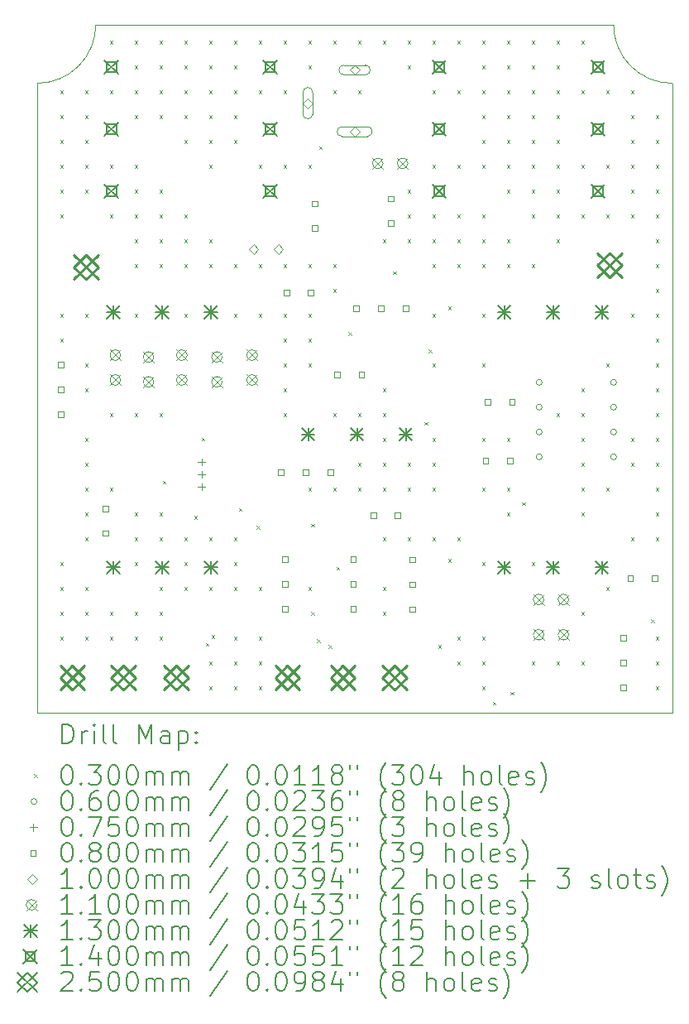
<source format=gbr>
%TF.GenerationSoftware,KiCad,Pcbnew,8.0.1*%
%TF.CreationDate,2024-08-15T13:48:45+05:00*%
%TF.ProjectId,Life_pedal,4c696665-5f70-4656-9461-6c2e6b696361,rev?*%
%TF.SameCoordinates,Original*%
%TF.FileFunction,Drillmap*%
%TF.FilePolarity,Positive*%
%FSLAX45Y45*%
G04 Gerber Fmt 4.5, Leading zero omitted, Abs format (unit mm)*
G04 Created by KiCad (PCBNEW 8.0.1) date 2024-08-15 13:48:45*
%MOMM*%
%LPD*%
G01*
G04 APERTURE LIST*
%ADD10C,0.050000*%
%ADD11C,0.200000*%
%ADD12C,0.100000*%
%ADD13C,0.110000*%
%ADD14C,0.130000*%
%ADD15C,0.140000*%
%ADD16C,0.250000*%
G04 APERTURE END LIST*
D10*
X12180000Y-3440000D02*
G75*
G02*
X11580000Y-4040000I-600000J0D01*
G01*
X18080000Y-4040000D02*
G75*
G02*
X17480000Y-3440000I0J600000D01*
G01*
X12180000Y-3440000D02*
X17480000Y-3440000D01*
X11580000Y-10480000D02*
X11580000Y-4040000D01*
X18080000Y-10480000D02*
X11580000Y-10480000D01*
X18080000Y-4040000D02*
X18080000Y-10480000D01*
D11*
D12*
X11816500Y-4112000D02*
X11846500Y-4142000D01*
X11846500Y-4112000D02*
X11816500Y-4142000D01*
X11816500Y-4366000D02*
X11846500Y-4396000D01*
X11846500Y-4366000D02*
X11816500Y-4396000D01*
X11816500Y-4620000D02*
X11846500Y-4650000D01*
X11846500Y-4620000D02*
X11816500Y-4650000D01*
X11816500Y-4874000D02*
X11846500Y-4904000D01*
X11846500Y-4874000D02*
X11816500Y-4904000D01*
X11816500Y-5128000D02*
X11846500Y-5158000D01*
X11846500Y-5128000D02*
X11816500Y-5158000D01*
X11816500Y-5382000D02*
X11846500Y-5412000D01*
X11846500Y-5382000D02*
X11816500Y-5412000D01*
X11816500Y-6398000D02*
X11846500Y-6428000D01*
X11846500Y-6398000D02*
X11816500Y-6428000D01*
X11816500Y-6652000D02*
X11846500Y-6682000D01*
X11846500Y-6652000D02*
X11816500Y-6682000D01*
X11816500Y-8938000D02*
X11846500Y-8968000D01*
X11846500Y-8938000D02*
X11816500Y-8968000D01*
X11816500Y-9192000D02*
X11846500Y-9222000D01*
X11846500Y-9192000D02*
X11816500Y-9222000D01*
X11816500Y-9446000D02*
X11846500Y-9476000D01*
X11846500Y-9446000D02*
X11816500Y-9476000D01*
X11816500Y-9700000D02*
X11846500Y-9730000D01*
X11846500Y-9700000D02*
X11816500Y-9730000D01*
X12070500Y-4112000D02*
X12100500Y-4142000D01*
X12100500Y-4112000D02*
X12070500Y-4142000D01*
X12070500Y-4366000D02*
X12100500Y-4396000D01*
X12100500Y-4366000D02*
X12070500Y-4396000D01*
X12070500Y-4620000D02*
X12100500Y-4650000D01*
X12100500Y-4620000D02*
X12070500Y-4650000D01*
X12070500Y-4874000D02*
X12100500Y-4904000D01*
X12100500Y-4874000D02*
X12070500Y-4904000D01*
X12070500Y-5128000D02*
X12100500Y-5158000D01*
X12100500Y-5128000D02*
X12070500Y-5158000D01*
X12070500Y-6398000D02*
X12100500Y-6428000D01*
X12100500Y-6398000D02*
X12070500Y-6428000D01*
X12070500Y-6906000D02*
X12100500Y-6936000D01*
X12100500Y-6906000D02*
X12070500Y-6936000D01*
X12070500Y-7160000D02*
X12100500Y-7190000D01*
X12100500Y-7160000D02*
X12070500Y-7190000D01*
X12070500Y-7668000D02*
X12100500Y-7698000D01*
X12100500Y-7668000D02*
X12070500Y-7698000D01*
X12070500Y-7922000D02*
X12100500Y-7952000D01*
X12100500Y-7922000D02*
X12070500Y-7952000D01*
X12070500Y-8176000D02*
X12100500Y-8206000D01*
X12100500Y-8176000D02*
X12070500Y-8206000D01*
X12070500Y-8430000D02*
X12100500Y-8460000D01*
X12100500Y-8430000D02*
X12070500Y-8460000D01*
X12070500Y-8684000D02*
X12100500Y-8714000D01*
X12100500Y-8684000D02*
X12070500Y-8714000D01*
X12070500Y-9192000D02*
X12100500Y-9222000D01*
X12100500Y-9192000D02*
X12070500Y-9222000D01*
X12070500Y-9446000D02*
X12100500Y-9476000D01*
X12100500Y-9446000D02*
X12070500Y-9476000D01*
X12070500Y-9700000D02*
X12100500Y-9730000D01*
X12100500Y-9700000D02*
X12070500Y-9730000D01*
X12324500Y-3604000D02*
X12354500Y-3634000D01*
X12354500Y-3604000D02*
X12324500Y-3634000D01*
X12324500Y-4112000D02*
X12354500Y-4142000D01*
X12354500Y-4112000D02*
X12324500Y-4142000D01*
X12324500Y-4874000D02*
X12354500Y-4904000D01*
X12354500Y-4874000D02*
X12324500Y-4904000D01*
X12324500Y-5382000D02*
X12354500Y-5412000D01*
X12354500Y-5382000D02*
X12324500Y-5412000D01*
X12324500Y-7414000D02*
X12354500Y-7444000D01*
X12354500Y-7414000D02*
X12324500Y-7444000D01*
X12324500Y-8176000D02*
X12354500Y-8206000D01*
X12354500Y-8176000D02*
X12324500Y-8206000D01*
X12324500Y-9446000D02*
X12354500Y-9476000D01*
X12354500Y-9446000D02*
X12324500Y-9476000D01*
X12324500Y-9700000D02*
X12354500Y-9730000D01*
X12354500Y-9700000D02*
X12324500Y-9730000D01*
X12578500Y-3604000D02*
X12608500Y-3634000D01*
X12608500Y-3604000D02*
X12578500Y-3634000D01*
X12578500Y-3858000D02*
X12608500Y-3888000D01*
X12608500Y-3858000D02*
X12578500Y-3888000D01*
X12578500Y-4112000D02*
X12608500Y-4142000D01*
X12608500Y-4112000D02*
X12578500Y-4142000D01*
X12578500Y-4366000D02*
X12608500Y-4396000D01*
X12608500Y-4366000D02*
X12578500Y-4396000D01*
X12578500Y-4874000D02*
X12608500Y-4904000D01*
X12608500Y-4874000D02*
X12578500Y-4904000D01*
X12578500Y-5128000D02*
X12608500Y-5158000D01*
X12608500Y-5128000D02*
X12578500Y-5158000D01*
X12578500Y-5382000D02*
X12608500Y-5412000D01*
X12608500Y-5382000D02*
X12578500Y-5412000D01*
X12578500Y-5636000D02*
X12608500Y-5666000D01*
X12608500Y-5636000D02*
X12578500Y-5666000D01*
X12578500Y-5890000D02*
X12608500Y-5920000D01*
X12608500Y-5890000D02*
X12578500Y-5920000D01*
X12578500Y-6398000D02*
X12608500Y-6428000D01*
X12608500Y-6398000D02*
X12578500Y-6428000D01*
X12578500Y-7414000D02*
X12608500Y-7444000D01*
X12608500Y-7414000D02*
X12578500Y-7444000D01*
X12578500Y-8430000D02*
X12608500Y-8460000D01*
X12608500Y-8430000D02*
X12578500Y-8460000D01*
X12578500Y-8684000D02*
X12608500Y-8714000D01*
X12608500Y-8684000D02*
X12578500Y-8714000D01*
X12578500Y-8938000D02*
X12608500Y-8968000D01*
X12608500Y-8938000D02*
X12578500Y-8968000D01*
X12578500Y-9446000D02*
X12608500Y-9476000D01*
X12608500Y-9446000D02*
X12578500Y-9476000D01*
X12578500Y-9700000D02*
X12608500Y-9730000D01*
X12608500Y-9700000D02*
X12578500Y-9730000D01*
X12832500Y-3604000D02*
X12862500Y-3634000D01*
X12862500Y-3604000D02*
X12832500Y-3634000D01*
X12832500Y-3858000D02*
X12862500Y-3888000D01*
X12862500Y-3858000D02*
X12832500Y-3888000D01*
X12832500Y-4112000D02*
X12862500Y-4142000D01*
X12862500Y-4112000D02*
X12832500Y-4142000D01*
X12832500Y-4366000D02*
X12862500Y-4396000D01*
X12862500Y-4366000D02*
X12832500Y-4396000D01*
X12832500Y-5128000D02*
X12862500Y-5158000D01*
X12862500Y-5128000D02*
X12832500Y-5158000D01*
X12832500Y-5382000D02*
X12862500Y-5412000D01*
X12862500Y-5382000D02*
X12832500Y-5412000D01*
X12832500Y-5636000D02*
X12862500Y-5666000D01*
X12862500Y-5636000D02*
X12832500Y-5666000D01*
X12832500Y-5890000D02*
X12862500Y-5920000D01*
X12862500Y-5890000D02*
X12832500Y-5920000D01*
X12832500Y-7414000D02*
X12862500Y-7444000D01*
X12862500Y-7414000D02*
X12832500Y-7444000D01*
X12832500Y-8430000D02*
X12862500Y-8460000D01*
X12862500Y-8430000D02*
X12832500Y-8460000D01*
X12832500Y-8684000D02*
X12862500Y-8714000D01*
X12862500Y-8684000D02*
X12832500Y-8714000D01*
X12832500Y-9192000D02*
X12862500Y-9222000D01*
X12862500Y-9192000D02*
X12832500Y-9222000D01*
X12832500Y-9446000D02*
X12862500Y-9476000D01*
X12862500Y-9446000D02*
X12832500Y-9476000D01*
X12832500Y-9700000D02*
X12862500Y-9730000D01*
X12862500Y-9700000D02*
X12832500Y-9730000D01*
X12865000Y-8105000D02*
X12895000Y-8135000D01*
X12895000Y-8105000D02*
X12865000Y-8135000D01*
X13086500Y-3604000D02*
X13116500Y-3634000D01*
X13116500Y-3604000D02*
X13086500Y-3634000D01*
X13086500Y-3858000D02*
X13116500Y-3888000D01*
X13116500Y-3858000D02*
X13086500Y-3888000D01*
X13086500Y-4112000D02*
X13116500Y-4142000D01*
X13116500Y-4112000D02*
X13086500Y-4142000D01*
X13086500Y-4366000D02*
X13116500Y-4396000D01*
X13116500Y-4366000D02*
X13086500Y-4396000D01*
X13086500Y-4620000D02*
X13116500Y-4650000D01*
X13116500Y-4620000D02*
X13086500Y-4650000D01*
X13086500Y-5382000D02*
X13116500Y-5412000D01*
X13116500Y-5382000D02*
X13086500Y-5412000D01*
X13086500Y-5636000D02*
X13116500Y-5666000D01*
X13116500Y-5636000D02*
X13086500Y-5666000D01*
X13086500Y-5890000D02*
X13116500Y-5920000D01*
X13116500Y-5890000D02*
X13086500Y-5920000D01*
X13086500Y-6398000D02*
X13116500Y-6428000D01*
X13116500Y-6398000D02*
X13086500Y-6428000D01*
X13086500Y-8684000D02*
X13116500Y-8714000D01*
X13116500Y-8684000D02*
X13086500Y-8714000D01*
X13086500Y-8938000D02*
X13116500Y-8968000D01*
X13116500Y-8938000D02*
X13086500Y-8968000D01*
X13086500Y-9192000D02*
X13116500Y-9222000D01*
X13116500Y-9192000D02*
X13086500Y-9222000D01*
X13185000Y-8465000D02*
X13215000Y-8495000D01*
X13215000Y-8465000D02*
X13185000Y-8495000D01*
X13265000Y-7665000D02*
X13295000Y-7695000D01*
X13295000Y-7665000D02*
X13265000Y-7695000D01*
X13305000Y-9765000D02*
X13335000Y-9795000D01*
X13335000Y-9765000D02*
X13305000Y-9795000D01*
X13340500Y-3604000D02*
X13370500Y-3634000D01*
X13370500Y-3604000D02*
X13340500Y-3634000D01*
X13340500Y-3858000D02*
X13370500Y-3888000D01*
X13370500Y-3858000D02*
X13340500Y-3888000D01*
X13340500Y-4112000D02*
X13370500Y-4142000D01*
X13370500Y-4112000D02*
X13340500Y-4142000D01*
X13340500Y-4366000D02*
X13370500Y-4396000D01*
X13370500Y-4366000D02*
X13340500Y-4396000D01*
X13340500Y-4620000D02*
X13370500Y-4650000D01*
X13370500Y-4620000D02*
X13340500Y-4650000D01*
X13340500Y-4874000D02*
X13370500Y-4904000D01*
X13370500Y-4874000D02*
X13340500Y-4904000D01*
X13340500Y-5636000D02*
X13370500Y-5666000D01*
X13370500Y-5636000D02*
X13340500Y-5666000D01*
X13340500Y-5890000D02*
X13370500Y-5920000D01*
X13370500Y-5890000D02*
X13340500Y-5920000D01*
X13340500Y-8684000D02*
X13370500Y-8714000D01*
X13370500Y-8684000D02*
X13340500Y-8714000D01*
X13340500Y-9192000D02*
X13370500Y-9222000D01*
X13370500Y-9192000D02*
X13340500Y-9222000D01*
X13340500Y-9954000D02*
X13370500Y-9984000D01*
X13370500Y-9954000D02*
X13340500Y-9984000D01*
X13340500Y-10208000D02*
X13370500Y-10238000D01*
X13370500Y-10208000D02*
X13340500Y-10238000D01*
X13365000Y-9685000D02*
X13395000Y-9715000D01*
X13395000Y-9685000D02*
X13365000Y-9715000D01*
X13594500Y-3604000D02*
X13624500Y-3634000D01*
X13624500Y-3604000D02*
X13594500Y-3634000D01*
X13594500Y-3858000D02*
X13624500Y-3888000D01*
X13624500Y-3858000D02*
X13594500Y-3888000D01*
X13594500Y-4112000D02*
X13624500Y-4142000D01*
X13624500Y-4112000D02*
X13594500Y-4142000D01*
X13594500Y-4366000D02*
X13624500Y-4396000D01*
X13624500Y-4366000D02*
X13594500Y-4396000D01*
X13594500Y-4620000D02*
X13624500Y-4650000D01*
X13624500Y-4620000D02*
X13594500Y-4650000D01*
X13594500Y-5890000D02*
X13624500Y-5920000D01*
X13624500Y-5890000D02*
X13594500Y-5920000D01*
X13594500Y-6398000D02*
X13624500Y-6428000D01*
X13624500Y-6398000D02*
X13594500Y-6428000D01*
X13594500Y-8684000D02*
X13624500Y-8714000D01*
X13624500Y-8684000D02*
X13594500Y-8714000D01*
X13594500Y-8938000D02*
X13624500Y-8968000D01*
X13624500Y-8938000D02*
X13594500Y-8968000D01*
X13594500Y-9192000D02*
X13624500Y-9222000D01*
X13624500Y-9192000D02*
X13594500Y-9222000D01*
X13594500Y-9700000D02*
X13624500Y-9730000D01*
X13624500Y-9700000D02*
X13594500Y-9730000D01*
X13594500Y-9954000D02*
X13624500Y-9984000D01*
X13624500Y-9954000D02*
X13594500Y-9984000D01*
X13594500Y-10208000D02*
X13624500Y-10238000D01*
X13624500Y-10208000D02*
X13594500Y-10238000D01*
X13645000Y-8385000D02*
X13675000Y-8415000D01*
X13675000Y-8385000D02*
X13645000Y-8415000D01*
X13825000Y-8565000D02*
X13855000Y-8595000D01*
X13855000Y-8565000D02*
X13825000Y-8595000D01*
X13848500Y-3604000D02*
X13878500Y-3634000D01*
X13878500Y-3604000D02*
X13848500Y-3634000D01*
X13848500Y-4112000D02*
X13878500Y-4142000D01*
X13878500Y-4112000D02*
X13848500Y-4142000D01*
X13848500Y-4874000D02*
X13878500Y-4904000D01*
X13878500Y-4874000D02*
X13848500Y-4904000D01*
X13848500Y-5890000D02*
X13878500Y-5920000D01*
X13878500Y-5890000D02*
X13848500Y-5920000D01*
X13848500Y-6398000D02*
X13878500Y-6428000D01*
X13878500Y-6398000D02*
X13848500Y-6428000D01*
X13848500Y-9192000D02*
X13878500Y-9222000D01*
X13878500Y-9192000D02*
X13848500Y-9222000D01*
X13848500Y-9700000D02*
X13878500Y-9730000D01*
X13878500Y-9700000D02*
X13848500Y-9730000D01*
X13848500Y-9954000D02*
X13878500Y-9984000D01*
X13878500Y-9954000D02*
X13848500Y-9984000D01*
X13848500Y-10208000D02*
X13878500Y-10238000D01*
X13878500Y-10208000D02*
X13848500Y-10238000D01*
X14102500Y-3604000D02*
X14132500Y-3634000D01*
X14132500Y-3604000D02*
X14102500Y-3634000D01*
X14102500Y-4112000D02*
X14132500Y-4142000D01*
X14132500Y-4112000D02*
X14102500Y-4142000D01*
X14102500Y-4874000D02*
X14132500Y-4904000D01*
X14132500Y-4874000D02*
X14102500Y-4904000D01*
X14102500Y-5890000D02*
X14132500Y-5920000D01*
X14132500Y-5890000D02*
X14102500Y-5920000D01*
X14102500Y-6398000D02*
X14132500Y-6428000D01*
X14132500Y-6398000D02*
X14102500Y-6428000D01*
X14102500Y-6652000D02*
X14132500Y-6682000D01*
X14132500Y-6652000D02*
X14102500Y-6682000D01*
X14102500Y-6906000D02*
X14132500Y-6936000D01*
X14132500Y-6906000D02*
X14102500Y-6936000D01*
X14102500Y-7160000D02*
X14132500Y-7190000D01*
X14132500Y-7160000D02*
X14102500Y-7190000D01*
X14102500Y-7414000D02*
X14132500Y-7444000D01*
X14132500Y-7414000D02*
X14102500Y-7444000D01*
X14356500Y-3604000D02*
X14386500Y-3634000D01*
X14386500Y-3604000D02*
X14356500Y-3634000D01*
X14356500Y-3858000D02*
X14386500Y-3888000D01*
X14386500Y-3858000D02*
X14356500Y-3888000D01*
X14356500Y-4874000D02*
X14386500Y-4904000D01*
X14386500Y-4874000D02*
X14356500Y-4904000D01*
X14356500Y-5890000D02*
X14386500Y-5920000D01*
X14386500Y-5890000D02*
X14356500Y-5920000D01*
X14356500Y-6398000D02*
X14386500Y-6428000D01*
X14386500Y-6398000D02*
X14356500Y-6428000D01*
X14356500Y-6652000D02*
X14386500Y-6682000D01*
X14386500Y-6652000D02*
X14356500Y-6682000D01*
X14356500Y-6906000D02*
X14386500Y-6936000D01*
X14386500Y-6906000D02*
X14356500Y-6936000D01*
X14356500Y-8176000D02*
X14386500Y-8206000D01*
X14386500Y-8176000D02*
X14356500Y-8206000D01*
X14356500Y-9192000D02*
X14386500Y-9222000D01*
X14386500Y-9192000D02*
X14356500Y-9222000D01*
X14385000Y-8545000D02*
X14415000Y-8575000D01*
X14415000Y-8545000D02*
X14385000Y-8575000D01*
X14385000Y-9445000D02*
X14415000Y-9475000D01*
X14415000Y-9445000D02*
X14385000Y-9475000D01*
X14445000Y-9725000D02*
X14475000Y-9755000D01*
X14475000Y-9725000D02*
X14445000Y-9755000D01*
X14465000Y-4685000D02*
X14495000Y-4715000D01*
X14495000Y-4685000D02*
X14465000Y-4715000D01*
X14565000Y-9785000D02*
X14595000Y-9815000D01*
X14595000Y-9785000D02*
X14565000Y-9815000D01*
X14610500Y-3604000D02*
X14640500Y-3634000D01*
X14640500Y-3604000D02*
X14610500Y-3634000D01*
X14610500Y-4112000D02*
X14640500Y-4142000D01*
X14640500Y-4112000D02*
X14610500Y-4142000D01*
X14610500Y-5890000D02*
X14640500Y-5920000D01*
X14640500Y-5890000D02*
X14610500Y-5920000D01*
X14610500Y-6144000D02*
X14640500Y-6174000D01*
X14640500Y-6144000D02*
X14610500Y-6174000D01*
X14610500Y-7414000D02*
X14640500Y-7444000D01*
X14640500Y-7414000D02*
X14610500Y-7444000D01*
X14610500Y-8176000D02*
X14640500Y-8206000D01*
X14640500Y-8176000D02*
X14610500Y-8206000D01*
X14645000Y-8985000D02*
X14675000Y-9015000D01*
X14675000Y-8985000D02*
X14645000Y-9015000D01*
X14765000Y-6585000D02*
X14795000Y-6615000D01*
X14795000Y-6585000D02*
X14765000Y-6615000D01*
X14864500Y-3604000D02*
X14894500Y-3634000D01*
X14894500Y-3604000D02*
X14864500Y-3634000D01*
X14864500Y-4112000D02*
X14894500Y-4142000D01*
X14894500Y-4112000D02*
X14864500Y-4142000D01*
X14864500Y-7414000D02*
X14894500Y-7444000D01*
X14894500Y-7414000D02*
X14864500Y-7444000D01*
X14864500Y-7922000D02*
X14894500Y-7952000D01*
X14894500Y-7922000D02*
X14864500Y-7952000D01*
X14864500Y-8176000D02*
X14894500Y-8206000D01*
X14894500Y-8176000D02*
X14864500Y-8206000D01*
X15118500Y-3604000D02*
X15148500Y-3634000D01*
X15148500Y-3604000D02*
X15118500Y-3634000D01*
X15118500Y-5636000D02*
X15148500Y-5666000D01*
X15148500Y-5636000D02*
X15118500Y-5666000D01*
X15118500Y-7160000D02*
X15148500Y-7190000D01*
X15148500Y-7160000D02*
X15118500Y-7190000D01*
X15118500Y-7414000D02*
X15148500Y-7444000D01*
X15148500Y-7414000D02*
X15118500Y-7444000D01*
X15118500Y-7668000D02*
X15148500Y-7698000D01*
X15148500Y-7668000D02*
X15118500Y-7698000D01*
X15118500Y-7922000D02*
X15148500Y-7952000D01*
X15148500Y-7922000D02*
X15118500Y-7952000D01*
X15118500Y-8176000D02*
X15148500Y-8206000D01*
X15148500Y-8176000D02*
X15118500Y-8206000D01*
X15118500Y-8684000D02*
X15148500Y-8714000D01*
X15148500Y-8684000D02*
X15118500Y-8714000D01*
X15118500Y-9192000D02*
X15148500Y-9222000D01*
X15148500Y-9192000D02*
X15118500Y-9222000D01*
X15118500Y-9446000D02*
X15148500Y-9476000D01*
X15148500Y-9446000D02*
X15118500Y-9476000D01*
X15225000Y-5965000D02*
X15255000Y-5995000D01*
X15255000Y-5965000D02*
X15225000Y-5995000D01*
X15372500Y-3604000D02*
X15402500Y-3634000D01*
X15402500Y-3604000D02*
X15372500Y-3634000D01*
X15372500Y-3858000D02*
X15402500Y-3888000D01*
X15402500Y-3858000D02*
X15372500Y-3888000D01*
X15372500Y-5128000D02*
X15402500Y-5158000D01*
X15402500Y-5128000D02*
X15372500Y-5158000D01*
X15372500Y-5382000D02*
X15402500Y-5412000D01*
X15402500Y-5382000D02*
X15372500Y-5412000D01*
X15372500Y-5636000D02*
X15402500Y-5666000D01*
X15402500Y-5636000D02*
X15372500Y-5666000D01*
X15372500Y-7922000D02*
X15402500Y-7952000D01*
X15402500Y-7922000D02*
X15372500Y-7952000D01*
X15372500Y-8176000D02*
X15402500Y-8206000D01*
X15402500Y-8176000D02*
X15372500Y-8206000D01*
X15372500Y-8684000D02*
X15402500Y-8714000D01*
X15402500Y-8684000D02*
X15372500Y-8714000D01*
X15545000Y-7505000D02*
X15575000Y-7535000D01*
X15575000Y-7505000D02*
X15545000Y-7535000D01*
X15585000Y-6765000D02*
X15615000Y-6795000D01*
X15615000Y-6765000D02*
X15585000Y-6795000D01*
X15626500Y-3604000D02*
X15656500Y-3634000D01*
X15656500Y-3604000D02*
X15626500Y-3634000D01*
X15626500Y-4112000D02*
X15656500Y-4142000D01*
X15656500Y-4112000D02*
X15626500Y-4142000D01*
X15626500Y-4874000D02*
X15656500Y-4904000D01*
X15656500Y-4874000D02*
X15626500Y-4904000D01*
X15626500Y-5382000D02*
X15656500Y-5412000D01*
X15656500Y-5382000D02*
X15626500Y-5412000D01*
X15626500Y-5636000D02*
X15656500Y-5666000D01*
X15656500Y-5636000D02*
X15626500Y-5666000D01*
X15626500Y-5890000D02*
X15656500Y-5920000D01*
X15656500Y-5890000D02*
X15626500Y-5920000D01*
X15626500Y-6398000D02*
X15656500Y-6428000D01*
X15656500Y-6398000D02*
X15626500Y-6428000D01*
X15626500Y-6906000D02*
X15656500Y-6936000D01*
X15656500Y-6906000D02*
X15626500Y-6936000D01*
X15626500Y-7668000D02*
X15656500Y-7698000D01*
X15656500Y-7668000D02*
X15626500Y-7698000D01*
X15626500Y-7922000D02*
X15656500Y-7952000D01*
X15656500Y-7922000D02*
X15626500Y-7952000D01*
X15626500Y-8176000D02*
X15656500Y-8206000D01*
X15656500Y-8176000D02*
X15626500Y-8206000D01*
X15626500Y-8684000D02*
X15656500Y-8714000D01*
X15656500Y-8684000D02*
X15626500Y-8714000D01*
X15685000Y-9785000D02*
X15715000Y-9815000D01*
X15715000Y-9785000D02*
X15685000Y-9815000D01*
X15785000Y-6325000D02*
X15815000Y-6355000D01*
X15815000Y-6325000D02*
X15785000Y-6355000D01*
X15785000Y-8905000D02*
X15815000Y-8935000D01*
X15815000Y-8905000D02*
X15785000Y-8935000D01*
X15880500Y-3604000D02*
X15910500Y-3634000D01*
X15910500Y-3604000D02*
X15880500Y-3634000D01*
X15880500Y-4112000D02*
X15910500Y-4142000D01*
X15910500Y-4112000D02*
X15880500Y-4142000D01*
X15880500Y-4874000D02*
X15910500Y-4904000D01*
X15910500Y-4874000D02*
X15880500Y-4904000D01*
X15880500Y-5382000D02*
X15910500Y-5412000D01*
X15910500Y-5382000D02*
X15880500Y-5412000D01*
X15880500Y-5636000D02*
X15910500Y-5666000D01*
X15910500Y-5636000D02*
X15880500Y-5666000D01*
X15880500Y-5890000D02*
X15910500Y-5920000D01*
X15910500Y-5890000D02*
X15880500Y-5920000D01*
X15880500Y-8684000D02*
X15910500Y-8714000D01*
X15910500Y-8684000D02*
X15880500Y-8714000D01*
X15880500Y-9700000D02*
X15910500Y-9730000D01*
X15910500Y-9700000D02*
X15880500Y-9730000D01*
X15880500Y-9954000D02*
X15910500Y-9984000D01*
X15910500Y-9954000D02*
X15880500Y-9984000D01*
X16134500Y-3604000D02*
X16164500Y-3634000D01*
X16164500Y-3604000D02*
X16134500Y-3634000D01*
X16134500Y-3858000D02*
X16164500Y-3888000D01*
X16164500Y-3858000D02*
X16134500Y-3888000D01*
X16134500Y-4112000D02*
X16164500Y-4142000D01*
X16164500Y-4112000D02*
X16134500Y-4142000D01*
X16134500Y-4366000D02*
X16164500Y-4396000D01*
X16164500Y-4366000D02*
X16134500Y-4396000D01*
X16134500Y-4620000D02*
X16164500Y-4650000D01*
X16164500Y-4620000D02*
X16134500Y-4650000D01*
X16134500Y-4874000D02*
X16164500Y-4904000D01*
X16164500Y-4874000D02*
X16134500Y-4904000D01*
X16134500Y-5382000D02*
X16164500Y-5412000D01*
X16164500Y-5382000D02*
X16134500Y-5412000D01*
X16134500Y-5636000D02*
X16164500Y-5666000D01*
X16164500Y-5636000D02*
X16134500Y-5666000D01*
X16134500Y-5890000D02*
X16164500Y-5920000D01*
X16164500Y-5890000D02*
X16134500Y-5920000D01*
X16134500Y-6398000D02*
X16164500Y-6428000D01*
X16164500Y-6398000D02*
X16134500Y-6428000D01*
X16134500Y-6906000D02*
X16164500Y-6936000D01*
X16164500Y-6906000D02*
X16134500Y-6936000D01*
X16134500Y-7668000D02*
X16164500Y-7698000D01*
X16164500Y-7668000D02*
X16134500Y-7698000D01*
X16134500Y-8176000D02*
X16164500Y-8206000D01*
X16164500Y-8176000D02*
X16134500Y-8206000D01*
X16134500Y-8938000D02*
X16164500Y-8968000D01*
X16164500Y-8938000D02*
X16134500Y-8968000D01*
X16134500Y-9700000D02*
X16164500Y-9730000D01*
X16164500Y-9700000D02*
X16134500Y-9730000D01*
X16134500Y-9954000D02*
X16164500Y-9984000D01*
X16164500Y-9954000D02*
X16134500Y-9984000D01*
X16134500Y-10208000D02*
X16164500Y-10238000D01*
X16164500Y-10208000D02*
X16134500Y-10238000D01*
X16245000Y-10365000D02*
X16275000Y-10395000D01*
X16275000Y-10365000D02*
X16245000Y-10395000D01*
X16388500Y-3604000D02*
X16418500Y-3634000D01*
X16418500Y-3604000D02*
X16388500Y-3634000D01*
X16388500Y-3858000D02*
X16418500Y-3888000D01*
X16418500Y-3858000D02*
X16388500Y-3888000D01*
X16388500Y-4112000D02*
X16418500Y-4142000D01*
X16418500Y-4112000D02*
X16388500Y-4142000D01*
X16388500Y-4366000D02*
X16418500Y-4396000D01*
X16418500Y-4366000D02*
X16388500Y-4396000D01*
X16388500Y-4620000D02*
X16418500Y-4650000D01*
X16418500Y-4620000D02*
X16388500Y-4650000D01*
X16388500Y-4874000D02*
X16418500Y-4904000D01*
X16418500Y-4874000D02*
X16388500Y-4904000D01*
X16388500Y-5128000D02*
X16418500Y-5158000D01*
X16418500Y-5128000D02*
X16388500Y-5158000D01*
X16388500Y-5636000D02*
X16418500Y-5666000D01*
X16418500Y-5636000D02*
X16388500Y-5666000D01*
X16388500Y-5890000D02*
X16418500Y-5920000D01*
X16418500Y-5890000D02*
X16388500Y-5920000D01*
X16388500Y-7668000D02*
X16418500Y-7698000D01*
X16418500Y-7668000D02*
X16388500Y-7698000D01*
X16388500Y-8176000D02*
X16418500Y-8206000D01*
X16418500Y-8176000D02*
X16388500Y-8206000D01*
X16388500Y-8430000D02*
X16418500Y-8460000D01*
X16418500Y-8430000D02*
X16388500Y-8460000D01*
X16425000Y-10265000D02*
X16455000Y-10295000D01*
X16455000Y-10265000D02*
X16425000Y-10295000D01*
X16545000Y-8325000D02*
X16575000Y-8355000D01*
X16575000Y-8325000D02*
X16545000Y-8355000D01*
X16642500Y-3604000D02*
X16672500Y-3634000D01*
X16672500Y-3604000D02*
X16642500Y-3634000D01*
X16642500Y-3858000D02*
X16672500Y-3888000D01*
X16672500Y-3858000D02*
X16642500Y-3888000D01*
X16642500Y-4112000D02*
X16672500Y-4142000D01*
X16672500Y-4112000D02*
X16642500Y-4142000D01*
X16642500Y-4366000D02*
X16672500Y-4396000D01*
X16672500Y-4366000D02*
X16642500Y-4396000D01*
X16642500Y-4620000D02*
X16672500Y-4650000D01*
X16672500Y-4620000D02*
X16642500Y-4650000D01*
X16642500Y-4874000D02*
X16672500Y-4904000D01*
X16672500Y-4874000D02*
X16642500Y-4904000D01*
X16642500Y-5128000D02*
X16672500Y-5158000D01*
X16672500Y-5128000D02*
X16642500Y-5158000D01*
X16642500Y-5382000D02*
X16672500Y-5412000D01*
X16672500Y-5382000D02*
X16642500Y-5412000D01*
X16642500Y-5890000D02*
X16672500Y-5920000D01*
X16672500Y-5890000D02*
X16642500Y-5920000D01*
X16642500Y-8938000D02*
X16672500Y-8968000D01*
X16672500Y-8938000D02*
X16642500Y-8968000D01*
X16642500Y-9954000D02*
X16672500Y-9984000D01*
X16672500Y-9954000D02*
X16642500Y-9984000D01*
X16896500Y-3604000D02*
X16926500Y-3634000D01*
X16926500Y-3604000D02*
X16896500Y-3634000D01*
X16896500Y-3858000D02*
X16926500Y-3888000D01*
X16926500Y-3858000D02*
X16896500Y-3888000D01*
X16896500Y-4112000D02*
X16926500Y-4142000D01*
X16926500Y-4112000D02*
X16896500Y-4142000D01*
X16896500Y-4366000D02*
X16926500Y-4396000D01*
X16926500Y-4366000D02*
X16896500Y-4396000D01*
X16896500Y-4620000D02*
X16926500Y-4650000D01*
X16926500Y-4620000D02*
X16896500Y-4650000D01*
X16896500Y-4874000D02*
X16926500Y-4904000D01*
X16926500Y-4874000D02*
X16896500Y-4904000D01*
X16896500Y-5128000D02*
X16926500Y-5158000D01*
X16926500Y-5128000D02*
X16896500Y-5158000D01*
X16896500Y-5382000D02*
X16926500Y-5412000D01*
X16926500Y-5382000D02*
X16896500Y-5412000D01*
X16896500Y-5636000D02*
X16926500Y-5666000D01*
X16926500Y-5636000D02*
X16896500Y-5666000D01*
X16896500Y-7414000D02*
X16926500Y-7444000D01*
X16926500Y-7414000D02*
X16896500Y-7444000D01*
X16896500Y-9954000D02*
X16926500Y-9984000D01*
X16926500Y-9954000D02*
X16896500Y-9984000D01*
X17150500Y-3604000D02*
X17180500Y-3634000D01*
X17180500Y-3604000D02*
X17150500Y-3634000D01*
X17150500Y-4112000D02*
X17180500Y-4142000D01*
X17180500Y-4112000D02*
X17150500Y-4142000D01*
X17150500Y-4874000D02*
X17180500Y-4904000D01*
X17180500Y-4874000D02*
X17150500Y-4904000D01*
X17150500Y-5382000D02*
X17180500Y-5412000D01*
X17180500Y-5382000D02*
X17150500Y-5412000D01*
X17150500Y-7160000D02*
X17180500Y-7190000D01*
X17180500Y-7160000D02*
X17150500Y-7190000D01*
X17150500Y-7414000D02*
X17180500Y-7444000D01*
X17180500Y-7414000D02*
X17150500Y-7444000D01*
X17150500Y-7668000D02*
X17180500Y-7698000D01*
X17180500Y-7668000D02*
X17150500Y-7698000D01*
X17150500Y-7922000D02*
X17180500Y-7952000D01*
X17180500Y-7922000D02*
X17150500Y-7952000D01*
X17150500Y-8176000D02*
X17180500Y-8206000D01*
X17180500Y-8176000D02*
X17150500Y-8206000D01*
X17150500Y-8430000D02*
X17180500Y-8460000D01*
X17180500Y-8430000D02*
X17150500Y-8460000D01*
X17150500Y-9446000D02*
X17180500Y-9476000D01*
X17180500Y-9446000D02*
X17150500Y-9476000D01*
X17150500Y-9954000D02*
X17180500Y-9984000D01*
X17180500Y-9954000D02*
X17150500Y-9984000D01*
X17404500Y-4112000D02*
X17434500Y-4142000D01*
X17434500Y-4112000D02*
X17404500Y-4142000D01*
X17404500Y-4874000D02*
X17434500Y-4904000D01*
X17434500Y-4874000D02*
X17404500Y-4904000D01*
X17404500Y-5382000D02*
X17434500Y-5412000D01*
X17434500Y-5382000D02*
X17404500Y-5412000D01*
X17404500Y-6906000D02*
X17434500Y-6936000D01*
X17434500Y-6906000D02*
X17404500Y-6936000D01*
X17404500Y-8176000D02*
X17434500Y-8206000D01*
X17434500Y-8176000D02*
X17404500Y-8206000D01*
X17404500Y-9192000D02*
X17434500Y-9222000D01*
X17434500Y-9192000D02*
X17404500Y-9222000D01*
X17658500Y-4112000D02*
X17688500Y-4142000D01*
X17688500Y-4112000D02*
X17658500Y-4142000D01*
X17658500Y-4366000D02*
X17688500Y-4396000D01*
X17688500Y-4366000D02*
X17658500Y-4396000D01*
X17658500Y-4620000D02*
X17688500Y-4650000D01*
X17688500Y-4620000D02*
X17658500Y-4650000D01*
X17658500Y-4874000D02*
X17688500Y-4904000D01*
X17688500Y-4874000D02*
X17658500Y-4904000D01*
X17658500Y-5128000D02*
X17688500Y-5158000D01*
X17688500Y-5128000D02*
X17658500Y-5158000D01*
X17658500Y-5382000D02*
X17688500Y-5412000D01*
X17688500Y-5382000D02*
X17658500Y-5412000D01*
X17658500Y-6398000D02*
X17688500Y-6428000D01*
X17688500Y-6398000D02*
X17658500Y-6428000D01*
X17658500Y-7668000D02*
X17688500Y-7698000D01*
X17688500Y-7668000D02*
X17658500Y-7698000D01*
X17658500Y-7922000D02*
X17688500Y-7952000D01*
X17688500Y-7922000D02*
X17658500Y-7952000D01*
X17658500Y-8684000D02*
X17688500Y-8714000D01*
X17688500Y-8684000D02*
X17658500Y-8714000D01*
X17865000Y-9525000D02*
X17895000Y-9555000D01*
X17895000Y-9525000D02*
X17865000Y-9555000D01*
X17912500Y-4366000D02*
X17942500Y-4396000D01*
X17942500Y-4366000D02*
X17912500Y-4396000D01*
X17912500Y-4620000D02*
X17942500Y-4650000D01*
X17942500Y-4620000D02*
X17912500Y-4650000D01*
X17912500Y-4874000D02*
X17942500Y-4904000D01*
X17942500Y-4874000D02*
X17912500Y-4904000D01*
X17912500Y-5128000D02*
X17942500Y-5158000D01*
X17942500Y-5128000D02*
X17912500Y-5158000D01*
X17912500Y-5382000D02*
X17942500Y-5412000D01*
X17942500Y-5382000D02*
X17912500Y-5412000D01*
X17912500Y-5636000D02*
X17942500Y-5666000D01*
X17942500Y-5636000D02*
X17912500Y-5666000D01*
X17912500Y-5890000D02*
X17942500Y-5920000D01*
X17942500Y-5890000D02*
X17912500Y-5920000D01*
X17912500Y-6144000D02*
X17942500Y-6174000D01*
X17942500Y-6144000D02*
X17912500Y-6174000D01*
X17912500Y-6398000D02*
X17942500Y-6428000D01*
X17942500Y-6398000D02*
X17912500Y-6428000D01*
X17912500Y-6652000D02*
X17942500Y-6682000D01*
X17942500Y-6652000D02*
X17912500Y-6682000D01*
X17912500Y-6906000D02*
X17942500Y-6936000D01*
X17942500Y-6906000D02*
X17912500Y-6936000D01*
X17912500Y-7160000D02*
X17942500Y-7190000D01*
X17942500Y-7160000D02*
X17912500Y-7190000D01*
X17912500Y-7414000D02*
X17942500Y-7444000D01*
X17942500Y-7414000D02*
X17912500Y-7444000D01*
X17912500Y-7668000D02*
X17942500Y-7698000D01*
X17942500Y-7668000D02*
X17912500Y-7698000D01*
X17912500Y-7922000D02*
X17942500Y-7952000D01*
X17942500Y-7922000D02*
X17912500Y-7952000D01*
X17912500Y-8176000D02*
X17942500Y-8206000D01*
X17942500Y-8176000D02*
X17912500Y-8206000D01*
X17912500Y-8430000D02*
X17942500Y-8460000D01*
X17942500Y-8430000D02*
X17912500Y-8460000D01*
X17912500Y-8684000D02*
X17942500Y-8714000D01*
X17942500Y-8684000D02*
X17912500Y-8714000D01*
X17912500Y-9700000D02*
X17942500Y-9730000D01*
X17942500Y-9700000D02*
X17912500Y-9730000D01*
X17912500Y-9954000D02*
X17942500Y-9984000D01*
X17942500Y-9954000D02*
X17912500Y-9984000D01*
X17912500Y-10208000D02*
X17942500Y-10238000D01*
X17942500Y-10208000D02*
X17912500Y-10238000D01*
X16748000Y-7099000D02*
G75*
G02*
X16688000Y-7099000I-30000J0D01*
G01*
X16688000Y-7099000D02*
G75*
G02*
X16748000Y-7099000I30000J0D01*
G01*
X16748000Y-7353000D02*
G75*
G02*
X16688000Y-7353000I-30000J0D01*
G01*
X16688000Y-7353000D02*
G75*
G02*
X16748000Y-7353000I30000J0D01*
G01*
X16748000Y-7607000D02*
G75*
G02*
X16688000Y-7607000I-30000J0D01*
G01*
X16688000Y-7607000D02*
G75*
G02*
X16748000Y-7607000I30000J0D01*
G01*
X16748000Y-7861000D02*
G75*
G02*
X16688000Y-7861000I-30000J0D01*
G01*
X16688000Y-7861000D02*
G75*
G02*
X16748000Y-7861000I30000J0D01*
G01*
X17510000Y-7099000D02*
G75*
G02*
X17450000Y-7099000I-30000J0D01*
G01*
X17450000Y-7099000D02*
G75*
G02*
X17510000Y-7099000I30000J0D01*
G01*
X17510000Y-7353000D02*
G75*
G02*
X17450000Y-7353000I-30000J0D01*
G01*
X17450000Y-7353000D02*
G75*
G02*
X17510000Y-7353000I30000J0D01*
G01*
X17510000Y-7607000D02*
G75*
G02*
X17450000Y-7607000I-30000J0D01*
G01*
X17450000Y-7607000D02*
G75*
G02*
X17510000Y-7607000I30000J0D01*
G01*
X17510000Y-7861000D02*
G75*
G02*
X17450000Y-7861000I-30000J0D01*
G01*
X17450000Y-7861000D02*
G75*
G02*
X17510000Y-7861000I30000J0D01*
G01*
X13264000Y-7875500D02*
X13264000Y-7950500D01*
X13226500Y-7913000D02*
X13301500Y-7913000D01*
X13264000Y-8002500D02*
X13264000Y-8077500D01*
X13226500Y-8040000D02*
X13301500Y-8040000D01*
X13264000Y-8129500D02*
X13264000Y-8204500D01*
X13226500Y-8167000D02*
X13301500Y-8167000D01*
X11848284Y-6948284D02*
X11848284Y-6891715D01*
X11791715Y-6891715D01*
X11791715Y-6948284D01*
X11848284Y-6948284D01*
X11848284Y-7202284D02*
X11848284Y-7145715D01*
X11791715Y-7145715D01*
X11791715Y-7202284D01*
X11848284Y-7202284D01*
X11848284Y-7456284D02*
X11848284Y-7399715D01*
X11791715Y-7399715D01*
X11791715Y-7456284D01*
X11848284Y-7456284D01*
X12308284Y-8418285D02*
X12308284Y-8361715D01*
X12251715Y-8361715D01*
X12251715Y-8418285D01*
X12308284Y-8418285D01*
X12308284Y-8668285D02*
X12308284Y-8611716D01*
X12251715Y-8611716D01*
X12251715Y-8668285D01*
X12308284Y-8668285D01*
X14100284Y-8048284D02*
X14100284Y-7991715D01*
X14043715Y-7991715D01*
X14043715Y-8048284D01*
X14100284Y-8048284D01*
X14143284Y-8933285D02*
X14143284Y-8876716D01*
X14086715Y-8876716D01*
X14086715Y-8933285D01*
X14143284Y-8933285D01*
X14143284Y-9187285D02*
X14143284Y-9130716D01*
X14086715Y-9130716D01*
X14086715Y-9187285D01*
X14143284Y-9187285D01*
X14143284Y-9441284D02*
X14143284Y-9384715D01*
X14086715Y-9384715D01*
X14086715Y-9441284D01*
X14143284Y-9441284D01*
X14158796Y-6208284D02*
X14158796Y-6151715D01*
X14102227Y-6151715D01*
X14102227Y-6208284D01*
X14158796Y-6208284D01*
X14354284Y-8048284D02*
X14354284Y-7991715D01*
X14297715Y-7991715D01*
X14297715Y-8048284D01*
X14354284Y-8048284D01*
X14408796Y-6208284D02*
X14408796Y-6151715D01*
X14352227Y-6151715D01*
X14352227Y-6208284D01*
X14408796Y-6208284D01*
X14448284Y-5298796D02*
X14448284Y-5242227D01*
X14391715Y-5242227D01*
X14391715Y-5298796D01*
X14448284Y-5298796D01*
X14448284Y-5548796D02*
X14448284Y-5492227D01*
X14391715Y-5492227D01*
X14391715Y-5548796D01*
X14448284Y-5548796D01*
X14608284Y-8048284D02*
X14608284Y-7991715D01*
X14551715Y-7991715D01*
X14551715Y-8048284D01*
X14608284Y-8048284D01*
X14678796Y-7048284D02*
X14678796Y-6991715D01*
X14622227Y-6991715D01*
X14622227Y-7048284D01*
X14678796Y-7048284D01*
X14843284Y-8933285D02*
X14843284Y-8876716D01*
X14786715Y-8876716D01*
X14786715Y-8933285D01*
X14843284Y-8933285D01*
X14843284Y-9187285D02*
X14843284Y-9130716D01*
X14786715Y-9130716D01*
X14786715Y-9187285D01*
X14843284Y-9187285D01*
X14843284Y-9441284D02*
X14843284Y-9384715D01*
X14786715Y-9384715D01*
X14786715Y-9441284D01*
X14843284Y-9441284D01*
X14873284Y-6373284D02*
X14873284Y-6316715D01*
X14816715Y-6316715D01*
X14816715Y-6373284D01*
X14873284Y-6373284D01*
X14928796Y-7048284D02*
X14928796Y-6991715D01*
X14872227Y-6991715D01*
X14872227Y-7048284D01*
X14928796Y-7048284D01*
X15047773Y-8488285D02*
X15047773Y-8431716D01*
X14991204Y-8431716D01*
X14991204Y-8488285D01*
X15047773Y-8488285D01*
X15127284Y-6373284D02*
X15127284Y-6316715D01*
X15070715Y-6316715D01*
X15070715Y-6373284D01*
X15127284Y-6373284D01*
X15228284Y-5247773D02*
X15228284Y-5191204D01*
X15171715Y-5191204D01*
X15171715Y-5247773D01*
X15228284Y-5247773D01*
X15228284Y-5497773D02*
X15228284Y-5441204D01*
X15171715Y-5441204D01*
X15171715Y-5497773D01*
X15228284Y-5497773D01*
X15297773Y-8488285D02*
X15297773Y-8431716D01*
X15241204Y-8431716D01*
X15241204Y-8488285D01*
X15297773Y-8488285D01*
X15381284Y-6373284D02*
X15381284Y-6316715D01*
X15324715Y-6316715D01*
X15324715Y-6373284D01*
X15381284Y-6373284D01*
X15448284Y-8940285D02*
X15448284Y-8883716D01*
X15391715Y-8883716D01*
X15391715Y-8940285D01*
X15448284Y-8940285D01*
X15448284Y-9194285D02*
X15448284Y-9137716D01*
X15391715Y-9137716D01*
X15391715Y-9194285D01*
X15448284Y-9194285D01*
X15448284Y-9448285D02*
X15448284Y-9391716D01*
X15391715Y-9391716D01*
X15391715Y-9448285D01*
X15448284Y-9448285D01*
X16198796Y-7928284D02*
X16198796Y-7871715D01*
X16142227Y-7871715D01*
X16142227Y-7928284D01*
X16198796Y-7928284D01*
X16218796Y-7328284D02*
X16218796Y-7271715D01*
X16162227Y-7271715D01*
X16162227Y-7328284D01*
X16218796Y-7328284D01*
X16448796Y-7928284D02*
X16448796Y-7871715D01*
X16392227Y-7871715D01*
X16392227Y-7928284D01*
X16448796Y-7928284D01*
X16468796Y-7328284D02*
X16468796Y-7271715D01*
X16412227Y-7271715D01*
X16412227Y-7328284D01*
X16468796Y-7328284D01*
X17608285Y-9740285D02*
X17608285Y-9683716D01*
X17551716Y-9683716D01*
X17551716Y-9740285D01*
X17608285Y-9740285D01*
X17608285Y-9994285D02*
X17608285Y-9937716D01*
X17551716Y-9937716D01*
X17551716Y-9994285D01*
X17608285Y-9994285D01*
X17608285Y-10248285D02*
X17608285Y-10191716D01*
X17551716Y-10191716D01*
X17551716Y-10248285D01*
X17608285Y-10248285D01*
X17678285Y-9128285D02*
X17678285Y-9071716D01*
X17621716Y-9071716D01*
X17621716Y-9128285D01*
X17678285Y-9128285D01*
X17928285Y-9128285D02*
X17928285Y-9071716D01*
X17871716Y-9071716D01*
X17871716Y-9128285D01*
X17928285Y-9128285D01*
X13795000Y-5787500D02*
X13845000Y-5737500D01*
X13795000Y-5687500D01*
X13745000Y-5737500D01*
X13795000Y-5787500D01*
X14049000Y-5787500D02*
X14099000Y-5737500D01*
X14049000Y-5687500D01*
X13999000Y-5737500D01*
X14049000Y-5787500D01*
X14350000Y-4293500D02*
X14400000Y-4243500D01*
X14350000Y-4193500D01*
X14300000Y-4243500D01*
X14350000Y-4293500D01*
X14400000Y-4353500D02*
X14400000Y-4133500D01*
X14300000Y-4133500D02*
G75*
G02*
X14400000Y-4133500I50000J0D01*
G01*
X14300000Y-4133500D02*
X14300000Y-4353500D01*
X14300000Y-4353500D02*
G75*
G03*
X14400000Y-4353500I50000J0D01*
G01*
X14830000Y-3953500D02*
X14880000Y-3903500D01*
X14830000Y-3853500D01*
X14780000Y-3903500D01*
X14830000Y-3953500D01*
X14940000Y-3853500D02*
X14720000Y-3853500D01*
X14720000Y-3953500D02*
G75*
G02*
X14720000Y-3853500I0J50000D01*
G01*
X14720000Y-3953500D02*
X14940000Y-3953500D01*
X14940000Y-3953500D02*
G75*
G03*
X14940000Y-3853500I0J50000D01*
G01*
X14830000Y-4583500D02*
X14880000Y-4533500D01*
X14830000Y-4483500D01*
X14780000Y-4533500D01*
X14830000Y-4583500D01*
X14960000Y-4483500D02*
X14700000Y-4483500D01*
X14700000Y-4583500D02*
G75*
G02*
X14700000Y-4483500I0J50000D01*
G01*
X14700000Y-4583500D02*
X14960000Y-4583500D01*
X14960000Y-4583500D02*
G75*
G03*
X14960000Y-4483500I0J50000D01*
G01*
D13*
X12325000Y-6765353D02*
X12435000Y-6875353D01*
X12435000Y-6765353D02*
X12325000Y-6875353D01*
X12435000Y-6820353D02*
G75*
G02*
X12325000Y-6820353I-55000J0D01*
G01*
X12325000Y-6820353D02*
G75*
G02*
X12435000Y-6820353I55000J0D01*
G01*
X12325000Y-7019353D02*
X12435000Y-7129353D01*
X12435000Y-7019353D02*
X12325000Y-7129353D01*
X12435000Y-7074353D02*
G75*
G02*
X12325000Y-7074353I-55000J0D01*
G01*
X12325000Y-7074353D02*
G75*
G02*
X12435000Y-7074353I55000J0D01*
G01*
X12665000Y-6785000D02*
X12775000Y-6895000D01*
X12775000Y-6785000D02*
X12665000Y-6895000D01*
X12775000Y-6840000D02*
G75*
G02*
X12665000Y-6840000I-55000J0D01*
G01*
X12665000Y-6840000D02*
G75*
G02*
X12775000Y-6840000I55000J0D01*
G01*
X12665000Y-7039000D02*
X12775000Y-7149000D01*
X12775000Y-7039000D02*
X12665000Y-7149000D01*
X12775000Y-7094000D02*
G75*
G02*
X12665000Y-7094000I-55000J0D01*
G01*
X12665000Y-7094000D02*
G75*
G02*
X12775000Y-7094000I55000J0D01*
G01*
X13005000Y-6765353D02*
X13115000Y-6875353D01*
X13115000Y-6765353D02*
X13005000Y-6875353D01*
X13115000Y-6820353D02*
G75*
G02*
X13005000Y-6820353I-55000J0D01*
G01*
X13005000Y-6820353D02*
G75*
G02*
X13115000Y-6820353I55000J0D01*
G01*
X13005000Y-7019353D02*
X13115000Y-7129353D01*
X13115000Y-7019353D02*
X13005000Y-7129353D01*
X13115000Y-7074353D02*
G75*
G02*
X13005000Y-7074353I-55000J0D01*
G01*
X13005000Y-7074353D02*
G75*
G02*
X13115000Y-7074353I55000J0D01*
G01*
X13365000Y-6785000D02*
X13475000Y-6895000D01*
X13475000Y-6785000D02*
X13365000Y-6895000D01*
X13475000Y-6840000D02*
G75*
G02*
X13365000Y-6840000I-55000J0D01*
G01*
X13365000Y-6840000D02*
G75*
G02*
X13475000Y-6840000I55000J0D01*
G01*
X13365000Y-7039000D02*
X13475000Y-7149000D01*
X13475000Y-7039000D02*
X13365000Y-7149000D01*
X13475000Y-7094000D02*
G75*
G02*
X13365000Y-7094000I-55000J0D01*
G01*
X13365000Y-7094000D02*
G75*
G02*
X13475000Y-7094000I55000J0D01*
G01*
X13725000Y-6765353D02*
X13835000Y-6875353D01*
X13835000Y-6765353D02*
X13725000Y-6875353D01*
X13835000Y-6820353D02*
G75*
G02*
X13725000Y-6820353I-55000J0D01*
G01*
X13725000Y-6820353D02*
G75*
G02*
X13835000Y-6820353I55000J0D01*
G01*
X13725000Y-7019353D02*
X13835000Y-7129353D01*
X13835000Y-7019353D02*
X13725000Y-7129353D01*
X13835000Y-7074353D02*
G75*
G02*
X13725000Y-7074353I-55000J0D01*
G01*
X13725000Y-7074353D02*
G75*
G02*
X13835000Y-7074353I55000J0D01*
G01*
X15011000Y-4805000D02*
X15121000Y-4915000D01*
X15121000Y-4805000D02*
X15011000Y-4915000D01*
X15121000Y-4860000D02*
G75*
G02*
X15011000Y-4860000I-55000J0D01*
G01*
X15011000Y-4860000D02*
G75*
G02*
X15121000Y-4860000I55000J0D01*
G01*
X15265000Y-4805000D02*
X15375000Y-4915000D01*
X15375000Y-4805000D02*
X15265000Y-4915000D01*
X15375000Y-4860000D02*
G75*
G02*
X15265000Y-4860000I-55000J0D01*
G01*
X15265000Y-4860000D02*
G75*
G02*
X15375000Y-4860000I55000J0D01*
G01*
X16657823Y-9265000D02*
X16767823Y-9375000D01*
X16767823Y-9265000D02*
X16657823Y-9375000D01*
X16767823Y-9320000D02*
G75*
G02*
X16657823Y-9320000I-55000J0D01*
G01*
X16657823Y-9320000D02*
G75*
G02*
X16767823Y-9320000I55000J0D01*
G01*
X16657823Y-9625000D02*
X16767823Y-9735000D01*
X16767823Y-9625000D02*
X16657823Y-9735000D01*
X16767823Y-9680000D02*
G75*
G02*
X16657823Y-9680000I-55000J0D01*
G01*
X16657823Y-9680000D02*
G75*
G02*
X16767823Y-9680000I55000J0D01*
G01*
X16911823Y-9265000D02*
X17021823Y-9375000D01*
X17021823Y-9265000D02*
X16911823Y-9375000D01*
X17021823Y-9320000D02*
G75*
G02*
X16911823Y-9320000I-55000J0D01*
G01*
X16911823Y-9320000D02*
G75*
G02*
X17021823Y-9320000I55000J0D01*
G01*
X16911823Y-9625000D02*
X17021823Y-9735000D01*
X17021823Y-9625000D02*
X16911823Y-9735000D01*
X17021823Y-9680000D02*
G75*
G02*
X16911823Y-9680000I-55000J0D01*
G01*
X16911823Y-9680000D02*
G75*
G02*
X17021823Y-9680000I55000J0D01*
G01*
D14*
X12295000Y-6315000D02*
X12425000Y-6445000D01*
X12425000Y-6315000D02*
X12295000Y-6445000D01*
X12360000Y-6315000D02*
X12360000Y-6445000D01*
X12295000Y-6380000D02*
X12425000Y-6380000D01*
X12295000Y-8925000D02*
X12425000Y-9055000D01*
X12425000Y-8925000D02*
X12295000Y-9055000D01*
X12360000Y-8925000D02*
X12360000Y-9055000D01*
X12295000Y-8990000D02*
X12425000Y-8990000D01*
X12795000Y-6315000D02*
X12925000Y-6445000D01*
X12925000Y-6315000D02*
X12795000Y-6445000D01*
X12860000Y-6315000D02*
X12860000Y-6445000D01*
X12795000Y-6380000D02*
X12925000Y-6380000D01*
X12795000Y-8925000D02*
X12925000Y-9055000D01*
X12925000Y-8925000D02*
X12795000Y-9055000D01*
X12860000Y-8925000D02*
X12860000Y-9055000D01*
X12795000Y-8990000D02*
X12925000Y-8990000D01*
X13295000Y-6315000D02*
X13425000Y-6445000D01*
X13425000Y-6315000D02*
X13295000Y-6445000D01*
X13360000Y-6315000D02*
X13360000Y-6445000D01*
X13295000Y-6380000D02*
X13425000Y-6380000D01*
X13295000Y-8925000D02*
X13425000Y-9055000D01*
X13425000Y-8925000D02*
X13295000Y-9055000D01*
X13360000Y-8925000D02*
X13360000Y-9055000D01*
X13295000Y-8990000D02*
X13425000Y-8990000D01*
X14290000Y-7565000D02*
X14420000Y-7695000D01*
X14420000Y-7565000D02*
X14290000Y-7695000D01*
X14355000Y-7565000D02*
X14355000Y-7695000D01*
X14290000Y-7630000D02*
X14420000Y-7630000D01*
X14790000Y-7565000D02*
X14920000Y-7695000D01*
X14920000Y-7565000D02*
X14790000Y-7695000D01*
X14855000Y-7565000D02*
X14855000Y-7695000D01*
X14790000Y-7630000D02*
X14920000Y-7630000D01*
X15290000Y-7565000D02*
X15420000Y-7695000D01*
X15420000Y-7565000D02*
X15290000Y-7695000D01*
X15355000Y-7565000D02*
X15355000Y-7695000D01*
X15290000Y-7630000D02*
X15420000Y-7630000D01*
X16295000Y-6315000D02*
X16425000Y-6445000D01*
X16425000Y-6315000D02*
X16295000Y-6445000D01*
X16360000Y-6315000D02*
X16360000Y-6445000D01*
X16295000Y-6380000D02*
X16425000Y-6380000D01*
X16295000Y-8925000D02*
X16425000Y-9055000D01*
X16425000Y-8925000D02*
X16295000Y-9055000D01*
X16360000Y-8925000D02*
X16360000Y-9055000D01*
X16295000Y-8990000D02*
X16425000Y-8990000D01*
X16795000Y-6315000D02*
X16925000Y-6445000D01*
X16925000Y-6315000D02*
X16795000Y-6445000D01*
X16860000Y-6315000D02*
X16860000Y-6445000D01*
X16795000Y-6380000D02*
X16925000Y-6380000D01*
X16795000Y-8925000D02*
X16925000Y-9055000D01*
X16925000Y-8925000D02*
X16795000Y-9055000D01*
X16860000Y-8925000D02*
X16860000Y-9055000D01*
X16795000Y-8990000D02*
X16925000Y-8990000D01*
X17295000Y-6315000D02*
X17425000Y-6445000D01*
X17425000Y-6315000D02*
X17295000Y-6445000D01*
X17360000Y-6315000D02*
X17360000Y-6445000D01*
X17295000Y-6380000D02*
X17425000Y-6380000D01*
X17295000Y-8925000D02*
X17425000Y-9055000D01*
X17425000Y-8925000D02*
X17295000Y-9055000D01*
X17360000Y-8925000D02*
X17360000Y-9055000D01*
X17295000Y-8990000D02*
X17425000Y-8990000D01*
D15*
X12270000Y-3803500D02*
X12410000Y-3943500D01*
X12410000Y-3803500D02*
X12270000Y-3943500D01*
X12389498Y-3922998D02*
X12389498Y-3824002D01*
X12290502Y-3824002D01*
X12290502Y-3922998D01*
X12389498Y-3922998D01*
X12270000Y-4438500D02*
X12410000Y-4578500D01*
X12410000Y-4438500D02*
X12270000Y-4578500D01*
X12389498Y-4557998D02*
X12389498Y-4459002D01*
X12290502Y-4459002D01*
X12290502Y-4557998D01*
X12389498Y-4557998D01*
X12270000Y-5073500D02*
X12410000Y-5213500D01*
X12410000Y-5073500D02*
X12270000Y-5213500D01*
X12389498Y-5192998D02*
X12389498Y-5094002D01*
X12290502Y-5094002D01*
X12290502Y-5192998D01*
X12389498Y-5192998D01*
X13893000Y-3803500D02*
X14033000Y-3943500D01*
X14033000Y-3803500D02*
X13893000Y-3943500D01*
X14012498Y-3922998D02*
X14012498Y-3824002D01*
X13913502Y-3824002D01*
X13913502Y-3922998D01*
X14012498Y-3922998D01*
X13893000Y-4438500D02*
X14033000Y-4578500D01*
X14033000Y-4438500D02*
X13893000Y-4578500D01*
X14012498Y-4557998D02*
X14012498Y-4459002D01*
X13913502Y-4459002D01*
X13913502Y-4557998D01*
X14012498Y-4557998D01*
X13893000Y-5073500D02*
X14033000Y-5213500D01*
X14033000Y-5073500D02*
X13893000Y-5213500D01*
X14012498Y-5192998D02*
X14012498Y-5094002D01*
X13913502Y-5094002D01*
X13913502Y-5192998D01*
X14012498Y-5192998D01*
X15627000Y-3803500D02*
X15767000Y-3943500D01*
X15767000Y-3803500D02*
X15627000Y-3943500D01*
X15746498Y-3922998D02*
X15746498Y-3824002D01*
X15647502Y-3824002D01*
X15647502Y-3922998D01*
X15746498Y-3922998D01*
X15627000Y-4438500D02*
X15767000Y-4578500D01*
X15767000Y-4438500D02*
X15627000Y-4578500D01*
X15746498Y-4557998D02*
X15746498Y-4459002D01*
X15647502Y-4459002D01*
X15647502Y-4557998D01*
X15746498Y-4557998D01*
X15627000Y-5073500D02*
X15767000Y-5213500D01*
X15767000Y-5073500D02*
X15627000Y-5213500D01*
X15746498Y-5192998D02*
X15746498Y-5094002D01*
X15647502Y-5094002D01*
X15647502Y-5192998D01*
X15746498Y-5192998D01*
X17250000Y-3803500D02*
X17390000Y-3943500D01*
X17390000Y-3803500D02*
X17250000Y-3943500D01*
X17369498Y-3922998D02*
X17369498Y-3824002D01*
X17270502Y-3824002D01*
X17270502Y-3922998D01*
X17369498Y-3922998D01*
X17250000Y-4438500D02*
X17390000Y-4578500D01*
X17390000Y-4438500D02*
X17250000Y-4578500D01*
X17369498Y-4557998D02*
X17369498Y-4459002D01*
X17270502Y-4459002D01*
X17270502Y-4557998D01*
X17369498Y-4557998D01*
X17250000Y-5073500D02*
X17390000Y-5213500D01*
X17390000Y-5073500D02*
X17250000Y-5213500D01*
X17369498Y-5192998D02*
X17369498Y-5094002D01*
X17270502Y-5094002D01*
X17270502Y-5192998D01*
X17369498Y-5192998D01*
D16*
X11815000Y-9995000D02*
X12065000Y-10245000D01*
X12065000Y-9995000D02*
X11815000Y-10245000D01*
X11940000Y-10245000D02*
X12065000Y-10120000D01*
X11940000Y-9995000D01*
X11815000Y-10120000D01*
X11940000Y-10245000D01*
X11955000Y-5795000D02*
X12205000Y-6045000D01*
X12205000Y-5795000D02*
X11955000Y-6045000D01*
X12080000Y-6045000D02*
X12205000Y-5920000D01*
X12080000Y-5795000D01*
X11955000Y-5920000D01*
X12080000Y-6045000D01*
X12335000Y-9995000D02*
X12585000Y-10245000D01*
X12585000Y-9995000D02*
X12335000Y-10245000D01*
X12460000Y-10245000D02*
X12585000Y-10120000D01*
X12460000Y-9995000D01*
X12335000Y-10120000D01*
X12460000Y-10245000D01*
X12877857Y-9995000D02*
X13127857Y-10245000D01*
X13127857Y-9995000D02*
X12877857Y-10245000D01*
X13002857Y-10245000D02*
X13127857Y-10120000D01*
X13002857Y-9995000D01*
X12877857Y-10120000D01*
X13002857Y-10245000D01*
X14015000Y-9995000D02*
X14265000Y-10245000D01*
X14265000Y-9995000D02*
X14015000Y-10245000D01*
X14140000Y-10245000D02*
X14265000Y-10120000D01*
X14140000Y-9995000D01*
X14015000Y-10120000D01*
X14140000Y-10245000D01*
X14583571Y-9995000D02*
X14833571Y-10245000D01*
X14833571Y-9995000D02*
X14583571Y-10245000D01*
X14708571Y-10245000D02*
X14833571Y-10120000D01*
X14708571Y-9995000D01*
X14583571Y-10120000D01*
X14708571Y-10245000D01*
X15115000Y-9995000D02*
X15365000Y-10245000D01*
X15365000Y-9995000D02*
X15115000Y-10245000D01*
X15240000Y-10245000D02*
X15365000Y-10120000D01*
X15240000Y-9995000D01*
X15115000Y-10120000D01*
X15240000Y-10245000D01*
X17315000Y-5775000D02*
X17565000Y-6025000D01*
X17565000Y-5775000D02*
X17315000Y-6025000D01*
X17440000Y-6025000D02*
X17565000Y-5900000D01*
X17440000Y-5775000D01*
X17315000Y-5900000D01*
X17440000Y-6025000D01*
D11*
X11838277Y-10793984D02*
X11838277Y-10593984D01*
X11838277Y-10593984D02*
X11885896Y-10593984D01*
X11885896Y-10593984D02*
X11914467Y-10603508D01*
X11914467Y-10603508D02*
X11933515Y-10622555D01*
X11933515Y-10622555D02*
X11943039Y-10641603D01*
X11943039Y-10641603D02*
X11952562Y-10679698D01*
X11952562Y-10679698D02*
X11952562Y-10708270D01*
X11952562Y-10708270D02*
X11943039Y-10746365D01*
X11943039Y-10746365D02*
X11933515Y-10765412D01*
X11933515Y-10765412D02*
X11914467Y-10784460D01*
X11914467Y-10784460D02*
X11885896Y-10793984D01*
X11885896Y-10793984D02*
X11838277Y-10793984D01*
X12038277Y-10793984D02*
X12038277Y-10660650D01*
X12038277Y-10698746D02*
X12047801Y-10679698D01*
X12047801Y-10679698D02*
X12057324Y-10670174D01*
X12057324Y-10670174D02*
X12076372Y-10660650D01*
X12076372Y-10660650D02*
X12095420Y-10660650D01*
X12162086Y-10793984D02*
X12162086Y-10660650D01*
X12162086Y-10593984D02*
X12152562Y-10603508D01*
X12152562Y-10603508D02*
X12162086Y-10613031D01*
X12162086Y-10613031D02*
X12171610Y-10603508D01*
X12171610Y-10603508D02*
X12162086Y-10593984D01*
X12162086Y-10593984D02*
X12162086Y-10613031D01*
X12285896Y-10793984D02*
X12266848Y-10784460D01*
X12266848Y-10784460D02*
X12257324Y-10765412D01*
X12257324Y-10765412D02*
X12257324Y-10593984D01*
X12390658Y-10793984D02*
X12371610Y-10784460D01*
X12371610Y-10784460D02*
X12362086Y-10765412D01*
X12362086Y-10765412D02*
X12362086Y-10593984D01*
X12619229Y-10793984D02*
X12619229Y-10593984D01*
X12619229Y-10593984D02*
X12685896Y-10736841D01*
X12685896Y-10736841D02*
X12752562Y-10593984D01*
X12752562Y-10593984D02*
X12752562Y-10793984D01*
X12933515Y-10793984D02*
X12933515Y-10689222D01*
X12933515Y-10689222D02*
X12923991Y-10670174D01*
X12923991Y-10670174D02*
X12904943Y-10660650D01*
X12904943Y-10660650D02*
X12866848Y-10660650D01*
X12866848Y-10660650D02*
X12847801Y-10670174D01*
X12933515Y-10784460D02*
X12914467Y-10793984D01*
X12914467Y-10793984D02*
X12866848Y-10793984D01*
X12866848Y-10793984D02*
X12847801Y-10784460D01*
X12847801Y-10784460D02*
X12838277Y-10765412D01*
X12838277Y-10765412D02*
X12838277Y-10746365D01*
X12838277Y-10746365D02*
X12847801Y-10727317D01*
X12847801Y-10727317D02*
X12866848Y-10717793D01*
X12866848Y-10717793D02*
X12914467Y-10717793D01*
X12914467Y-10717793D02*
X12933515Y-10708270D01*
X13028753Y-10660650D02*
X13028753Y-10860650D01*
X13028753Y-10670174D02*
X13047801Y-10660650D01*
X13047801Y-10660650D02*
X13085896Y-10660650D01*
X13085896Y-10660650D02*
X13104943Y-10670174D01*
X13104943Y-10670174D02*
X13114467Y-10679698D01*
X13114467Y-10679698D02*
X13123991Y-10698746D01*
X13123991Y-10698746D02*
X13123991Y-10755889D01*
X13123991Y-10755889D02*
X13114467Y-10774936D01*
X13114467Y-10774936D02*
X13104943Y-10784460D01*
X13104943Y-10784460D02*
X13085896Y-10793984D01*
X13085896Y-10793984D02*
X13047801Y-10793984D01*
X13047801Y-10793984D02*
X13028753Y-10784460D01*
X13209705Y-10774936D02*
X13219229Y-10784460D01*
X13219229Y-10784460D02*
X13209705Y-10793984D01*
X13209705Y-10793984D02*
X13200182Y-10784460D01*
X13200182Y-10784460D02*
X13209705Y-10774936D01*
X13209705Y-10774936D02*
X13209705Y-10793984D01*
X13209705Y-10670174D02*
X13219229Y-10679698D01*
X13219229Y-10679698D02*
X13209705Y-10689222D01*
X13209705Y-10689222D02*
X13200182Y-10679698D01*
X13200182Y-10679698D02*
X13209705Y-10670174D01*
X13209705Y-10670174D02*
X13209705Y-10689222D01*
D12*
X11547500Y-11107500D02*
X11577500Y-11137500D01*
X11577500Y-11107500D02*
X11547500Y-11137500D01*
D11*
X11876372Y-11013984D02*
X11895420Y-11013984D01*
X11895420Y-11013984D02*
X11914467Y-11023508D01*
X11914467Y-11023508D02*
X11923991Y-11033031D01*
X11923991Y-11033031D02*
X11933515Y-11052079D01*
X11933515Y-11052079D02*
X11943039Y-11090174D01*
X11943039Y-11090174D02*
X11943039Y-11137793D01*
X11943039Y-11137793D02*
X11933515Y-11175889D01*
X11933515Y-11175889D02*
X11923991Y-11194936D01*
X11923991Y-11194936D02*
X11914467Y-11204460D01*
X11914467Y-11204460D02*
X11895420Y-11213984D01*
X11895420Y-11213984D02*
X11876372Y-11213984D01*
X11876372Y-11213984D02*
X11857324Y-11204460D01*
X11857324Y-11204460D02*
X11847801Y-11194936D01*
X11847801Y-11194936D02*
X11838277Y-11175889D01*
X11838277Y-11175889D02*
X11828753Y-11137793D01*
X11828753Y-11137793D02*
X11828753Y-11090174D01*
X11828753Y-11090174D02*
X11838277Y-11052079D01*
X11838277Y-11052079D02*
X11847801Y-11033031D01*
X11847801Y-11033031D02*
X11857324Y-11023508D01*
X11857324Y-11023508D02*
X11876372Y-11013984D01*
X12028753Y-11194936D02*
X12038277Y-11204460D01*
X12038277Y-11204460D02*
X12028753Y-11213984D01*
X12028753Y-11213984D02*
X12019229Y-11204460D01*
X12019229Y-11204460D02*
X12028753Y-11194936D01*
X12028753Y-11194936D02*
X12028753Y-11213984D01*
X12104943Y-11013984D02*
X12228753Y-11013984D01*
X12228753Y-11013984D02*
X12162086Y-11090174D01*
X12162086Y-11090174D02*
X12190658Y-11090174D01*
X12190658Y-11090174D02*
X12209705Y-11099698D01*
X12209705Y-11099698D02*
X12219229Y-11109222D01*
X12219229Y-11109222D02*
X12228753Y-11128270D01*
X12228753Y-11128270D02*
X12228753Y-11175889D01*
X12228753Y-11175889D02*
X12219229Y-11194936D01*
X12219229Y-11194936D02*
X12209705Y-11204460D01*
X12209705Y-11204460D02*
X12190658Y-11213984D01*
X12190658Y-11213984D02*
X12133515Y-11213984D01*
X12133515Y-11213984D02*
X12114467Y-11204460D01*
X12114467Y-11204460D02*
X12104943Y-11194936D01*
X12352562Y-11013984D02*
X12371610Y-11013984D01*
X12371610Y-11013984D02*
X12390658Y-11023508D01*
X12390658Y-11023508D02*
X12400182Y-11033031D01*
X12400182Y-11033031D02*
X12409705Y-11052079D01*
X12409705Y-11052079D02*
X12419229Y-11090174D01*
X12419229Y-11090174D02*
X12419229Y-11137793D01*
X12419229Y-11137793D02*
X12409705Y-11175889D01*
X12409705Y-11175889D02*
X12400182Y-11194936D01*
X12400182Y-11194936D02*
X12390658Y-11204460D01*
X12390658Y-11204460D02*
X12371610Y-11213984D01*
X12371610Y-11213984D02*
X12352562Y-11213984D01*
X12352562Y-11213984D02*
X12333515Y-11204460D01*
X12333515Y-11204460D02*
X12323991Y-11194936D01*
X12323991Y-11194936D02*
X12314467Y-11175889D01*
X12314467Y-11175889D02*
X12304943Y-11137793D01*
X12304943Y-11137793D02*
X12304943Y-11090174D01*
X12304943Y-11090174D02*
X12314467Y-11052079D01*
X12314467Y-11052079D02*
X12323991Y-11033031D01*
X12323991Y-11033031D02*
X12333515Y-11023508D01*
X12333515Y-11023508D02*
X12352562Y-11013984D01*
X12543039Y-11013984D02*
X12562086Y-11013984D01*
X12562086Y-11013984D02*
X12581134Y-11023508D01*
X12581134Y-11023508D02*
X12590658Y-11033031D01*
X12590658Y-11033031D02*
X12600182Y-11052079D01*
X12600182Y-11052079D02*
X12609705Y-11090174D01*
X12609705Y-11090174D02*
X12609705Y-11137793D01*
X12609705Y-11137793D02*
X12600182Y-11175889D01*
X12600182Y-11175889D02*
X12590658Y-11194936D01*
X12590658Y-11194936D02*
X12581134Y-11204460D01*
X12581134Y-11204460D02*
X12562086Y-11213984D01*
X12562086Y-11213984D02*
X12543039Y-11213984D01*
X12543039Y-11213984D02*
X12523991Y-11204460D01*
X12523991Y-11204460D02*
X12514467Y-11194936D01*
X12514467Y-11194936D02*
X12504943Y-11175889D01*
X12504943Y-11175889D02*
X12495420Y-11137793D01*
X12495420Y-11137793D02*
X12495420Y-11090174D01*
X12495420Y-11090174D02*
X12504943Y-11052079D01*
X12504943Y-11052079D02*
X12514467Y-11033031D01*
X12514467Y-11033031D02*
X12523991Y-11023508D01*
X12523991Y-11023508D02*
X12543039Y-11013984D01*
X12695420Y-11213984D02*
X12695420Y-11080650D01*
X12695420Y-11099698D02*
X12704943Y-11090174D01*
X12704943Y-11090174D02*
X12723991Y-11080650D01*
X12723991Y-11080650D02*
X12752563Y-11080650D01*
X12752563Y-11080650D02*
X12771610Y-11090174D01*
X12771610Y-11090174D02*
X12781134Y-11109222D01*
X12781134Y-11109222D02*
X12781134Y-11213984D01*
X12781134Y-11109222D02*
X12790658Y-11090174D01*
X12790658Y-11090174D02*
X12809705Y-11080650D01*
X12809705Y-11080650D02*
X12838277Y-11080650D01*
X12838277Y-11080650D02*
X12857324Y-11090174D01*
X12857324Y-11090174D02*
X12866848Y-11109222D01*
X12866848Y-11109222D02*
X12866848Y-11213984D01*
X12962086Y-11213984D02*
X12962086Y-11080650D01*
X12962086Y-11099698D02*
X12971610Y-11090174D01*
X12971610Y-11090174D02*
X12990658Y-11080650D01*
X12990658Y-11080650D02*
X13019229Y-11080650D01*
X13019229Y-11080650D02*
X13038277Y-11090174D01*
X13038277Y-11090174D02*
X13047801Y-11109222D01*
X13047801Y-11109222D02*
X13047801Y-11213984D01*
X13047801Y-11109222D02*
X13057324Y-11090174D01*
X13057324Y-11090174D02*
X13076372Y-11080650D01*
X13076372Y-11080650D02*
X13104943Y-11080650D01*
X13104943Y-11080650D02*
X13123991Y-11090174D01*
X13123991Y-11090174D02*
X13133515Y-11109222D01*
X13133515Y-11109222D02*
X13133515Y-11213984D01*
X13523991Y-11004460D02*
X13352563Y-11261603D01*
X13781134Y-11013984D02*
X13800182Y-11013984D01*
X13800182Y-11013984D02*
X13819229Y-11023508D01*
X13819229Y-11023508D02*
X13828753Y-11033031D01*
X13828753Y-11033031D02*
X13838277Y-11052079D01*
X13838277Y-11052079D02*
X13847801Y-11090174D01*
X13847801Y-11090174D02*
X13847801Y-11137793D01*
X13847801Y-11137793D02*
X13838277Y-11175889D01*
X13838277Y-11175889D02*
X13828753Y-11194936D01*
X13828753Y-11194936D02*
X13819229Y-11204460D01*
X13819229Y-11204460D02*
X13800182Y-11213984D01*
X13800182Y-11213984D02*
X13781134Y-11213984D01*
X13781134Y-11213984D02*
X13762086Y-11204460D01*
X13762086Y-11204460D02*
X13752563Y-11194936D01*
X13752563Y-11194936D02*
X13743039Y-11175889D01*
X13743039Y-11175889D02*
X13733515Y-11137793D01*
X13733515Y-11137793D02*
X13733515Y-11090174D01*
X13733515Y-11090174D02*
X13743039Y-11052079D01*
X13743039Y-11052079D02*
X13752563Y-11033031D01*
X13752563Y-11033031D02*
X13762086Y-11023508D01*
X13762086Y-11023508D02*
X13781134Y-11013984D01*
X13933515Y-11194936D02*
X13943039Y-11204460D01*
X13943039Y-11204460D02*
X13933515Y-11213984D01*
X13933515Y-11213984D02*
X13923991Y-11204460D01*
X13923991Y-11204460D02*
X13933515Y-11194936D01*
X13933515Y-11194936D02*
X13933515Y-11213984D01*
X14066848Y-11013984D02*
X14085896Y-11013984D01*
X14085896Y-11013984D02*
X14104944Y-11023508D01*
X14104944Y-11023508D02*
X14114467Y-11033031D01*
X14114467Y-11033031D02*
X14123991Y-11052079D01*
X14123991Y-11052079D02*
X14133515Y-11090174D01*
X14133515Y-11090174D02*
X14133515Y-11137793D01*
X14133515Y-11137793D02*
X14123991Y-11175889D01*
X14123991Y-11175889D02*
X14114467Y-11194936D01*
X14114467Y-11194936D02*
X14104944Y-11204460D01*
X14104944Y-11204460D02*
X14085896Y-11213984D01*
X14085896Y-11213984D02*
X14066848Y-11213984D01*
X14066848Y-11213984D02*
X14047801Y-11204460D01*
X14047801Y-11204460D02*
X14038277Y-11194936D01*
X14038277Y-11194936D02*
X14028753Y-11175889D01*
X14028753Y-11175889D02*
X14019229Y-11137793D01*
X14019229Y-11137793D02*
X14019229Y-11090174D01*
X14019229Y-11090174D02*
X14028753Y-11052079D01*
X14028753Y-11052079D02*
X14038277Y-11033031D01*
X14038277Y-11033031D02*
X14047801Y-11023508D01*
X14047801Y-11023508D02*
X14066848Y-11013984D01*
X14323991Y-11213984D02*
X14209706Y-11213984D01*
X14266848Y-11213984D02*
X14266848Y-11013984D01*
X14266848Y-11013984D02*
X14247801Y-11042555D01*
X14247801Y-11042555D02*
X14228753Y-11061603D01*
X14228753Y-11061603D02*
X14209706Y-11071127D01*
X14514467Y-11213984D02*
X14400182Y-11213984D01*
X14457325Y-11213984D02*
X14457325Y-11013984D01*
X14457325Y-11013984D02*
X14438277Y-11042555D01*
X14438277Y-11042555D02*
X14419229Y-11061603D01*
X14419229Y-11061603D02*
X14400182Y-11071127D01*
X14628753Y-11099698D02*
X14609706Y-11090174D01*
X14609706Y-11090174D02*
X14600182Y-11080650D01*
X14600182Y-11080650D02*
X14590658Y-11061603D01*
X14590658Y-11061603D02*
X14590658Y-11052079D01*
X14590658Y-11052079D02*
X14600182Y-11033031D01*
X14600182Y-11033031D02*
X14609706Y-11023508D01*
X14609706Y-11023508D02*
X14628753Y-11013984D01*
X14628753Y-11013984D02*
X14666848Y-11013984D01*
X14666848Y-11013984D02*
X14685896Y-11023508D01*
X14685896Y-11023508D02*
X14695420Y-11033031D01*
X14695420Y-11033031D02*
X14704944Y-11052079D01*
X14704944Y-11052079D02*
X14704944Y-11061603D01*
X14704944Y-11061603D02*
X14695420Y-11080650D01*
X14695420Y-11080650D02*
X14685896Y-11090174D01*
X14685896Y-11090174D02*
X14666848Y-11099698D01*
X14666848Y-11099698D02*
X14628753Y-11099698D01*
X14628753Y-11099698D02*
X14609706Y-11109222D01*
X14609706Y-11109222D02*
X14600182Y-11118746D01*
X14600182Y-11118746D02*
X14590658Y-11137793D01*
X14590658Y-11137793D02*
X14590658Y-11175889D01*
X14590658Y-11175889D02*
X14600182Y-11194936D01*
X14600182Y-11194936D02*
X14609706Y-11204460D01*
X14609706Y-11204460D02*
X14628753Y-11213984D01*
X14628753Y-11213984D02*
X14666848Y-11213984D01*
X14666848Y-11213984D02*
X14685896Y-11204460D01*
X14685896Y-11204460D02*
X14695420Y-11194936D01*
X14695420Y-11194936D02*
X14704944Y-11175889D01*
X14704944Y-11175889D02*
X14704944Y-11137793D01*
X14704944Y-11137793D02*
X14695420Y-11118746D01*
X14695420Y-11118746D02*
X14685896Y-11109222D01*
X14685896Y-11109222D02*
X14666848Y-11099698D01*
X14781134Y-11013984D02*
X14781134Y-11052079D01*
X14857325Y-11013984D02*
X14857325Y-11052079D01*
X15152563Y-11290174D02*
X15143039Y-11280650D01*
X15143039Y-11280650D02*
X15123991Y-11252079D01*
X15123991Y-11252079D02*
X15114468Y-11233031D01*
X15114468Y-11233031D02*
X15104944Y-11204460D01*
X15104944Y-11204460D02*
X15095420Y-11156841D01*
X15095420Y-11156841D02*
X15095420Y-11118746D01*
X15095420Y-11118746D02*
X15104944Y-11071127D01*
X15104944Y-11071127D02*
X15114468Y-11042555D01*
X15114468Y-11042555D02*
X15123991Y-11023508D01*
X15123991Y-11023508D02*
X15143039Y-10994936D01*
X15143039Y-10994936D02*
X15152563Y-10985412D01*
X15209706Y-11013984D02*
X15333515Y-11013984D01*
X15333515Y-11013984D02*
X15266848Y-11090174D01*
X15266848Y-11090174D02*
X15295420Y-11090174D01*
X15295420Y-11090174D02*
X15314468Y-11099698D01*
X15314468Y-11099698D02*
X15323991Y-11109222D01*
X15323991Y-11109222D02*
X15333515Y-11128270D01*
X15333515Y-11128270D02*
X15333515Y-11175889D01*
X15333515Y-11175889D02*
X15323991Y-11194936D01*
X15323991Y-11194936D02*
X15314468Y-11204460D01*
X15314468Y-11204460D02*
X15295420Y-11213984D01*
X15295420Y-11213984D02*
X15238277Y-11213984D01*
X15238277Y-11213984D02*
X15219229Y-11204460D01*
X15219229Y-11204460D02*
X15209706Y-11194936D01*
X15457325Y-11013984D02*
X15476372Y-11013984D01*
X15476372Y-11013984D02*
X15495420Y-11023508D01*
X15495420Y-11023508D02*
X15504944Y-11033031D01*
X15504944Y-11033031D02*
X15514468Y-11052079D01*
X15514468Y-11052079D02*
X15523991Y-11090174D01*
X15523991Y-11090174D02*
X15523991Y-11137793D01*
X15523991Y-11137793D02*
X15514468Y-11175889D01*
X15514468Y-11175889D02*
X15504944Y-11194936D01*
X15504944Y-11194936D02*
X15495420Y-11204460D01*
X15495420Y-11204460D02*
X15476372Y-11213984D01*
X15476372Y-11213984D02*
X15457325Y-11213984D01*
X15457325Y-11213984D02*
X15438277Y-11204460D01*
X15438277Y-11204460D02*
X15428753Y-11194936D01*
X15428753Y-11194936D02*
X15419229Y-11175889D01*
X15419229Y-11175889D02*
X15409706Y-11137793D01*
X15409706Y-11137793D02*
X15409706Y-11090174D01*
X15409706Y-11090174D02*
X15419229Y-11052079D01*
X15419229Y-11052079D02*
X15428753Y-11033031D01*
X15428753Y-11033031D02*
X15438277Y-11023508D01*
X15438277Y-11023508D02*
X15457325Y-11013984D01*
X15695420Y-11080650D02*
X15695420Y-11213984D01*
X15647801Y-11004460D02*
X15600182Y-11147317D01*
X15600182Y-11147317D02*
X15723991Y-11147317D01*
X15952563Y-11213984D02*
X15952563Y-11013984D01*
X16038277Y-11213984D02*
X16038277Y-11109222D01*
X16038277Y-11109222D02*
X16028753Y-11090174D01*
X16028753Y-11090174D02*
X16009706Y-11080650D01*
X16009706Y-11080650D02*
X15981134Y-11080650D01*
X15981134Y-11080650D02*
X15962087Y-11090174D01*
X15962087Y-11090174D02*
X15952563Y-11099698D01*
X16162087Y-11213984D02*
X16143039Y-11204460D01*
X16143039Y-11204460D02*
X16133515Y-11194936D01*
X16133515Y-11194936D02*
X16123991Y-11175889D01*
X16123991Y-11175889D02*
X16123991Y-11118746D01*
X16123991Y-11118746D02*
X16133515Y-11099698D01*
X16133515Y-11099698D02*
X16143039Y-11090174D01*
X16143039Y-11090174D02*
X16162087Y-11080650D01*
X16162087Y-11080650D02*
X16190658Y-11080650D01*
X16190658Y-11080650D02*
X16209706Y-11090174D01*
X16209706Y-11090174D02*
X16219230Y-11099698D01*
X16219230Y-11099698D02*
X16228753Y-11118746D01*
X16228753Y-11118746D02*
X16228753Y-11175889D01*
X16228753Y-11175889D02*
X16219230Y-11194936D01*
X16219230Y-11194936D02*
X16209706Y-11204460D01*
X16209706Y-11204460D02*
X16190658Y-11213984D01*
X16190658Y-11213984D02*
X16162087Y-11213984D01*
X16343039Y-11213984D02*
X16323991Y-11204460D01*
X16323991Y-11204460D02*
X16314468Y-11185412D01*
X16314468Y-11185412D02*
X16314468Y-11013984D01*
X16495420Y-11204460D02*
X16476372Y-11213984D01*
X16476372Y-11213984D02*
X16438277Y-11213984D01*
X16438277Y-11213984D02*
X16419230Y-11204460D01*
X16419230Y-11204460D02*
X16409706Y-11185412D01*
X16409706Y-11185412D02*
X16409706Y-11109222D01*
X16409706Y-11109222D02*
X16419230Y-11090174D01*
X16419230Y-11090174D02*
X16438277Y-11080650D01*
X16438277Y-11080650D02*
X16476372Y-11080650D01*
X16476372Y-11080650D02*
X16495420Y-11090174D01*
X16495420Y-11090174D02*
X16504944Y-11109222D01*
X16504944Y-11109222D02*
X16504944Y-11128270D01*
X16504944Y-11128270D02*
X16409706Y-11147317D01*
X16581134Y-11204460D02*
X16600182Y-11213984D01*
X16600182Y-11213984D02*
X16638277Y-11213984D01*
X16638277Y-11213984D02*
X16657325Y-11204460D01*
X16657325Y-11204460D02*
X16666849Y-11185412D01*
X16666849Y-11185412D02*
X16666849Y-11175889D01*
X16666849Y-11175889D02*
X16657325Y-11156841D01*
X16657325Y-11156841D02*
X16638277Y-11147317D01*
X16638277Y-11147317D02*
X16609706Y-11147317D01*
X16609706Y-11147317D02*
X16590658Y-11137793D01*
X16590658Y-11137793D02*
X16581134Y-11118746D01*
X16581134Y-11118746D02*
X16581134Y-11109222D01*
X16581134Y-11109222D02*
X16590658Y-11090174D01*
X16590658Y-11090174D02*
X16609706Y-11080650D01*
X16609706Y-11080650D02*
X16638277Y-11080650D01*
X16638277Y-11080650D02*
X16657325Y-11090174D01*
X16733515Y-11290174D02*
X16743039Y-11280650D01*
X16743039Y-11280650D02*
X16762087Y-11252079D01*
X16762087Y-11252079D02*
X16771611Y-11233031D01*
X16771611Y-11233031D02*
X16781134Y-11204460D01*
X16781134Y-11204460D02*
X16790658Y-11156841D01*
X16790658Y-11156841D02*
X16790658Y-11118746D01*
X16790658Y-11118746D02*
X16781134Y-11071127D01*
X16781134Y-11071127D02*
X16771611Y-11042555D01*
X16771611Y-11042555D02*
X16762087Y-11023508D01*
X16762087Y-11023508D02*
X16743039Y-10994936D01*
X16743039Y-10994936D02*
X16733515Y-10985412D01*
D12*
X11577500Y-11386500D02*
G75*
G02*
X11517500Y-11386500I-30000J0D01*
G01*
X11517500Y-11386500D02*
G75*
G02*
X11577500Y-11386500I30000J0D01*
G01*
D11*
X11876372Y-11277984D02*
X11895420Y-11277984D01*
X11895420Y-11277984D02*
X11914467Y-11287508D01*
X11914467Y-11287508D02*
X11923991Y-11297031D01*
X11923991Y-11297031D02*
X11933515Y-11316079D01*
X11933515Y-11316079D02*
X11943039Y-11354174D01*
X11943039Y-11354174D02*
X11943039Y-11401793D01*
X11943039Y-11401793D02*
X11933515Y-11439888D01*
X11933515Y-11439888D02*
X11923991Y-11458936D01*
X11923991Y-11458936D02*
X11914467Y-11468460D01*
X11914467Y-11468460D02*
X11895420Y-11477984D01*
X11895420Y-11477984D02*
X11876372Y-11477984D01*
X11876372Y-11477984D02*
X11857324Y-11468460D01*
X11857324Y-11468460D02*
X11847801Y-11458936D01*
X11847801Y-11458936D02*
X11838277Y-11439888D01*
X11838277Y-11439888D02*
X11828753Y-11401793D01*
X11828753Y-11401793D02*
X11828753Y-11354174D01*
X11828753Y-11354174D02*
X11838277Y-11316079D01*
X11838277Y-11316079D02*
X11847801Y-11297031D01*
X11847801Y-11297031D02*
X11857324Y-11287508D01*
X11857324Y-11287508D02*
X11876372Y-11277984D01*
X12028753Y-11458936D02*
X12038277Y-11468460D01*
X12038277Y-11468460D02*
X12028753Y-11477984D01*
X12028753Y-11477984D02*
X12019229Y-11468460D01*
X12019229Y-11468460D02*
X12028753Y-11458936D01*
X12028753Y-11458936D02*
X12028753Y-11477984D01*
X12209705Y-11277984D02*
X12171610Y-11277984D01*
X12171610Y-11277984D02*
X12152562Y-11287508D01*
X12152562Y-11287508D02*
X12143039Y-11297031D01*
X12143039Y-11297031D02*
X12123991Y-11325603D01*
X12123991Y-11325603D02*
X12114467Y-11363698D01*
X12114467Y-11363698D02*
X12114467Y-11439888D01*
X12114467Y-11439888D02*
X12123991Y-11458936D01*
X12123991Y-11458936D02*
X12133515Y-11468460D01*
X12133515Y-11468460D02*
X12152562Y-11477984D01*
X12152562Y-11477984D02*
X12190658Y-11477984D01*
X12190658Y-11477984D02*
X12209705Y-11468460D01*
X12209705Y-11468460D02*
X12219229Y-11458936D01*
X12219229Y-11458936D02*
X12228753Y-11439888D01*
X12228753Y-11439888D02*
X12228753Y-11392269D01*
X12228753Y-11392269D02*
X12219229Y-11373222D01*
X12219229Y-11373222D02*
X12209705Y-11363698D01*
X12209705Y-11363698D02*
X12190658Y-11354174D01*
X12190658Y-11354174D02*
X12152562Y-11354174D01*
X12152562Y-11354174D02*
X12133515Y-11363698D01*
X12133515Y-11363698D02*
X12123991Y-11373222D01*
X12123991Y-11373222D02*
X12114467Y-11392269D01*
X12352562Y-11277984D02*
X12371610Y-11277984D01*
X12371610Y-11277984D02*
X12390658Y-11287508D01*
X12390658Y-11287508D02*
X12400182Y-11297031D01*
X12400182Y-11297031D02*
X12409705Y-11316079D01*
X12409705Y-11316079D02*
X12419229Y-11354174D01*
X12419229Y-11354174D02*
X12419229Y-11401793D01*
X12419229Y-11401793D02*
X12409705Y-11439888D01*
X12409705Y-11439888D02*
X12400182Y-11458936D01*
X12400182Y-11458936D02*
X12390658Y-11468460D01*
X12390658Y-11468460D02*
X12371610Y-11477984D01*
X12371610Y-11477984D02*
X12352562Y-11477984D01*
X12352562Y-11477984D02*
X12333515Y-11468460D01*
X12333515Y-11468460D02*
X12323991Y-11458936D01*
X12323991Y-11458936D02*
X12314467Y-11439888D01*
X12314467Y-11439888D02*
X12304943Y-11401793D01*
X12304943Y-11401793D02*
X12304943Y-11354174D01*
X12304943Y-11354174D02*
X12314467Y-11316079D01*
X12314467Y-11316079D02*
X12323991Y-11297031D01*
X12323991Y-11297031D02*
X12333515Y-11287508D01*
X12333515Y-11287508D02*
X12352562Y-11277984D01*
X12543039Y-11277984D02*
X12562086Y-11277984D01*
X12562086Y-11277984D02*
X12581134Y-11287508D01*
X12581134Y-11287508D02*
X12590658Y-11297031D01*
X12590658Y-11297031D02*
X12600182Y-11316079D01*
X12600182Y-11316079D02*
X12609705Y-11354174D01*
X12609705Y-11354174D02*
X12609705Y-11401793D01*
X12609705Y-11401793D02*
X12600182Y-11439888D01*
X12600182Y-11439888D02*
X12590658Y-11458936D01*
X12590658Y-11458936D02*
X12581134Y-11468460D01*
X12581134Y-11468460D02*
X12562086Y-11477984D01*
X12562086Y-11477984D02*
X12543039Y-11477984D01*
X12543039Y-11477984D02*
X12523991Y-11468460D01*
X12523991Y-11468460D02*
X12514467Y-11458936D01*
X12514467Y-11458936D02*
X12504943Y-11439888D01*
X12504943Y-11439888D02*
X12495420Y-11401793D01*
X12495420Y-11401793D02*
X12495420Y-11354174D01*
X12495420Y-11354174D02*
X12504943Y-11316079D01*
X12504943Y-11316079D02*
X12514467Y-11297031D01*
X12514467Y-11297031D02*
X12523991Y-11287508D01*
X12523991Y-11287508D02*
X12543039Y-11277984D01*
X12695420Y-11477984D02*
X12695420Y-11344650D01*
X12695420Y-11363698D02*
X12704943Y-11354174D01*
X12704943Y-11354174D02*
X12723991Y-11344650D01*
X12723991Y-11344650D02*
X12752563Y-11344650D01*
X12752563Y-11344650D02*
X12771610Y-11354174D01*
X12771610Y-11354174D02*
X12781134Y-11373222D01*
X12781134Y-11373222D02*
X12781134Y-11477984D01*
X12781134Y-11373222D02*
X12790658Y-11354174D01*
X12790658Y-11354174D02*
X12809705Y-11344650D01*
X12809705Y-11344650D02*
X12838277Y-11344650D01*
X12838277Y-11344650D02*
X12857324Y-11354174D01*
X12857324Y-11354174D02*
X12866848Y-11373222D01*
X12866848Y-11373222D02*
X12866848Y-11477984D01*
X12962086Y-11477984D02*
X12962086Y-11344650D01*
X12962086Y-11363698D02*
X12971610Y-11354174D01*
X12971610Y-11354174D02*
X12990658Y-11344650D01*
X12990658Y-11344650D02*
X13019229Y-11344650D01*
X13019229Y-11344650D02*
X13038277Y-11354174D01*
X13038277Y-11354174D02*
X13047801Y-11373222D01*
X13047801Y-11373222D02*
X13047801Y-11477984D01*
X13047801Y-11373222D02*
X13057324Y-11354174D01*
X13057324Y-11354174D02*
X13076372Y-11344650D01*
X13076372Y-11344650D02*
X13104943Y-11344650D01*
X13104943Y-11344650D02*
X13123991Y-11354174D01*
X13123991Y-11354174D02*
X13133515Y-11373222D01*
X13133515Y-11373222D02*
X13133515Y-11477984D01*
X13523991Y-11268460D02*
X13352563Y-11525603D01*
X13781134Y-11277984D02*
X13800182Y-11277984D01*
X13800182Y-11277984D02*
X13819229Y-11287508D01*
X13819229Y-11287508D02*
X13828753Y-11297031D01*
X13828753Y-11297031D02*
X13838277Y-11316079D01*
X13838277Y-11316079D02*
X13847801Y-11354174D01*
X13847801Y-11354174D02*
X13847801Y-11401793D01*
X13847801Y-11401793D02*
X13838277Y-11439888D01*
X13838277Y-11439888D02*
X13828753Y-11458936D01*
X13828753Y-11458936D02*
X13819229Y-11468460D01*
X13819229Y-11468460D02*
X13800182Y-11477984D01*
X13800182Y-11477984D02*
X13781134Y-11477984D01*
X13781134Y-11477984D02*
X13762086Y-11468460D01*
X13762086Y-11468460D02*
X13752563Y-11458936D01*
X13752563Y-11458936D02*
X13743039Y-11439888D01*
X13743039Y-11439888D02*
X13733515Y-11401793D01*
X13733515Y-11401793D02*
X13733515Y-11354174D01*
X13733515Y-11354174D02*
X13743039Y-11316079D01*
X13743039Y-11316079D02*
X13752563Y-11297031D01*
X13752563Y-11297031D02*
X13762086Y-11287508D01*
X13762086Y-11287508D02*
X13781134Y-11277984D01*
X13933515Y-11458936D02*
X13943039Y-11468460D01*
X13943039Y-11468460D02*
X13933515Y-11477984D01*
X13933515Y-11477984D02*
X13923991Y-11468460D01*
X13923991Y-11468460D02*
X13933515Y-11458936D01*
X13933515Y-11458936D02*
X13933515Y-11477984D01*
X14066848Y-11277984D02*
X14085896Y-11277984D01*
X14085896Y-11277984D02*
X14104944Y-11287508D01*
X14104944Y-11287508D02*
X14114467Y-11297031D01*
X14114467Y-11297031D02*
X14123991Y-11316079D01*
X14123991Y-11316079D02*
X14133515Y-11354174D01*
X14133515Y-11354174D02*
X14133515Y-11401793D01*
X14133515Y-11401793D02*
X14123991Y-11439888D01*
X14123991Y-11439888D02*
X14114467Y-11458936D01*
X14114467Y-11458936D02*
X14104944Y-11468460D01*
X14104944Y-11468460D02*
X14085896Y-11477984D01*
X14085896Y-11477984D02*
X14066848Y-11477984D01*
X14066848Y-11477984D02*
X14047801Y-11468460D01*
X14047801Y-11468460D02*
X14038277Y-11458936D01*
X14038277Y-11458936D02*
X14028753Y-11439888D01*
X14028753Y-11439888D02*
X14019229Y-11401793D01*
X14019229Y-11401793D02*
X14019229Y-11354174D01*
X14019229Y-11354174D02*
X14028753Y-11316079D01*
X14028753Y-11316079D02*
X14038277Y-11297031D01*
X14038277Y-11297031D02*
X14047801Y-11287508D01*
X14047801Y-11287508D02*
X14066848Y-11277984D01*
X14209706Y-11297031D02*
X14219229Y-11287508D01*
X14219229Y-11287508D02*
X14238277Y-11277984D01*
X14238277Y-11277984D02*
X14285896Y-11277984D01*
X14285896Y-11277984D02*
X14304944Y-11287508D01*
X14304944Y-11287508D02*
X14314467Y-11297031D01*
X14314467Y-11297031D02*
X14323991Y-11316079D01*
X14323991Y-11316079D02*
X14323991Y-11335127D01*
X14323991Y-11335127D02*
X14314467Y-11363698D01*
X14314467Y-11363698D02*
X14200182Y-11477984D01*
X14200182Y-11477984D02*
X14323991Y-11477984D01*
X14390658Y-11277984D02*
X14514467Y-11277984D01*
X14514467Y-11277984D02*
X14447801Y-11354174D01*
X14447801Y-11354174D02*
X14476372Y-11354174D01*
X14476372Y-11354174D02*
X14495420Y-11363698D01*
X14495420Y-11363698D02*
X14504944Y-11373222D01*
X14504944Y-11373222D02*
X14514467Y-11392269D01*
X14514467Y-11392269D02*
X14514467Y-11439888D01*
X14514467Y-11439888D02*
X14504944Y-11458936D01*
X14504944Y-11458936D02*
X14495420Y-11468460D01*
X14495420Y-11468460D02*
X14476372Y-11477984D01*
X14476372Y-11477984D02*
X14419229Y-11477984D01*
X14419229Y-11477984D02*
X14400182Y-11468460D01*
X14400182Y-11468460D02*
X14390658Y-11458936D01*
X14685896Y-11277984D02*
X14647801Y-11277984D01*
X14647801Y-11277984D02*
X14628753Y-11287508D01*
X14628753Y-11287508D02*
X14619229Y-11297031D01*
X14619229Y-11297031D02*
X14600182Y-11325603D01*
X14600182Y-11325603D02*
X14590658Y-11363698D01*
X14590658Y-11363698D02*
X14590658Y-11439888D01*
X14590658Y-11439888D02*
X14600182Y-11458936D01*
X14600182Y-11458936D02*
X14609706Y-11468460D01*
X14609706Y-11468460D02*
X14628753Y-11477984D01*
X14628753Y-11477984D02*
X14666848Y-11477984D01*
X14666848Y-11477984D02*
X14685896Y-11468460D01*
X14685896Y-11468460D02*
X14695420Y-11458936D01*
X14695420Y-11458936D02*
X14704944Y-11439888D01*
X14704944Y-11439888D02*
X14704944Y-11392269D01*
X14704944Y-11392269D02*
X14695420Y-11373222D01*
X14695420Y-11373222D02*
X14685896Y-11363698D01*
X14685896Y-11363698D02*
X14666848Y-11354174D01*
X14666848Y-11354174D02*
X14628753Y-11354174D01*
X14628753Y-11354174D02*
X14609706Y-11363698D01*
X14609706Y-11363698D02*
X14600182Y-11373222D01*
X14600182Y-11373222D02*
X14590658Y-11392269D01*
X14781134Y-11277984D02*
X14781134Y-11316079D01*
X14857325Y-11277984D02*
X14857325Y-11316079D01*
X15152563Y-11554174D02*
X15143039Y-11544650D01*
X15143039Y-11544650D02*
X15123991Y-11516079D01*
X15123991Y-11516079D02*
X15114468Y-11497031D01*
X15114468Y-11497031D02*
X15104944Y-11468460D01*
X15104944Y-11468460D02*
X15095420Y-11420841D01*
X15095420Y-11420841D02*
X15095420Y-11382746D01*
X15095420Y-11382746D02*
X15104944Y-11335127D01*
X15104944Y-11335127D02*
X15114468Y-11306555D01*
X15114468Y-11306555D02*
X15123991Y-11287508D01*
X15123991Y-11287508D02*
X15143039Y-11258936D01*
X15143039Y-11258936D02*
X15152563Y-11249412D01*
X15257325Y-11363698D02*
X15238277Y-11354174D01*
X15238277Y-11354174D02*
X15228753Y-11344650D01*
X15228753Y-11344650D02*
X15219229Y-11325603D01*
X15219229Y-11325603D02*
X15219229Y-11316079D01*
X15219229Y-11316079D02*
X15228753Y-11297031D01*
X15228753Y-11297031D02*
X15238277Y-11287508D01*
X15238277Y-11287508D02*
X15257325Y-11277984D01*
X15257325Y-11277984D02*
X15295420Y-11277984D01*
X15295420Y-11277984D02*
X15314468Y-11287508D01*
X15314468Y-11287508D02*
X15323991Y-11297031D01*
X15323991Y-11297031D02*
X15333515Y-11316079D01*
X15333515Y-11316079D02*
X15333515Y-11325603D01*
X15333515Y-11325603D02*
X15323991Y-11344650D01*
X15323991Y-11344650D02*
X15314468Y-11354174D01*
X15314468Y-11354174D02*
X15295420Y-11363698D01*
X15295420Y-11363698D02*
X15257325Y-11363698D01*
X15257325Y-11363698D02*
X15238277Y-11373222D01*
X15238277Y-11373222D02*
X15228753Y-11382746D01*
X15228753Y-11382746D02*
X15219229Y-11401793D01*
X15219229Y-11401793D02*
X15219229Y-11439888D01*
X15219229Y-11439888D02*
X15228753Y-11458936D01*
X15228753Y-11458936D02*
X15238277Y-11468460D01*
X15238277Y-11468460D02*
X15257325Y-11477984D01*
X15257325Y-11477984D02*
X15295420Y-11477984D01*
X15295420Y-11477984D02*
X15314468Y-11468460D01*
X15314468Y-11468460D02*
X15323991Y-11458936D01*
X15323991Y-11458936D02*
X15333515Y-11439888D01*
X15333515Y-11439888D02*
X15333515Y-11401793D01*
X15333515Y-11401793D02*
X15323991Y-11382746D01*
X15323991Y-11382746D02*
X15314468Y-11373222D01*
X15314468Y-11373222D02*
X15295420Y-11363698D01*
X15571610Y-11477984D02*
X15571610Y-11277984D01*
X15657325Y-11477984D02*
X15657325Y-11373222D01*
X15657325Y-11373222D02*
X15647801Y-11354174D01*
X15647801Y-11354174D02*
X15628753Y-11344650D01*
X15628753Y-11344650D02*
X15600182Y-11344650D01*
X15600182Y-11344650D02*
X15581134Y-11354174D01*
X15581134Y-11354174D02*
X15571610Y-11363698D01*
X15781134Y-11477984D02*
X15762087Y-11468460D01*
X15762087Y-11468460D02*
X15752563Y-11458936D01*
X15752563Y-11458936D02*
X15743039Y-11439888D01*
X15743039Y-11439888D02*
X15743039Y-11382746D01*
X15743039Y-11382746D02*
X15752563Y-11363698D01*
X15752563Y-11363698D02*
X15762087Y-11354174D01*
X15762087Y-11354174D02*
X15781134Y-11344650D01*
X15781134Y-11344650D02*
X15809706Y-11344650D01*
X15809706Y-11344650D02*
X15828753Y-11354174D01*
X15828753Y-11354174D02*
X15838277Y-11363698D01*
X15838277Y-11363698D02*
X15847801Y-11382746D01*
X15847801Y-11382746D02*
X15847801Y-11439888D01*
X15847801Y-11439888D02*
X15838277Y-11458936D01*
X15838277Y-11458936D02*
X15828753Y-11468460D01*
X15828753Y-11468460D02*
X15809706Y-11477984D01*
X15809706Y-11477984D02*
X15781134Y-11477984D01*
X15962087Y-11477984D02*
X15943039Y-11468460D01*
X15943039Y-11468460D02*
X15933515Y-11449412D01*
X15933515Y-11449412D02*
X15933515Y-11277984D01*
X16114468Y-11468460D02*
X16095420Y-11477984D01*
X16095420Y-11477984D02*
X16057325Y-11477984D01*
X16057325Y-11477984D02*
X16038277Y-11468460D01*
X16038277Y-11468460D02*
X16028753Y-11449412D01*
X16028753Y-11449412D02*
X16028753Y-11373222D01*
X16028753Y-11373222D02*
X16038277Y-11354174D01*
X16038277Y-11354174D02*
X16057325Y-11344650D01*
X16057325Y-11344650D02*
X16095420Y-11344650D01*
X16095420Y-11344650D02*
X16114468Y-11354174D01*
X16114468Y-11354174D02*
X16123991Y-11373222D01*
X16123991Y-11373222D02*
X16123991Y-11392269D01*
X16123991Y-11392269D02*
X16028753Y-11411317D01*
X16200182Y-11468460D02*
X16219230Y-11477984D01*
X16219230Y-11477984D02*
X16257325Y-11477984D01*
X16257325Y-11477984D02*
X16276372Y-11468460D01*
X16276372Y-11468460D02*
X16285896Y-11449412D01*
X16285896Y-11449412D02*
X16285896Y-11439888D01*
X16285896Y-11439888D02*
X16276372Y-11420841D01*
X16276372Y-11420841D02*
X16257325Y-11411317D01*
X16257325Y-11411317D02*
X16228753Y-11411317D01*
X16228753Y-11411317D02*
X16209706Y-11401793D01*
X16209706Y-11401793D02*
X16200182Y-11382746D01*
X16200182Y-11382746D02*
X16200182Y-11373222D01*
X16200182Y-11373222D02*
X16209706Y-11354174D01*
X16209706Y-11354174D02*
X16228753Y-11344650D01*
X16228753Y-11344650D02*
X16257325Y-11344650D01*
X16257325Y-11344650D02*
X16276372Y-11354174D01*
X16352563Y-11554174D02*
X16362087Y-11544650D01*
X16362087Y-11544650D02*
X16381134Y-11516079D01*
X16381134Y-11516079D02*
X16390658Y-11497031D01*
X16390658Y-11497031D02*
X16400182Y-11468460D01*
X16400182Y-11468460D02*
X16409706Y-11420841D01*
X16409706Y-11420841D02*
X16409706Y-11382746D01*
X16409706Y-11382746D02*
X16400182Y-11335127D01*
X16400182Y-11335127D02*
X16390658Y-11306555D01*
X16390658Y-11306555D02*
X16381134Y-11287508D01*
X16381134Y-11287508D02*
X16362087Y-11258936D01*
X16362087Y-11258936D02*
X16352563Y-11249412D01*
D12*
X11540000Y-11613000D02*
X11540000Y-11688000D01*
X11502500Y-11650500D02*
X11577500Y-11650500D01*
D11*
X11876372Y-11541984D02*
X11895420Y-11541984D01*
X11895420Y-11541984D02*
X11914467Y-11551508D01*
X11914467Y-11551508D02*
X11923991Y-11561031D01*
X11923991Y-11561031D02*
X11933515Y-11580079D01*
X11933515Y-11580079D02*
X11943039Y-11618174D01*
X11943039Y-11618174D02*
X11943039Y-11665793D01*
X11943039Y-11665793D02*
X11933515Y-11703888D01*
X11933515Y-11703888D02*
X11923991Y-11722936D01*
X11923991Y-11722936D02*
X11914467Y-11732460D01*
X11914467Y-11732460D02*
X11895420Y-11741984D01*
X11895420Y-11741984D02*
X11876372Y-11741984D01*
X11876372Y-11741984D02*
X11857324Y-11732460D01*
X11857324Y-11732460D02*
X11847801Y-11722936D01*
X11847801Y-11722936D02*
X11838277Y-11703888D01*
X11838277Y-11703888D02*
X11828753Y-11665793D01*
X11828753Y-11665793D02*
X11828753Y-11618174D01*
X11828753Y-11618174D02*
X11838277Y-11580079D01*
X11838277Y-11580079D02*
X11847801Y-11561031D01*
X11847801Y-11561031D02*
X11857324Y-11551508D01*
X11857324Y-11551508D02*
X11876372Y-11541984D01*
X12028753Y-11722936D02*
X12038277Y-11732460D01*
X12038277Y-11732460D02*
X12028753Y-11741984D01*
X12028753Y-11741984D02*
X12019229Y-11732460D01*
X12019229Y-11732460D02*
X12028753Y-11722936D01*
X12028753Y-11722936D02*
X12028753Y-11741984D01*
X12104943Y-11541984D02*
X12238277Y-11541984D01*
X12238277Y-11541984D02*
X12152562Y-11741984D01*
X12409705Y-11541984D02*
X12314467Y-11541984D01*
X12314467Y-11541984D02*
X12304943Y-11637222D01*
X12304943Y-11637222D02*
X12314467Y-11627698D01*
X12314467Y-11627698D02*
X12333515Y-11618174D01*
X12333515Y-11618174D02*
X12381134Y-11618174D01*
X12381134Y-11618174D02*
X12400182Y-11627698D01*
X12400182Y-11627698D02*
X12409705Y-11637222D01*
X12409705Y-11637222D02*
X12419229Y-11656269D01*
X12419229Y-11656269D02*
X12419229Y-11703888D01*
X12419229Y-11703888D02*
X12409705Y-11722936D01*
X12409705Y-11722936D02*
X12400182Y-11732460D01*
X12400182Y-11732460D02*
X12381134Y-11741984D01*
X12381134Y-11741984D02*
X12333515Y-11741984D01*
X12333515Y-11741984D02*
X12314467Y-11732460D01*
X12314467Y-11732460D02*
X12304943Y-11722936D01*
X12543039Y-11541984D02*
X12562086Y-11541984D01*
X12562086Y-11541984D02*
X12581134Y-11551508D01*
X12581134Y-11551508D02*
X12590658Y-11561031D01*
X12590658Y-11561031D02*
X12600182Y-11580079D01*
X12600182Y-11580079D02*
X12609705Y-11618174D01*
X12609705Y-11618174D02*
X12609705Y-11665793D01*
X12609705Y-11665793D02*
X12600182Y-11703888D01*
X12600182Y-11703888D02*
X12590658Y-11722936D01*
X12590658Y-11722936D02*
X12581134Y-11732460D01*
X12581134Y-11732460D02*
X12562086Y-11741984D01*
X12562086Y-11741984D02*
X12543039Y-11741984D01*
X12543039Y-11741984D02*
X12523991Y-11732460D01*
X12523991Y-11732460D02*
X12514467Y-11722936D01*
X12514467Y-11722936D02*
X12504943Y-11703888D01*
X12504943Y-11703888D02*
X12495420Y-11665793D01*
X12495420Y-11665793D02*
X12495420Y-11618174D01*
X12495420Y-11618174D02*
X12504943Y-11580079D01*
X12504943Y-11580079D02*
X12514467Y-11561031D01*
X12514467Y-11561031D02*
X12523991Y-11551508D01*
X12523991Y-11551508D02*
X12543039Y-11541984D01*
X12695420Y-11741984D02*
X12695420Y-11608650D01*
X12695420Y-11627698D02*
X12704943Y-11618174D01*
X12704943Y-11618174D02*
X12723991Y-11608650D01*
X12723991Y-11608650D02*
X12752563Y-11608650D01*
X12752563Y-11608650D02*
X12771610Y-11618174D01*
X12771610Y-11618174D02*
X12781134Y-11637222D01*
X12781134Y-11637222D02*
X12781134Y-11741984D01*
X12781134Y-11637222D02*
X12790658Y-11618174D01*
X12790658Y-11618174D02*
X12809705Y-11608650D01*
X12809705Y-11608650D02*
X12838277Y-11608650D01*
X12838277Y-11608650D02*
X12857324Y-11618174D01*
X12857324Y-11618174D02*
X12866848Y-11637222D01*
X12866848Y-11637222D02*
X12866848Y-11741984D01*
X12962086Y-11741984D02*
X12962086Y-11608650D01*
X12962086Y-11627698D02*
X12971610Y-11618174D01*
X12971610Y-11618174D02*
X12990658Y-11608650D01*
X12990658Y-11608650D02*
X13019229Y-11608650D01*
X13019229Y-11608650D02*
X13038277Y-11618174D01*
X13038277Y-11618174D02*
X13047801Y-11637222D01*
X13047801Y-11637222D02*
X13047801Y-11741984D01*
X13047801Y-11637222D02*
X13057324Y-11618174D01*
X13057324Y-11618174D02*
X13076372Y-11608650D01*
X13076372Y-11608650D02*
X13104943Y-11608650D01*
X13104943Y-11608650D02*
X13123991Y-11618174D01*
X13123991Y-11618174D02*
X13133515Y-11637222D01*
X13133515Y-11637222D02*
X13133515Y-11741984D01*
X13523991Y-11532460D02*
X13352563Y-11789603D01*
X13781134Y-11541984D02*
X13800182Y-11541984D01*
X13800182Y-11541984D02*
X13819229Y-11551508D01*
X13819229Y-11551508D02*
X13828753Y-11561031D01*
X13828753Y-11561031D02*
X13838277Y-11580079D01*
X13838277Y-11580079D02*
X13847801Y-11618174D01*
X13847801Y-11618174D02*
X13847801Y-11665793D01*
X13847801Y-11665793D02*
X13838277Y-11703888D01*
X13838277Y-11703888D02*
X13828753Y-11722936D01*
X13828753Y-11722936D02*
X13819229Y-11732460D01*
X13819229Y-11732460D02*
X13800182Y-11741984D01*
X13800182Y-11741984D02*
X13781134Y-11741984D01*
X13781134Y-11741984D02*
X13762086Y-11732460D01*
X13762086Y-11732460D02*
X13752563Y-11722936D01*
X13752563Y-11722936D02*
X13743039Y-11703888D01*
X13743039Y-11703888D02*
X13733515Y-11665793D01*
X13733515Y-11665793D02*
X13733515Y-11618174D01*
X13733515Y-11618174D02*
X13743039Y-11580079D01*
X13743039Y-11580079D02*
X13752563Y-11561031D01*
X13752563Y-11561031D02*
X13762086Y-11551508D01*
X13762086Y-11551508D02*
X13781134Y-11541984D01*
X13933515Y-11722936D02*
X13943039Y-11732460D01*
X13943039Y-11732460D02*
X13933515Y-11741984D01*
X13933515Y-11741984D02*
X13923991Y-11732460D01*
X13923991Y-11732460D02*
X13933515Y-11722936D01*
X13933515Y-11722936D02*
X13933515Y-11741984D01*
X14066848Y-11541984D02*
X14085896Y-11541984D01*
X14085896Y-11541984D02*
X14104944Y-11551508D01*
X14104944Y-11551508D02*
X14114467Y-11561031D01*
X14114467Y-11561031D02*
X14123991Y-11580079D01*
X14123991Y-11580079D02*
X14133515Y-11618174D01*
X14133515Y-11618174D02*
X14133515Y-11665793D01*
X14133515Y-11665793D02*
X14123991Y-11703888D01*
X14123991Y-11703888D02*
X14114467Y-11722936D01*
X14114467Y-11722936D02*
X14104944Y-11732460D01*
X14104944Y-11732460D02*
X14085896Y-11741984D01*
X14085896Y-11741984D02*
X14066848Y-11741984D01*
X14066848Y-11741984D02*
X14047801Y-11732460D01*
X14047801Y-11732460D02*
X14038277Y-11722936D01*
X14038277Y-11722936D02*
X14028753Y-11703888D01*
X14028753Y-11703888D02*
X14019229Y-11665793D01*
X14019229Y-11665793D02*
X14019229Y-11618174D01*
X14019229Y-11618174D02*
X14028753Y-11580079D01*
X14028753Y-11580079D02*
X14038277Y-11561031D01*
X14038277Y-11561031D02*
X14047801Y-11551508D01*
X14047801Y-11551508D02*
X14066848Y-11541984D01*
X14209706Y-11561031D02*
X14219229Y-11551508D01*
X14219229Y-11551508D02*
X14238277Y-11541984D01*
X14238277Y-11541984D02*
X14285896Y-11541984D01*
X14285896Y-11541984D02*
X14304944Y-11551508D01*
X14304944Y-11551508D02*
X14314467Y-11561031D01*
X14314467Y-11561031D02*
X14323991Y-11580079D01*
X14323991Y-11580079D02*
X14323991Y-11599127D01*
X14323991Y-11599127D02*
X14314467Y-11627698D01*
X14314467Y-11627698D02*
X14200182Y-11741984D01*
X14200182Y-11741984D02*
X14323991Y-11741984D01*
X14419229Y-11741984D02*
X14457325Y-11741984D01*
X14457325Y-11741984D02*
X14476372Y-11732460D01*
X14476372Y-11732460D02*
X14485896Y-11722936D01*
X14485896Y-11722936D02*
X14504944Y-11694365D01*
X14504944Y-11694365D02*
X14514467Y-11656269D01*
X14514467Y-11656269D02*
X14514467Y-11580079D01*
X14514467Y-11580079D02*
X14504944Y-11561031D01*
X14504944Y-11561031D02*
X14495420Y-11551508D01*
X14495420Y-11551508D02*
X14476372Y-11541984D01*
X14476372Y-11541984D02*
X14438277Y-11541984D01*
X14438277Y-11541984D02*
X14419229Y-11551508D01*
X14419229Y-11551508D02*
X14409706Y-11561031D01*
X14409706Y-11561031D02*
X14400182Y-11580079D01*
X14400182Y-11580079D02*
X14400182Y-11627698D01*
X14400182Y-11627698D02*
X14409706Y-11646746D01*
X14409706Y-11646746D02*
X14419229Y-11656269D01*
X14419229Y-11656269D02*
X14438277Y-11665793D01*
X14438277Y-11665793D02*
X14476372Y-11665793D01*
X14476372Y-11665793D02*
X14495420Y-11656269D01*
X14495420Y-11656269D02*
X14504944Y-11646746D01*
X14504944Y-11646746D02*
X14514467Y-11627698D01*
X14695420Y-11541984D02*
X14600182Y-11541984D01*
X14600182Y-11541984D02*
X14590658Y-11637222D01*
X14590658Y-11637222D02*
X14600182Y-11627698D01*
X14600182Y-11627698D02*
X14619229Y-11618174D01*
X14619229Y-11618174D02*
X14666848Y-11618174D01*
X14666848Y-11618174D02*
X14685896Y-11627698D01*
X14685896Y-11627698D02*
X14695420Y-11637222D01*
X14695420Y-11637222D02*
X14704944Y-11656269D01*
X14704944Y-11656269D02*
X14704944Y-11703888D01*
X14704944Y-11703888D02*
X14695420Y-11722936D01*
X14695420Y-11722936D02*
X14685896Y-11732460D01*
X14685896Y-11732460D02*
X14666848Y-11741984D01*
X14666848Y-11741984D02*
X14619229Y-11741984D01*
X14619229Y-11741984D02*
X14600182Y-11732460D01*
X14600182Y-11732460D02*
X14590658Y-11722936D01*
X14781134Y-11541984D02*
X14781134Y-11580079D01*
X14857325Y-11541984D02*
X14857325Y-11580079D01*
X15152563Y-11818174D02*
X15143039Y-11808650D01*
X15143039Y-11808650D02*
X15123991Y-11780079D01*
X15123991Y-11780079D02*
X15114468Y-11761031D01*
X15114468Y-11761031D02*
X15104944Y-11732460D01*
X15104944Y-11732460D02*
X15095420Y-11684841D01*
X15095420Y-11684841D02*
X15095420Y-11646746D01*
X15095420Y-11646746D02*
X15104944Y-11599127D01*
X15104944Y-11599127D02*
X15114468Y-11570555D01*
X15114468Y-11570555D02*
X15123991Y-11551508D01*
X15123991Y-11551508D02*
X15143039Y-11522936D01*
X15143039Y-11522936D02*
X15152563Y-11513412D01*
X15209706Y-11541984D02*
X15333515Y-11541984D01*
X15333515Y-11541984D02*
X15266848Y-11618174D01*
X15266848Y-11618174D02*
X15295420Y-11618174D01*
X15295420Y-11618174D02*
X15314468Y-11627698D01*
X15314468Y-11627698D02*
X15323991Y-11637222D01*
X15323991Y-11637222D02*
X15333515Y-11656269D01*
X15333515Y-11656269D02*
X15333515Y-11703888D01*
X15333515Y-11703888D02*
X15323991Y-11722936D01*
X15323991Y-11722936D02*
X15314468Y-11732460D01*
X15314468Y-11732460D02*
X15295420Y-11741984D01*
X15295420Y-11741984D02*
X15238277Y-11741984D01*
X15238277Y-11741984D02*
X15219229Y-11732460D01*
X15219229Y-11732460D02*
X15209706Y-11722936D01*
X15571610Y-11741984D02*
X15571610Y-11541984D01*
X15657325Y-11741984D02*
X15657325Y-11637222D01*
X15657325Y-11637222D02*
X15647801Y-11618174D01*
X15647801Y-11618174D02*
X15628753Y-11608650D01*
X15628753Y-11608650D02*
X15600182Y-11608650D01*
X15600182Y-11608650D02*
X15581134Y-11618174D01*
X15581134Y-11618174D02*
X15571610Y-11627698D01*
X15781134Y-11741984D02*
X15762087Y-11732460D01*
X15762087Y-11732460D02*
X15752563Y-11722936D01*
X15752563Y-11722936D02*
X15743039Y-11703888D01*
X15743039Y-11703888D02*
X15743039Y-11646746D01*
X15743039Y-11646746D02*
X15752563Y-11627698D01*
X15752563Y-11627698D02*
X15762087Y-11618174D01*
X15762087Y-11618174D02*
X15781134Y-11608650D01*
X15781134Y-11608650D02*
X15809706Y-11608650D01*
X15809706Y-11608650D02*
X15828753Y-11618174D01*
X15828753Y-11618174D02*
X15838277Y-11627698D01*
X15838277Y-11627698D02*
X15847801Y-11646746D01*
X15847801Y-11646746D02*
X15847801Y-11703888D01*
X15847801Y-11703888D02*
X15838277Y-11722936D01*
X15838277Y-11722936D02*
X15828753Y-11732460D01*
X15828753Y-11732460D02*
X15809706Y-11741984D01*
X15809706Y-11741984D02*
X15781134Y-11741984D01*
X15962087Y-11741984D02*
X15943039Y-11732460D01*
X15943039Y-11732460D02*
X15933515Y-11713412D01*
X15933515Y-11713412D02*
X15933515Y-11541984D01*
X16114468Y-11732460D02*
X16095420Y-11741984D01*
X16095420Y-11741984D02*
X16057325Y-11741984D01*
X16057325Y-11741984D02*
X16038277Y-11732460D01*
X16038277Y-11732460D02*
X16028753Y-11713412D01*
X16028753Y-11713412D02*
X16028753Y-11637222D01*
X16028753Y-11637222D02*
X16038277Y-11618174D01*
X16038277Y-11618174D02*
X16057325Y-11608650D01*
X16057325Y-11608650D02*
X16095420Y-11608650D01*
X16095420Y-11608650D02*
X16114468Y-11618174D01*
X16114468Y-11618174D02*
X16123991Y-11637222D01*
X16123991Y-11637222D02*
X16123991Y-11656269D01*
X16123991Y-11656269D02*
X16028753Y-11675317D01*
X16200182Y-11732460D02*
X16219230Y-11741984D01*
X16219230Y-11741984D02*
X16257325Y-11741984D01*
X16257325Y-11741984D02*
X16276372Y-11732460D01*
X16276372Y-11732460D02*
X16285896Y-11713412D01*
X16285896Y-11713412D02*
X16285896Y-11703888D01*
X16285896Y-11703888D02*
X16276372Y-11684841D01*
X16276372Y-11684841D02*
X16257325Y-11675317D01*
X16257325Y-11675317D02*
X16228753Y-11675317D01*
X16228753Y-11675317D02*
X16209706Y-11665793D01*
X16209706Y-11665793D02*
X16200182Y-11646746D01*
X16200182Y-11646746D02*
X16200182Y-11637222D01*
X16200182Y-11637222D02*
X16209706Y-11618174D01*
X16209706Y-11618174D02*
X16228753Y-11608650D01*
X16228753Y-11608650D02*
X16257325Y-11608650D01*
X16257325Y-11608650D02*
X16276372Y-11618174D01*
X16352563Y-11818174D02*
X16362087Y-11808650D01*
X16362087Y-11808650D02*
X16381134Y-11780079D01*
X16381134Y-11780079D02*
X16390658Y-11761031D01*
X16390658Y-11761031D02*
X16400182Y-11732460D01*
X16400182Y-11732460D02*
X16409706Y-11684841D01*
X16409706Y-11684841D02*
X16409706Y-11646746D01*
X16409706Y-11646746D02*
X16400182Y-11599127D01*
X16400182Y-11599127D02*
X16390658Y-11570555D01*
X16390658Y-11570555D02*
X16381134Y-11551508D01*
X16381134Y-11551508D02*
X16362087Y-11522936D01*
X16362087Y-11522936D02*
X16352563Y-11513412D01*
D12*
X11565784Y-11942784D02*
X11565784Y-11886215D01*
X11509215Y-11886215D01*
X11509215Y-11942784D01*
X11565784Y-11942784D01*
D11*
X11876372Y-11805984D02*
X11895420Y-11805984D01*
X11895420Y-11805984D02*
X11914467Y-11815508D01*
X11914467Y-11815508D02*
X11923991Y-11825031D01*
X11923991Y-11825031D02*
X11933515Y-11844079D01*
X11933515Y-11844079D02*
X11943039Y-11882174D01*
X11943039Y-11882174D02*
X11943039Y-11929793D01*
X11943039Y-11929793D02*
X11933515Y-11967888D01*
X11933515Y-11967888D02*
X11923991Y-11986936D01*
X11923991Y-11986936D02*
X11914467Y-11996460D01*
X11914467Y-11996460D02*
X11895420Y-12005984D01*
X11895420Y-12005984D02*
X11876372Y-12005984D01*
X11876372Y-12005984D02*
X11857324Y-11996460D01*
X11857324Y-11996460D02*
X11847801Y-11986936D01*
X11847801Y-11986936D02*
X11838277Y-11967888D01*
X11838277Y-11967888D02*
X11828753Y-11929793D01*
X11828753Y-11929793D02*
X11828753Y-11882174D01*
X11828753Y-11882174D02*
X11838277Y-11844079D01*
X11838277Y-11844079D02*
X11847801Y-11825031D01*
X11847801Y-11825031D02*
X11857324Y-11815508D01*
X11857324Y-11815508D02*
X11876372Y-11805984D01*
X12028753Y-11986936D02*
X12038277Y-11996460D01*
X12038277Y-11996460D02*
X12028753Y-12005984D01*
X12028753Y-12005984D02*
X12019229Y-11996460D01*
X12019229Y-11996460D02*
X12028753Y-11986936D01*
X12028753Y-11986936D02*
X12028753Y-12005984D01*
X12152562Y-11891698D02*
X12133515Y-11882174D01*
X12133515Y-11882174D02*
X12123991Y-11872650D01*
X12123991Y-11872650D02*
X12114467Y-11853603D01*
X12114467Y-11853603D02*
X12114467Y-11844079D01*
X12114467Y-11844079D02*
X12123991Y-11825031D01*
X12123991Y-11825031D02*
X12133515Y-11815508D01*
X12133515Y-11815508D02*
X12152562Y-11805984D01*
X12152562Y-11805984D02*
X12190658Y-11805984D01*
X12190658Y-11805984D02*
X12209705Y-11815508D01*
X12209705Y-11815508D02*
X12219229Y-11825031D01*
X12219229Y-11825031D02*
X12228753Y-11844079D01*
X12228753Y-11844079D02*
X12228753Y-11853603D01*
X12228753Y-11853603D02*
X12219229Y-11872650D01*
X12219229Y-11872650D02*
X12209705Y-11882174D01*
X12209705Y-11882174D02*
X12190658Y-11891698D01*
X12190658Y-11891698D02*
X12152562Y-11891698D01*
X12152562Y-11891698D02*
X12133515Y-11901222D01*
X12133515Y-11901222D02*
X12123991Y-11910746D01*
X12123991Y-11910746D02*
X12114467Y-11929793D01*
X12114467Y-11929793D02*
X12114467Y-11967888D01*
X12114467Y-11967888D02*
X12123991Y-11986936D01*
X12123991Y-11986936D02*
X12133515Y-11996460D01*
X12133515Y-11996460D02*
X12152562Y-12005984D01*
X12152562Y-12005984D02*
X12190658Y-12005984D01*
X12190658Y-12005984D02*
X12209705Y-11996460D01*
X12209705Y-11996460D02*
X12219229Y-11986936D01*
X12219229Y-11986936D02*
X12228753Y-11967888D01*
X12228753Y-11967888D02*
X12228753Y-11929793D01*
X12228753Y-11929793D02*
X12219229Y-11910746D01*
X12219229Y-11910746D02*
X12209705Y-11901222D01*
X12209705Y-11901222D02*
X12190658Y-11891698D01*
X12352562Y-11805984D02*
X12371610Y-11805984D01*
X12371610Y-11805984D02*
X12390658Y-11815508D01*
X12390658Y-11815508D02*
X12400182Y-11825031D01*
X12400182Y-11825031D02*
X12409705Y-11844079D01*
X12409705Y-11844079D02*
X12419229Y-11882174D01*
X12419229Y-11882174D02*
X12419229Y-11929793D01*
X12419229Y-11929793D02*
X12409705Y-11967888D01*
X12409705Y-11967888D02*
X12400182Y-11986936D01*
X12400182Y-11986936D02*
X12390658Y-11996460D01*
X12390658Y-11996460D02*
X12371610Y-12005984D01*
X12371610Y-12005984D02*
X12352562Y-12005984D01*
X12352562Y-12005984D02*
X12333515Y-11996460D01*
X12333515Y-11996460D02*
X12323991Y-11986936D01*
X12323991Y-11986936D02*
X12314467Y-11967888D01*
X12314467Y-11967888D02*
X12304943Y-11929793D01*
X12304943Y-11929793D02*
X12304943Y-11882174D01*
X12304943Y-11882174D02*
X12314467Y-11844079D01*
X12314467Y-11844079D02*
X12323991Y-11825031D01*
X12323991Y-11825031D02*
X12333515Y-11815508D01*
X12333515Y-11815508D02*
X12352562Y-11805984D01*
X12543039Y-11805984D02*
X12562086Y-11805984D01*
X12562086Y-11805984D02*
X12581134Y-11815508D01*
X12581134Y-11815508D02*
X12590658Y-11825031D01*
X12590658Y-11825031D02*
X12600182Y-11844079D01*
X12600182Y-11844079D02*
X12609705Y-11882174D01*
X12609705Y-11882174D02*
X12609705Y-11929793D01*
X12609705Y-11929793D02*
X12600182Y-11967888D01*
X12600182Y-11967888D02*
X12590658Y-11986936D01*
X12590658Y-11986936D02*
X12581134Y-11996460D01*
X12581134Y-11996460D02*
X12562086Y-12005984D01*
X12562086Y-12005984D02*
X12543039Y-12005984D01*
X12543039Y-12005984D02*
X12523991Y-11996460D01*
X12523991Y-11996460D02*
X12514467Y-11986936D01*
X12514467Y-11986936D02*
X12504943Y-11967888D01*
X12504943Y-11967888D02*
X12495420Y-11929793D01*
X12495420Y-11929793D02*
X12495420Y-11882174D01*
X12495420Y-11882174D02*
X12504943Y-11844079D01*
X12504943Y-11844079D02*
X12514467Y-11825031D01*
X12514467Y-11825031D02*
X12523991Y-11815508D01*
X12523991Y-11815508D02*
X12543039Y-11805984D01*
X12695420Y-12005984D02*
X12695420Y-11872650D01*
X12695420Y-11891698D02*
X12704943Y-11882174D01*
X12704943Y-11882174D02*
X12723991Y-11872650D01*
X12723991Y-11872650D02*
X12752563Y-11872650D01*
X12752563Y-11872650D02*
X12771610Y-11882174D01*
X12771610Y-11882174D02*
X12781134Y-11901222D01*
X12781134Y-11901222D02*
X12781134Y-12005984D01*
X12781134Y-11901222D02*
X12790658Y-11882174D01*
X12790658Y-11882174D02*
X12809705Y-11872650D01*
X12809705Y-11872650D02*
X12838277Y-11872650D01*
X12838277Y-11872650D02*
X12857324Y-11882174D01*
X12857324Y-11882174D02*
X12866848Y-11901222D01*
X12866848Y-11901222D02*
X12866848Y-12005984D01*
X12962086Y-12005984D02*
X12962086Y-11872650D01*
X12962086Y-11891698D02*
X12971610Y-11882174D01*
X12971610Y-11882174D02*
X12990658Y-11872650D01*
X12990658Y-11872650D02*
X13019229Y-11872650D01*
X13019229Y-11872650D02*
X13038277Y-11882174D01*
X13038277Y-11882174D02*
X13047801Y-11901222D01*
X13047801Y-11901222D02*
X13047801Y-12005984D01*
X13047801Y-11901222D02*
X13057324Y-11882174D01*
X13057324Y-11882174D02*
X13076372Y-11872650D01*
X13076372Y-11872650D02*
X13104943Y-11872650D01*
X13104943Y-11872650D02*
X13123991Y-11882174D01*
X13123991Y-11882174D02*
X13133515Y-11901222D01*
X13133515Y-11901222D02*
X13133515Y-12005984D01*
X13523991Y-11796460D02*
X13352563Y-12053603D01*
X13781134Y-11805984D02*
X13800182Y-11805984D01*
X13800182Y-11805984D02*
X13819229Y-11815508D01*
X13819229Y-11815508D02*
X13828753Y-11825031D01*
X13828753Y-11825031D02*
X13838277Y-11844079D01*
X13838277Y-11844079D02*
X13847801Y-11882174D01*
X13847801Y-11882174D02*
X13847801Y-11929793D01*
X13847801Y-11929793D02*
X13838277Y-11967888D01*
X13838277Y-11967888D02*
X13828753Y-11986936D01*
X13828753Y-11986936D02*
X13819229Y-11996460D01*
X13819229Y-11996460D02*
X13800182Y-12005984D01*
X13800182Y-12005984D02*
X13781134Y-12005984D01*
X13781134Y-12005984D02*
X13762086Y-11996460D01*
X13762086Y-11996460D02*
X13752563Y-11986936D01*
X13752563Y-11986936D02*
X13743039Y-11967888D01*
X13743039Y-11967888D02*
X13733515Y-11929793D01*
X13733515Y-11929793D02*
X13733515Y-11882174D01*
X13733515Y-11882174D02*
X13743039Y-11844079D01*
X13743039Y-11844079D02*
X13752563Y-11825031D01*
X13752563Y-11825031D02*
X13762086Y-11815508D01*
X13762086Y-11815508D02*
X13781134Y-11805984D01*
X13933515Y-11986936D02*
X13943039Y-11996460D01*
X13943039Y-11996460D02*
X13933515Y-12005984D01*
X13933515Y-12005984D02*
X13923991Y-11996460D01*
X13923991Y-11996460D02*
X13933515Y-11986936D01*
X13933515Y-11986936D02*
X13933515Y-12005984D01*
X14066848Y-11805984D02*
X14085896Y-11805984D01*
X14085896Y-11805984D02*
X14104944Y-11815508D01*
X14104944Y-11815508D02*
X14114467Y-11825031D01*
X14114467Y-11825031D02*
X14123991Y-11844079D01*
X14123991Y-11844079D02*
X14133515Y-11882174D01*
X14133515Y-11882174D02*
X14133515Y-11929793D01*
X14133515Y-11929793D02*
X14123991Y-11967888D01*
X14123991Y-11967888D02*
X14114467Y-11986936D01*
X14114467Y-11986936D02*
X14104944Y-11996460D01*
X14104944Y-11996460D02*
X14085896Y-12005984D01*
X14085896Y-12005984D02*
X14066848Y-12005984D01*
X14066848Y-12005984D02*
X14047801Y-11996460D01*
X14047801Y-11996460D02*
X14038277Y-11986936D01*
X14038277Y-11986936D02*
X14028753Y-11967888D01*
X14028753Y-11967888D02*
X14019229Y-11929793D01*
X14019229Y-11929793D02*
X14019229Y-11882174D01*
X14019229Y-11882174D02*
X14028753Y-11844079D01*
X14028753Y-11844079D02*
X14038277Y-11825031D01*
X14038277Y-11825031D02*
X14047801Y-11815508D01*
X14047801Y-11815508D02*
X14066848Y-11805984D01*
X14200182Y-11805984D02*
X14323991Y-11805984D01*
X14323991Y-11805984D02*
X14257325Y-11882174D01*
X14257325Y-11882174D02*
X14285896Y-11882174D01*
X14285896Y-11882174D02*
X14304944Y-11891698D01*
X14304944Y-11891698D02*
X14314467Y-11901222D01*
X14314467Y-11901222D02*
X14323991Y-11920269D01*
X14323991Y-11920269D02*
X14323991Y-11967888D01*
X14323991Y-11967888D02*
X14314467Y-11986936D01*
X14314467Y-11986936D02*
X14304944Y-11996460D01*
X14304944Y-11996460D02*
X14285896Y-12005984D01*
X14285896Y-12005984D02*
X14228753Y-12005984D01*
X14228753Y-12005984D02*
X14209706Y-11996460D01*
X14209706Y-11996460D02*
X14200182Y-11986936D01*
X14514467Y-12005984D02*
X14400182Y-12005984D01*
X14457325Y-12005984D02*
X14457325Y-11805984D01*
X14457325Y-11805984D02*
X14438277Y-11834555D01*
X14438277Y-11834555D02*
X14419229Y-11853603D01*
X14419229Y-11853603D02*
X14400182Y-11863127D01*
X14695420Y-11805984D02*
X14600182Y-11805984D01*
X14600182Y-11805984D02*
X14590658Y-11901222D01*
X14590658Y-11901222D02*
X14600182Y-11891698D01*
X14600182Y-11891698D02*
X14619229Y-11882174D01*
X14619229Y-11882174D02*
X14666848Y-11882174D01*
X14666848Y-11882174D02*
X14685896Y-11891698D01*
X14685896Y-11891698D02*
X14695420Y-11901222D01*
X14695420Y-11901222D02*
X14704944Y-11920269D01*
X14704944Y-11920269D02*
X14704944Y-11967888D01*
X14704944Y-11967888D02*
X14695420Y-11986936D01*
X14695420Y-11986936D02*
X14685896Y-11996460D01*
X14685896Y-11996460D02*
X14666848Y-12005984D01*
X14666848Y-12005984D02*
X14619229Y-12005984D01*
X14619229Y-12005984D02*
X14600182Y-11996460D01*
X14600182Y-11996460D02*
X14590658Y-11986936D01*
X14781134Y-11805984D02*
X14781134Y-11844079D01*
X14857325Y-11805984D02*
X14857325Y-11844079D01*
X15152563Y-12082174D02*
X15143039Y-12072650D01*
X15143039Y-12072650D02*
X15123991Y-12044079D01*
X15123991Y-12044079D02*
X15114468Y-12025031D01*
X15114468Y-12025031D02*
X15104944Y-11996460D01*
X15104944Y-11996460D02*
X15095420Y-11948841D01*
X15095420Y-11948841D02*
X15095420Y-11910746D01*
X15095420Y-11910746D02*
X15104944Y-11863127D01*
X15104944Y-11863127D02*
X15114468Y-11834555D01*
X15114468Y-11834555D02*
X15123991Y-11815508D01*
X15123991Y-11815508D02*
X15143039Y-11786936D01*
X15143039Y-11786936D02*
X15152563Y-11777412D01*
X15209706Y-11805984D02*
X15333515Y-11805984D01*
X15333515Y-11805984D02*
X15266848Y-11882174D01*
X15266848Y-11882174D02*
X15295420Y-11882174D01*
X15295420Y-11882174D02*
X15314468Y-11891698D01*
X15314468Y-11891698D02*
X15323991Y-11901222D01*
X15323991Y-11901222D02*
X15333515Y-11920269D01*
X15333515Y-11920269D02*
X15333515Y-11967888D01*
X15333515Y-11967888D02*
X15323991Y-11986936D01*
X15323991Y-11986936D02*
X15314468Y-11996460D01*
X15314468Y-11996460D02*
X15295420Y-12005984D01*
X15295420Y-12005984D02*
X15238277Y-12005984D01*
X15238277Y-12005984D02*
X15219229Y-11996460D01*
X15219229Y-11996460D02*
X15209706Y-11986936D01*
X15428753Y-12005984D02*
X15466848Y-12005984D01*
X15466848Y-12005984D02*
X15485896Y-11996460D01*
X15485896Y-11996460D02*
X15495420Y-11986936D01*
X15495420Y-11986936D02*
X15514468Y-11958365D01*
X15514468Y-11958365D02*
X15523991Y-11920269D01*
X15523991Y-11920269D02*
X15523991Y-11844079D01*
X15523991Y-11844079D02*
X15514468Y-11825031D01*
X15514468Y-11825031D02*
X15504944Y-11815508D01*
X15504944Y-11815508D02*
X15485896Y-11805984D01*
X15485896Y-11805984D02*
X15447801Y-11805984D01*
X15447801Y-11805984D02*
X15428753Y-11815508D01*
X15428753Y-11815508D02*
X15419229Y-11825031D01*
X15419229Y-11825031D02*
X15409706Y-11844079D01*
X15409706Y-11844079D02*
X15409706Y-11891698D01*
X15409706Y-11891698D02*
X15419229Y-11910746D01*
X15419229Y-11910746D02*
X15428753Y-11920269D01*
X15428753Y-11920269D02*
X15447801Y-11929793D01*
X15447801Y-11929793D02*
X15485896Y-11929793D01*
X15485896Y-11929793D02*
X15504944Y-11920269D01*
X15504944Y-11920269D02*
X15514468Y-11910746D01*
X15514468Y-11910746D02*
X15523991Y-11891698D01*
X15762087Y-12005984D02*
X15762087Y-11805984D01*
X15847801Y-12005984D02*
X15847801Y-11901222D01*
X15847801Y-11901222D02*
X15838277Y-11882174D01*
X15838277Y-11882174D02*
X15819230Y-11872650D01*
X15819230Y-11872650D02*
X15790658Y-11872650D01*
X15790658Y-11872650D02*
X15771610Y-11882174D01*
X15771610Y-11882174D02*
X15762087Y-11891698D01*
X15971610Y-12005984D02*
X15952563Y-11996460D01*
X15952563Y-11996460D02*
X15943039Y-11986936D01*
X15943039Y-11986936D02*
X15933515Y-11967888D01*
X15933515Y-11967888D02*
X15933515Y-11910746D01*
X15933515Y-11910746D02*
X15943039Y-11891698D01*
X15943039Y-11891698D02*
X15952563Y-11882174D01*
X15952563Y-11882174D02*
X15971610Y-11872650D01*
X15971610Y-11872650D02*
X16000182Y-11872650D01*
X16000182Y-11872650D02*
X16019230Y-11882174D01*
X16019230Y-11882174D02*
X16028753Y-11891698D01*
X16028753Y-11891698D02*
X16038277Y-11910746D01*
X16038277Y-11910746D02*
X16038277Y-11967888D01*
X16038277Y-11967888D02*
X16028753Y-11986936D01*
X16028753Y-11986936D02*
X16019230Y-11996460D01*
X16019230Y-11996460D02*
X16000182Y-12005984D01*
X16000182Y-12005984D02*
X15971610Y-12005984D01*
X16152563Y-12005984D02*
X16133515Y-11996460D01*
X16133515Y-11996460D02*
X16123991Y-11977412D01*
X16123991Y-11977412D02*
X16123991Y-11805984D01*
X16304944Y-11996460D02*
X16285896Y-12005984D01*
X16285896Y-12005984D02*
X16247801Y-12005984D01*
X16247801Y-12005984D02*
X16228753Y-11996460D01*
X16228753Y-11996460D02*
X16219230Y-11977412D01*
X16219230Y-11977412D02*
X16219230Y-11901222D01*
X16219230Y-11901222D02*
X16228753Y-11882174D01*
X16228753Y-11882174D02*
X16247801Y-11872650D01*
X16247801Y-11872650D02*
X16285896Y-11872650D01*
X16285896Y-11872650D02*
X16304944Y-11882174D01*
X16304944Y-11882174D02*
X16314468Y-11901222D01*
X16314468Y-11901222D02*
X16314468Y-11920269D01*
X16314468Y-11920269D02*
X16219230Y-11939317D01*
X16390658Y-11996460D02*
X16409706Y-12005984D01*
X16409706Y-12005984D02*
X16447801Y-12005984D01*
X16447801Y-12005984D02*
X16466849Y-11996460D01*
X16466849Y-11996460D02*
X16476372Y-11977412D01*
X16476372Y-11977412D02*
X16476372Y-11967888D01*
X16476372Y-11967888D02*
X16466849Y-11948841D01*
X16466849Y-11948841D02*
X16447801Y-11939317D01*
X16447801Y-11939317D02*
X16419230Y-11939317D01*
X16419230Y-11939317D02*
X16400182Y-11929793D01*
X16400182Y-11929793D02*
X16390658Y-11910746D01*
X16390658Y-11910746D02*
X16390658Y-11901222D01*
X16390658Y-11901222D02*
X16400182Y-11882174D01*
X16400182Y-11882174D02*
X16419230Y-11872650D01*
X16419230Y-11872650D02*
X16447801Y-11872650D01*
X16447801Y-11872650D02*
X16466849Y-11882174D01*
X16543039Y-12082174D02*
X16552563Y-12072650D01*
X16552563Y-12072650D02*
X16571611Y-12044079D01*
X16571611Y-12044079D02*
X16581134Y-12025031D01*
X16581134Y-12025031D02*
X16590658Y-11996460D01*
X16590658Y-11996460D02*
X16600182Y-11948841D01*
X16600182Y-11948841D02*
X16600182Y-11910746D01*
X16600182Y-11910746D02*
X16590658Y-11863127D01*
X16590658Y-11863127D02*
X16581134Y-11834555D01*
X16581134Y-11834555D02*
X16571611Y-11815508D01*
X16571611Y-11815508D02*
X16552563Y-11786936D01*
X16552563Y-11786936D02*
X16543039Y-11777412D01*
D12*
X11527500Y-12228500D02*
X11577500Y-12178500D01*
X11527500Y-12128500D01*
X11477500Y-12178500D01*
X11527500Y-12228500D01*
D11*
X11943039Y-12269984D02*
X11828753Y-12269984D01*
X11885896Y-12269984D02*
X11885896Y-12069984D01*
X11885896Y-12069984D02*
X11866848Y-12098555D01*
X11866848Y-12098555D02*
X11847801Y-12117603D01*
X11847801Y-12117603D02*
X11828753Y-12127127D01*
X12028753Y-12250936D02*
X12038277Y-12260460D01*
X12038277Y-12260460D02*
X12028753Y-12269984D01*
X12028753Y-12269984D02*
X12019229Y-12260460D01*
X12019229Y-12260460D02*
X12028753Y-12250936D01*
X12028753Y-12250936D02*
X12028753Y-12269984D01*
X12162086Y-12069984D02*
X12181134Y-12069984D01*
X12181134Y-12069984D02*
X12200182Y-12079508D01*
X12200182Y-12079508D02*
X12209705Y-12089031D01*
X12209705Y-12089031D02*
X12219229Y-12108079D01*
X12219229Y-12108079D02*
X12228753Y-12146174D01*
X12228753Y-12146174D02*
X12228753Y-12193793D01*
X12228753Y-12193793D02*
X12219229Y-12231888D01*
X12219229Y-12231888D02*
X12209705Y-12250936D01*
X12209705Y-12250936D02*
X12200182Y-12260460D01*
X12200182Y-12260460D02*
X12181134Y-12269984D01*
X12181134Y-12269984D02*
X12162086Y-12269984D01*
X12162086Y-12269984D02*
X12143039Y-12260460D01*
X12143039Y-12260460D02*
X12133515Y-12250936D01*
X12133515Y-12250936D02*
X12123991Y-12231888D01*
X12123991Y-12231888D02*
X12114467Y-12193793D01*
X12114467Y-12193793D02*
X12114467Y-12146174D01*
X12114467Y-12146174D02*
X12123991Y-12108079D01*
X12123991Y-12108079D02*
X12133515Y-12089031D01*
X12133515Y-12089031D02*
X12143039Y-12079508D01*
X12143039Y-12079508D02*
X12162086Y-12069984D01*
X12352562Y-12069984D02*
X12371610Y-12069984D01*
X12371610Y-12069984D02*
X12390658Y-12079508D01*
X12390658Y-12079508D02*
X12400182Y-12089031D01*
X12400182Y-12089031D02*
X12409705Y-12108079D01*
X12409705Y-12108079D02*
X12419229Y-12146174D01*
X12419229Y-12146174D02*
X12419229Y-12193793D01*
X12419229Y-12193793D02*
X12409705Y-12231888D01*
X12409705Y-12231888D02*
X12400182Y-12250936D01*
X12400182Y-12250936D02*
X12390658Y-12260460D01*
X12390658Y-12260460D02*
X12371610Y-12269984D01*
X12371610Y-12269984D02*
X12352562Y-12269984D01*
X12352562Y-12269984D02*
X12333515Y-12260460D01*
X12333515Y-12260460D02*
X12323991Y-12250936D01*
X12323991Y-12250936D02*
X12314467Y-12231888D01*
X12314467Y-12231888D02*
X12304943Y-12193793D01*
X12304943Y-12193793D02*
X12304943Y-12146174D01*
X12304943Y-12146174D02*
X12314467Y-12108079D01*
X12314467Y-12108079D02*
X12323991Y-12089031D01*
X12323991Y-12089031D02*
X12333515Y-12079508D01*
X12333515Y-12079508D02*
X12352562Y-12069984D01*
X12543039Y-12069984D02*
X12562086Y-12069984D01*
X12562086Y-12069984D02*
X12581134Y-12079508D01*
X12581134Y-12079508D02*
X12590658Y-12089031D01*
X12590658Y-12089031D02*
X12600182Y-12108079D01*
X12600182Y-12108079D02*
X12609705Y-12146174D01*
X12609705Y-12146174D02*
X12609705Y-12193793D01*
X12609705Y-12193793D02*
X12600182Y-12231888D01*
X12600182Y-12231888D02*
X12590658Y-12250936D01*
X12590658Y-12250936D02*
X12581134Y-12260460D01*
X12581134Y-12260460D02*
X12562086Y-12269984D01*
X12562086Y-12269984D02*
X12543039Y-12269984D01*
X12543039Y-12269984D02*
X12523991Y-12260460D01*
X12523991Y-12260460D02*
X12514467Y-12250936D01*
X12514467Y-12250936D02*
X12504943Y-12231888D01*
X12504943Y-12231888D02*
X12495420Y-12193793D01*
X12495420Y-12193793D02*
X12495420Y-12146174D01*
X12495420Y-12146174D02*
X12504943Y-12108079D01*
X12504943Y-12108079D02*
X12514467Y-12089031D01*
X12514467Y-12089031D02*
X12523991Y-12079508D01*
X12523991Y-12079508D02*
X12543039Y-12069984D01*
X12695420Y-12269984D02*
X12695420Y-12136650D01*
X12695420Y-12155698D02*
X12704943Y-12146174D01*
X12704943Y-12146174D02*
X12723991Y-12136650D01*
X12723991Y-12136650D02*
X12752563Y-12136650D01*
X12752563Y-12136650D02*
X12771610Y-12146174D01*
X12771610Y-12146174D02*
X12781134Y-12165222D01*
X12781134Y-12165222D02*
X12781134Y-12269984D01*
X12781134Y-12165222D02*
X12790658Y-12146174D01*
X12790658Y-12146174D02*
X12809705Y-12136650D01*
X12809705Y-12136650D02*
X12838277Y-12136650D01*
X12838277Y-12136650D02*
X12857324Y-12146174D01*
X12857324Y-12146174D02*
X12866848Y-12165222D01*
X12866848Y-12165222D02*
X12866848Y-12269984D01*
X12962086Y-12269984D02*
X12962086Y-12136650D01*
X12962086Y-12155698D02*
X12971610Y-12146174D01*
X12971610Y-12146174D02*
X12990658Y-12136650D01*
X12990658Y-12136650D02*
X13019229Y-12136650D01*
X13019229Y-12136650D02*
X13038277Y-12146174D01*
X13038277Y-12146174D02*
X13047801Y-12165222D01*
X13047801Y-12165222D02*
X13047801Y-12269984D01*
X13047801Y-12165222D02*
X13057324Y-12146174D01*
X13057324Y-12146174D02*
X13076372Y-12136650D01*
X13076372Y-12136650D02*
X13104943Y-12136650D01*
X13104943Y-12136650D02*
X13123991Y-12146174D01*
X13123991Y-12146174D02*
X13133515Y-12165222D01*
X13133515Y-12165222D02*
X13133515Y-12269984D01*
X13523991Y-12060460D02*
X13352563Y-12317603D01*
X13781134Y-12069984D02*
X13800182Y-12069984D01*
X13800182Y-12069984D02*
X13819229Y-12079508D01*
X13819229Y-12079508D02*
X13828753Y-12089031D01*
X13828753Y-12089031D02*
X13838277Y-12108079D01*
X13838277Y-12108079D02*
X13847801Y-12146174D01*
X13847801Y-12146174D02*
X13847801Y-12193793D01*
X13847801Y-12193793D02*
X13838277Y-12231888D01*
X13838277Y-12231888D02*
X13828753Y-12250936D01*
X13828753Y-12250936D02*
X13819229Y-12260460D01*
X13819229Y-12260460D02*
X13800182Y-12269984D01*
X13800182Y-12269984D02*
X13781134Y-12269984D01*
X13781134Y-12269984D02*
X13762086Y-12260460D01*
X13762086Y-12260460D02*
X13752563Y-12250936D01*
X13752563Y-12250936D02*
X13743039Y-12231888D01*
X13743039Y-12231888D02*
X13733515Y-12193793D01*
X13733515Y-12193793D02*
X13733515Y-12146174D01*
X13733515Y-12146174D02*
X13743039Y-12108079D01*
X13743039Y-12108079D02*
X13752563Y-12089031D01*
X13752563Y-12089031D02*
X13762086Y-12079508D01*
X13762086Y-12079508D02*
X13781134Y-12069984D01*
X13933515Y-12250936D02*
X13943039Y-12260460D01*
X13943039Y-12260460D02*
X13933515Y-12269984D01*
X13933515Y-12269984D02*
X13923991Y-12260460D01*
X13923991Y-12260460D02*
X13933515Y-12250936D01*
X13933515Y-12250936D02*
X13933515Y-12269984D01*
X14066848Y-12069984D02*
X14085896Y-12069984D01*
X14085896Y-12069984D02*
X14104944Y-12079508D01*
X14104944Y-12079508D02*
X14114467Y-12089031D01*
X14114467Y-12089031D02*
X14123991Y-12108079D01*
X14123991Y-12108079D02*
X14133515Y-12146174D01*
X14133515Y-12146174D02*
X14133515Y-12193793D01*
X14133515Y-12193793D02*
X14123991Y-12231888D01*
X14123991Y-12231888D02*
X14114467Y-12250936D01*
X14114467Y-12250936D02*
X14104944Y-12260460D01*
X14104944Y-12260460D02*
X14085896Y-12269984D01*
X14085896Y-12269984D02*
X14066848Y-12269984D01*
X14066848Y-12269984D02*
X14047801Y-12260460D01*
X14047801Y-12260460D02*
X14038277Y-12250936D01*
X14038277Y-12250936D02*
X14028753Y-12231888D01*
X14028753Y-12231888D02*
X14019229Y-12193793D01*
X14019229Y-12193793D02*
X14019229Y-12146174D01*
X14019229Y-12146174D02*
X14028753Y-12108079D01*
X14028753Y-12108079D02*
X14038277Y-12089031D01*
X14038277Y-12089031D02*
X14047801Y-12079508D01*
X14047801Y-12079508D02*
X14066848Y-12069984D01*
X14200182Y-12069984D02*
X14323991Y-12069984D01*
X14323991Y-12069984D02*
X14257325Y-12146174D01*
X14257325Y-12146174D02*
X14285896Y-12146174D01*
X14285896Y-12146174D02*
X14304944Y-12155698D01*
X14304944Y-12155698D02*
X14314467Y-12165222D01*
X14314467Y-12165222D02*
X14323991Y-12184269D01*
X14323991Y-12184269D02*
X14323991Y-12231888D01*
X14323991Y-12231888D02*
X14314467Y-12250936D01*
X14314467Y-12250936D02*
X14304944Y-12260460D01*
X14304944Y-12260460D02*
X14285896Y-12269984D01*
X14285896Y-12269984D02*
X14228753Y-12269984D01*
X14228753Y-12269984D02*
X14209706Y-12260460D01*
X14209706Y-12260460D02*
X14200182Y-12250936D01*
X14419229Y-12269984D02*
X14457325Y-12269984D01*
X14457325Y-12269984D02*
X14476372Y-12260460D01*
X14476372Y-12260460D02*
X14485896Y-12250936D01*
X14485896Y-12250936D02*
X14504944Y-12222365D01*
X14504944Y-12222365D02*
X14514467Y-12184269D01*
X14514467Y-12184269D02*
X14514467Y-12108079D01*
X14514467Y-12108079D02*
X14504944Y-12089031D01*
X14504944Y-12089031D02*
X14495420Y-12079508D01*
X14495420Y-12079508D02*
X14476372Y-12069984D01*
X14476372Y-12069984D02*
X14438277Y-12069984D01*
X14438277Y-12069984D02*
X14419229Y-12079508D01*
X14419229Y-12079508D02*
X14409706Y-12089031D01*
X14409706Y-12089031D02*
X14400182Y-12108079D01*
X14400182Y-12108079D02*
X14400182Y-12155698D01*
X14400182Y-12155698D02*
X14409706Y-12174746D01*
X14409706Y-12174746D02*
X14419229Y-12184269D01*
X14419229Y-12184269D02*
X14438277Y-12193793D01*
X14438277Y-12193793D02*
X14476372Y-12193793D01*
X14476372Y-12193793D02*
X14495420Y-12184269D01*
X14495420Y-12184269D02*
X14504944Y-12174746D01*
X14504944Y-12174746D02*
X14514467Y-12155698D01*
X14685896Y-12136650D02*
X14685896Y-12269984D01*
X14638277Y-12060460D02*
X14590658Y-12203317D01*
X14590658Y-12203317D02*
X14714467Y-12203317D01*
X14781134Y-12069984D02*
X14781134Y-12108079D01*
X14857325Y-12069984D02*
X14857325Y-12108079D01*
X15152563Y-12346174D02*
X15143039Y-12336650D01*
X15143039Y-12336650D02*
X15123991Y-12308079D01*
X15123991Y-12308079D02*
X15114468Y-12289031D01*
X15114468Y-12289031D02*
X15104944Y-12260460D01*
X15104944Y-12260460D02*
X15095420Y-12212841D01*
X15095420Y-12212841D02*
X15095420Y-12174746D01*
X15095420Y-12174746D02*
X15104944Y-12127127D01*
X15104944Y-12127127D02*
X15114468Y-12098555D01*
X15114468Y-12098555D02*
X15123991Y-12079508D01*
X15123991Y-12079508D02*
X15143039Y-12050936D01*
X15143039Y-12050936D02*
X15152563Y-12041412D01*
X15219229Y-12089031D02*
X15228753Y-12079508D01*
X15228753Y-12079508D02*
X15247801Y-12069984D01*
X15247801Y-12069984D02*
X15295420Y-12069984D01*
X15295420Y-12069984D02*
X15314468Y-12079508D01*
X15314468Y-12079508D02*
X15323991Y-12089031D01*
X15323991Y-12089031D02*
X15333515Y-12108079D01*
X15333515Y-12108079D02*
X15333515Y-12127127D01*
X15333515Y-12127127D02*
X15323991Y-12155698D01*
X15323991Y-12155698D02*
X15209706Y-12269984D01*
X15209706Y-12269984D02*
X15333515Y-12269984D01*
X15571610Y-12269984D02*
X15571610Y-12069984D01*
X15657325Y-12269984D02*
X15657325Y-12165222D01*
X15657325Y-12165222D02*
X15647801Y-12146174D01*
X15647801Y-12146174D02*
X15628753Y-12136650D01*
X15628753Y-12136650D02*
X15600182Y-12136650D01*
X15600182Y-12136650D02*
X15581134Y-12146174D01*
X15581134Y-12146174D02*
X15571610Y-12155698D01*
X15781134Y-12269984D02*
X15762087Y-12260460D01*
X15762087Y-12260460D02*
X15752563Y-12250936D01*
X15752563Y-12250936D02*
X15743039Y-12231888D01*
X15743039Y-12231888D02*
X15743039Y-12174746D01*
X15743039Y-12174746D02*
X15752563Y-12155698D01*
X15752563Y-12155698D02*
X15762087Y-12146174D01*
X15762087Y-12146174D02*
X15781134Y-12136650D01*
X15781134Y-12136650D02*
X15809706Y-12136650D01*
X15809706Y-12136650D02*
X15828753Y-12146174D01*
X15828753Y-12146174D02*
X15838277Y-12155698D01*
X15838277Y-12155698D02*
X15847801Y-12174746D01*
X15847801Y-12174746D02*
X15847801Y-12231888D01*
X15847801Y-12231888D02*
X15838277Y-12250936D01*
X15838277Y-12250936D02*
X15828753Y-12260460D01*
X15828753Y-12260460D02*
X15809706Y-12269984D01*
X15809706Y-12269984D02*
X15781134Y-12269984D01*
X15962087Y-12269984D02*
X15943039Y-12260460D01*
X15943039Y-12260460D02*
X15933515Y-12241412D01*
X15933515Y-12241412D02*
X15933515Y-12069984D01*
X16114468Y-12260460D02*
X16095420Y-12269984D01*
X16095420Y-12269984D02*
X16057325Y-12269984D01*
X16057325Y-12269984D02*
X16038277Y-12260460D01*
X16038277Y-12260460D02*
X16028753Y-12241412D01*
X16028753Y-12241412D02*
X16028753Y-12165222D01*
X16028753Y-12165222D02*
X16038277Y-12146174D01*
X16038277Y-12146174D02*
X16057325Y-12136650D01*
X16057325Y-12136650D02*
X16095420Y-12136650D01*
X16095420Y-12136650D02*
X16114468Y-12146174D01*
X16114468Y-12146174D02*
X16123991Y-12165222D01*
X16123991Y-12165222D02*
X16123991Y-12184269D01*
X16123991Y-12184269D02*
X16028753Y-12203317D01*
X16200182Y-12260460D02*
X16219230Y-12269984D01*
X16219230Y-12269984D02*
X16257325Y-12269984D01*
X16257325Y-12269984D02*
X16276372Y-12260460D01*
X16276372Y-12260460D02*
X16285896Y-12241412D01*
X16285896Y-12241412D02*
X16285896Y-12231888D01*
X16285896Y-12231888D02*
X16276372Y-12212841D01*
X16276372Y-12212841D02*
X16257325Y-12203317D01*
X16257325Y-12203317D02*
X16228753Y-12203317D01*
X16228753Y-12203317D02*
X16209706Y-12193793D01*
X16209706Y-12193793D02*
X16200182Y-12174746D01*
X16200182Y-12174746D02*
X16200182Y-12165222D01*
X16200182Y-12165222D02*
X16209706Y-12146174D01*
X16209706Y-12146174D02*
X16228753Y-12136650D01*
X16228753Y-12136650D02*
X16257325Y-12136650D01*
X16257325Y-12136650D02*
X16276372Y-12146174D01*
X16523992Y-12193793D02*
X16676373Y-12193793D01*
X16600182Y-12269984D02*
X16600182Y-12117603D01*
X16904944Y-12069984D02*
X17028754Y-12069984D01*
X17028754Y-12069984D02*
X16962087Y-12146174D01*
X16962087Y-12146174D02*
X16990658Y-12146174D01*
X16990658Y-12146174D02*
X17009706Y-12155698D01*
X17009706Y-12155698D02*
X17019230Y-12165222D01*
X17019230Y-12165222D02*
X17028754Y-12184269D01*
X17028754Y-12184269D02*
X17028754Y-12231888D01*
X17028754Y-12231888D02*
X17019230Y-12250936D01*
X17019230Y-12250936D02*
X17009706Y-12260460D01*
X17009706Y-12260460D02*
X16990658Y-12269984D01*
X16990658Y-12269984D02*
X16933515Y-12269984D01*
X16933515Y-12269984D02*
X16914468Y-12260460D01*
X16914468Y-12260460D02*
X16904944Y-12250936D01*
X17257325Y-12260460D02*
X17276373Y-12269984D01*
X17276373Y-12269984D02*
X17314468Y-12269984D01*
X17314468Y-12269984D02*
X17333516Y-12260460D01*
X17333516Y-12260460D02*
X17343039Y-12241412D01*
X17343039Y-12241412D02*
X17343039Y-12231888D01*
X17343039Y-12231888D02*
X17333516Y-12212841D01*
X17333516Y-12212841D02*
X17314468Y-12203317D01*
X17314468Y-12203317D02*
X17285896Y-12203317D01*
X17285896Y-12203317D02*
X17266849Y-12193793D01*
X17266849Y-12193793D02*
X17257325Y-12174746D01*
X17257325Y-12174746D02*
X17257325Y-12165222D01*
X17257325Y-12165222D02*
X17266849Y-12146174D01*
X17266849Y-12146174D02*
X17285896Y-12136650D01*
X17285896Y-12136650D02*
X17314468Y-12136650D01*
X17314468Y-12136650D02*
X17333516Y-12146174D01*
X17457325Y-12269984D02*
X17438277Y-12260460D01*
X17438277Y-12260460D02*
X17428754Y-12241412D01*
X17428754Y-12241412D02*
X17428754Y-12069984D01*
X17562087Y-12269984D02*
X17543039Y-12260460D01*
X17543039Y-12260460D02*
X17533516Y-12250936D01*
X17533516Y-12250936D02*
X17523992Y-12231888D01*
X17523992Y-12231888D02*
X17523992Y-12174746D01*
X17523992Y-12174746D02*
X17533516Y-12155698D01*
X17533516Y-12155698D02*
X17543039Y-12146174D01*
X17543039Y-12146174D02*
X17562087Y-12136650D01*
X17562087Y-12136650D02*
X17590658Y-12136650D01*
X17590658Y-12136650D02*
X17609706Y-12146174D01*
X17609706Y-12146174D02*
X17619230Y-12155698D01*
X17619230Y-12155698D02*
X17628754Y-12174746D01*
X17628754Y-12174746D02*
X17628754Y-12231888D01*
X17628754Y-12231888D02*
X17619230Y-12250936D01*
X17619230Y-12250936D02*
X17609706Y-12260460D01*
X17609706Y-12260460D02*
X17590658Y-12269984D01*
X17590658Y-12269984D02*
X17562087Y-12269984D01*
X17685897Y-12136650D02*
X17762087Y-12136650D01*
X17714468Y-12069984D02*
X17714468Y-12241412D01*
X17714468Y-12241412D02*
X17723992Y-12260460D01*
X17723992Y-12260460D02*
X17743039Y-12269984D01*
X17743039Y-12269984D02*
X17762087Y-12269984D01*
X17819230Y-12260460D02*
X17838277Y-12269984D01*
X17838277Y-12269984D02*
X17876373Y-12269984D01*
X17876373Y-12269984D02*
X17895420Y-12260460D01*
X17895420Y-12260460D02*
X17904944Y-12241412D01*
X17904944Y-12241412D02*
X17904944Y-12231888D01*
X17904944Y-12231888D02*
X17895420Y-12212841D01*
X17895420Y-12212841D02*
X17876373Y-12203317D01*
X17876373Y-12203317D02*
X17847801Y-12203317D01*
X17847801Y-12203317D02*
X17828754Y-12193793D01*
X17828754Y-12193793D02*
X17819230Y-12174746D01*
X17819230Y-12174746D02*
X17819230Y-12165222D01*
X17819230Y-12165222D02*
X17828754Y-12146174D01*
X17828754Y-12146174D02*
X17847801Y-12136650D01*
X17847801Y-12136650D02*
X17876373Y-12136650D01*
X17876373Y-12136650D02*
X17895420Y-12146174D01*
X17971611Y-12346174D02*
X17981135Y-12336650D01*
X17981135Y-12336650D02*
X18000182Y-12308079D01*
X18000182Y-12308079D02*
X18009706Y-12289031D01*
X18009706Y-12289031D02*
X18019230Y-12260460D01*
X18019230Y-12260460D02*
X18028754Y-12212841D01*
X18028754Y-12212841D02*
X18028754Y-12174746D01*
X18028754Y-12174746D02*
X18019230Y-12127127D01*
X18019230Y-12127127D02*
X18009706Y-12098555D01*
X18009706Y-12098555D02*
X18000182Y-12079508D01*
X18000182Y-12079508D02*
X17981135Y-12050936D01*
X17981135Y-12050936D02*
X17971611Y-12041412D01*
D13*
X11467500Y-12387500D02*
X11577500Y-12497500D01*
X11577500Y-12387500D02*
X11467500Y-12497500D01*
X11577500Y-12442500D02*
G75*
G02*
X11467500Y-12442500I-55000J0D01*
G01*
X11467500Y-12442500D02*
G75*
G02*
X11577500Y-12442500I55000J0D01*
G01*
D11*
X11943039Y-12533984D02*
X11828753Y-12533984D01*
X11885896Y-12533984D02*
X11885896Y-12333984D01*
X11885896Y-12333984D02*
X11866848Y-12362555D01*
X11866848Y-12362555D02*
X11847801Y-12381603D01*
X11847801Y-12381603D02*
X11828753Y-12391127D01*
X12028753Y-12514936D02*
X12038277Y-12524460D01*
X12038277Y-12524460D02*
X12028753Y-12533984D01*
X12028753Y-12533984D02*
X12019229Y-12524460D01*
X12019229Y-12524460D02*
X12028753Y-12514936D01*
X12028753Y-12514936D02*
X12028753Y-12533984D01*
X12228753Y-12533984D02*
X12114467Y-12533984D01*
X12171610Y-12533984D02*
X12171610Y-12333984D01*
X12171610Y-12333984D02*
X12152562Y-12362555D01*
X12152562Y-12362555D02*
X12133515Y-12381603D01*
X12133515Y-12381603D02*
X12114467Y-12391127D01*
X12352562Y-12333984D02*
X12371610Y-12333984D01*
X12371610Y-12333984D02*
X12390658Y-12343508D01*
X12390658Y-12343508D02*
X12400182Y-12353031D01*
X12400182Y-12353031D02*
X12409705Y-12372079D01*
X12409705Y-12372079D02*
X12419229Y-12410174D01*
X12419229Y-12410174D02*
X12419229Y-12457793D01*
X12419229Y-12457793D02*
X12409705Y-12495888D01*
X12409705Y-12495888D02*
X12400182Y-12514936D01*
X12400182Y-12514936D02*
X12390658Y-12524460D01*
X12390658Y-12524460D02*
X12371610Y-12533984D01*
X12371610Y-12533984D02*
X12352562Y-12533984D01*
X12352562Y-12533984D02*
X12333515Y-12524460D01*
X12333515Y-12524460D02*
X12323991Y-12514936D01*
X12323991Y-12514936D02*
X12314467Y-12495888D01*
X12314467Y-12495888D02*
X12304943Y-12457793D01*
X12304943Y-12457793D02*
X12304943Y-12410174D01*
X12304943Y-12410174D02*
X12314467Y-12372079D01*
X12314467Y-12372079D02*
X12323991Y-12353031D01*
X12323991Y-12353031D02*
X12333515Y-12343508D01*
X12333515Y-12343508D02*
X12352562Y-12333984D01*
X12543039Y-12333984D02*
X12562086Y-12333984D01*
X12562086Y-12333984D02*
X12581134Y-12343508D01*
X12581134Y-12343508D02*
X12590658Y-12353031D01*
X12590658Y-12353031D02*
X12600182Y-12372079D01*
X12600182Y-12372079D02*
X12609705Y-12410174D01*
X12609705Y-12410174D02*
X12609705Y-12457793D01*
X12609705Y-12457793D02*
X12600182Y-12495888D01*
X12600182Y-12495888D02*
X12590658Y-12514936D01*
X12590658Y-12514936D02*
X12581134Y-12524460D01*
X12581134Y-12524460D02*
X12562086Y-12533984D01*
X12562086Y-12533984D02*
X12543039Y-12533984D01*
X12543039Y-12533984D02*
X12523991Y-12524460D01*
X12523991Y-12524460D02*
X12514467Y-12514936D01*
X12514467Y-12514936D02*
X12504943Y-12495888D01*
X12504943Y-12495888D02*
X12495420Y-12457793D01*
X12495420Y-12457793D02*
X12495420Y-12410174D01*
X12495420Y-12410174D02*
X12504943Y-12372079D01*
X12504943Y-12372079D02*
X12514467Y-12353031D01*
X12514467Y-12353031D02*
X12523991Y-12343508D01*
X12523991Y-12343508D02*
X12543039Y-12333984D01*
X12695420Y-12533984D02*
X12695420Y-12400650D01*
X12695420Y-12419698D02*
X12704943Y-12410174D01*
X12704943Y-12410174D02*
X12723991Y-12400650D01*
X12723991Y-12400650D02*
X12752563Y-12400650D01*
X12752563Y-12400650D02*
X12771610Y-12410174D01*
X12771610Y-12410174D02*
X12781134Y-12429222D01*
X12781134Y-12429222D02*
X12781134Y-12533984D01*
X12781134Y-12429222D02*
X12790658Y-12410174D01*
X12790658Y-12410174D02*
X12809705Y-12400650D01*
X12809705Y-12400650D02*
X12838277Y-12400650D01*
X12838277Y-12400650D02*
X12857324Y-12410174D01*
X12857324Y-12410174D02*
X12866848Y-12429222D01*
X12866848Y-12429222D02*
X12866848Y-12533984D01*
X12962086Y-12533984D02*
X12962086Y-12400650D01*
X12962086Y-12419698D02*
X12971610Y-12410174D01*
X12971610Y-12410174D02*
X12990658Y-12400650D01*
X12990658Y-12400650D02*
X13019229Y-12400650D01*
X13019229Y-12400650D02*
X13038277Y-12410174D01*
X13038277Y-12410174D02*
X13047801Y-12429222D01*
X13047801Y-12429222D02*
X13047801Y-12533984D01*
X13047801Y-12429222D02*
X13057324Y-12410174D01*
X13057324Y-12410174D02*
X13076372Y-12400650D01*
X13076372Y-12400650D02*
X13104943Y-12400650D01*
X13104943Y-12400650D02*
X13123991Y-12410174D01*
X13123991Y-12410174D02*
X13133515Y-12429222D01*
X13133515Y-12429222D02*
X13133515Y-12533984D01*
X13523991Y-12324460D02*
X13352563Y-12581603D01*
X13781134Y-12333984D02*
X13800182Y-12333984D01*
X13800182Y-12333984D02*
X13819229Y-12343508D01*
X13819229Y-12343508D02*
X13828753Y-12353031D01*
X13828753Y-12353031D02*
X13838277Y-12372079D01*
X13838277Y-12372079D02*
X13847801Y-12410174D01*
X13847801Y-12410174D02*
X13847801Y-12457793D01*
X13847801Y-12457793D02*
X13838277Y-12495888D01*
X13838277Y-12495888D02*
X13828753Y-12514936D01*
X13828753Y-12514936D02*
X13819229Y-12524460D01*
X13819229Y-12524460D02*
X13800182Y-12533984D01*
X13800182Y-12533984D02*
X13781134Y-12533984D01*
X13781134Y-12533984D02*
X13762086Y-12524460D01*
X13762086Y-12524460D02*
X13752563Y-12514936D01*
X13752563Y-12514936D02*
X13743039Y-12495888D01*
X13743039Y-12495888D02*
X13733515Y-12457793D01*
X13733515Y-12457793D02*
X13733515Y-12410174D01*
X13733515Y-12410174D02*
X13743039Y-12372079D01*
X13743039Y-12372079D02*
X13752563Y-12353031D01*
X13752563Y-12353031D02*
X13762086Y-12343508D01*
X13762086Y-12343508D02*
X13781134Y-12333984D01*
X13933515Y-12514936D02*
X13943039Y-12524460D01*
X13943039Y-12524460D02*
X13933515Y-12533984D01*
X13933515Y-12533984D02*
X13923991Y-12524460D01*
X13923991Y-12524460D02*
X13933515Y-12514936D01*
X13933515Y-12514936D02*
X13933515Y-12533984D01*
X14066848Y-12333984D02*
X14085896Y-12333984D01*
X14085896Y-12333984D02*
X14104944Y-12343508D01*
X14104944Y-12343508D02*
X14114467Y-12353031D01*
X14114467Y-12353031D02*
X14123991Y-12372079D01*
X14123991Y-12372079D02*
X14133515Y-12410174D01*
X14133515Y-12410174D02*
X14133515Y-12457793D01*
X14133515Y-12457793D02*
X14123991Y-12495888D01*
X14123991Y-12495888D02*
X14114467Y-12514936D01*
X14114467Y-12514936D02*
X14104944Y-12524460D01*
X14104944Y-12524460D02*
X14085896Y-12533984D01*
X14085896Y-12533984D02*
X14066848Y-12533984D01*
X14066848Y-12533984D02*
X14047801Y-12524460D01*
X14047801Y-12524460D02*
X14038277Y-12514936D01*
X14038277Y-12514936D02*
X14028753Y-12495888D01*
X14028753Y-12495888D02*
X14019229Y-12457793D01*
X14019229Y-12457793D02*
X14019229Y-12410174D01*
X14019229Y-12410174D02*
X14028753Y-12372079D01*
X14028753Y-12372079D02*
X14038277Y-12353031D01*
X14038277Y-12353031D02*
X14047801Y-12343508D01*
X14047801Y-12343508D02*
X14066848Y-12333984D01*
X14304944Y-12400650D02*
X14304944Y-12533984D01*
X14257325Y-12324460D02*
X14209706Y-12467317D01*
X14209706Y-12467317D02*
X14333515Y-12467317D01*
X14390658Y-12333984D02*
X14514467Y-12333984D01*
X14514467Y-12333984D02*
X14447801Y-12410174D01*
X14447801Y-12410174D02*
X14476372Y-12410174D01*
X14476372Y-12410174D02*
X14495420Y-12419698D01*
X14495420Y-12419698D02*
X14504944Y-12429222D01*
X14504944Y-12429222D02*
X14514467Y-12448269D01*
X14514467Y-12448269D02*
X14514467Y-12495888D01*
X14514467Y-12495888D02*
X14504944Y-12514936D01*
X14504944Y-12514936D02*
X14495420Y-12524460D01*
X14495420Y-12524460D02*
X14476372Y-12533984D01*
X14476372Y-12533984D02*
X14419229Y-12533984D01*
X14419229Y-12533984D02*
X14400182Y-12524460D01*
X14400182Y-12524460D02*
X14390658Y-12514936D01*
X14581134Y-12333984D02*
X14704944Y-12333984D01*
X14704944Y-12333984D02*
X14638277Y-12410174D01*
X14638277Y-12410174D02*
X14666848Y-12410174D01*
X14666848Y-12410174D02*
X14685896Y-12419698D01*
X14685896Y-12419698D02*
X14695420Y-12429222D01*
X14695420Y-12429222D02*
X14704944Y-12448269D01*
X14704944Y-12448269D02*
X14704944Y-12495888D01*
X14704944Y-12495888D02*
X14695420Y-12514936D01*
X14695420Y-12514936D02*
X14685896Y-12524460D01*
X14685896Y-12524460D02*
X14666848Y-12533984D01*
X14666848Y-12533984D02*
X14609706Y-12533984D01*
X14609706Y-12533984D02*
X14590658Y-12524460D01*
X14590658Y-12524460D02*
X14581134Y-12514936D01*
X14781134Y-12333984D02*
X14781134Y-12372079D01*
X14857325Y-12333984D02*
X14857325Y-12372079D01*
X15152563Y-12610174D02*
X15143039Y-12600650D01*
X15143039Y-12600650D02*
X15123991Y-12572079D01*
X15123991Y-12572079D02*
X15114468Y-12553031D01*
X15114468Y-12553031D02*
X15104944Y-12524460D01*
X15104944Y-12524460D02*
X15095420Y-12476841D01*
X15095420Y-12476841D02*
X15095420Y-12438746D01*
X15095420Y-12438746D02*
X15104944Y-12391127D01*
X15104944Y-12391127D02*
X15114468Y-12362555D01*
X15114468Y-12362555D02*
X15123991Y-12343508D01*
X15123991Y-12343508D02*
X15143039Y-12314936D01*
X15143039Y-12314936D02*
X15152563Y-12305412D01*
X15333515Y-12533984D02*
X15219229Y-12533984D01*
X15276372Y-12533984D02*
X15276372Y-12333984D01*
X15276372Y-12333984D02*
X15257325Y-12362555D01*
X15257325Y-12362555D02*
X15238277Y-12381603D01*
X15238277Y-12381603D02*
X15219229Y-12391127D01*
X15504944Y-12333984D02*
X15466848Y-12333984D01*
X15466848Y-12333984D02*
X15447801Y-12343508D01*
X15447801Y-12343508D02*
X15438277Y-12353031D01*
X15438277Y-12353031D02*
X15419229Y-12381603D01*
X15419229Y-12381603D02*
X15409706Y-12419698D01*
X15409706Y-12419698D02*
X15409706Y-12495888D01*
X15409706Y-12495888D02*
X15419229Y-12514936D01*
X15419229Y-12514936D02*
X15428753Y-12524460D01*
X15428753Y-12524460D02*
X15447801Y-12533984D01*
X15447801Y-12533984D02*
X15485896Y-12533984D01*
X15485896Y-12533984D02*
X15504944Y-12524460D01*
X15504944Y-12524460D02*
X15514468Y-12514936D01*
X15514468Y-12514936D02*
X15523991Y-12495888D01*
X15523991Y-12495888D02*
X15523991Y-12448269D01*
X15523991Y-12448269D02*
X15514468Y-12429222D01*
X15514468Y-12429222D02*
X15504944Y-12419698D01*
X15504944Y-12419698D02*
X15485896Y-12410174D01*
X15485896Y-12410174D02*
X15447801Y-12410174D01*
X15447801Y-12410174D02*
X15428753Y-12419698D01*
X15428753Y-12419698D02*
X15419229Y-12429222D01*
X15419229Y-12429222D02*
X15409706Y-12448269D01*
X15762087Y-12533984D02*
X15762087Y-12333984D01*
X15847801Y-12533984D02*
X15847801Y-12429222D01*
X15847801Y-12429222D02*
X15838277Y-12410174D01*
X15838277Y-12410174D02*
X15819230Y-12400650D01*
X15819230Y-12400650D02*
X15790658Y-12400650D01*
X15790658Y-12400650D02*
X15771610Y-12410174D01*
X15771610Y-12410174D02*
X15762087Y-12419698D01*
X15971610Y-12533984D02*
X15952563Y-12524460D01*
X15952563Y-12524460D02*
X15943039Y-12514936D01*
X15943039Y-12514936D02*
X15933515Y-12495888D01*
X15933515Y-12495888D02*
X15933515Y-12438746D01*
X15933515Y-12438746D02*
X15943039Y-12419698D01*
X15943039Y-12419698D02*
X15952563Y-12410174D01*
X15952563Y-12410174D02*
X15971610Y-12400650D01*
X15971610Y-12400650D02*
X16000182Y-12400650D01*
X16000182Y-12400650D02*
X16019230Y-12410174D01*
X16019230Y-12410174D02*
X16028753Y-12419698D01*
X16028753Y-12419698D02*
X16038277Y-12438746D01*
X16038277Y-12438746D02*
X16038277Y-12495888D01*
X16038277Y-12495888D02*
X16028753Y-12514936D01*
X16028753Y-12514936D02*
X16019230Y-12524460D01*
X16019230Y-12524460D02*
X16000182Y-12533984D01*
X16000182Y-12533984D02*
X15971610Y-12533984D01*
X16152563Y-12533984D02*
X16133515Y-12524460D01*
X16133515Y-12524460D02*
X16123991Y-12505412D01*
X16123991Y-12505412D02*
X16123991Y-12333984D01*
X16304944Y-12524460D02*
X16285896Y-12533984D01*
X16285896Y-12533984D02*
X16247801Y-12533984D01*
X16247801Y-12533984D02*
X16228753Y-12524460D01*
X16228753Y-12524460D02*
X16219230Y-12505412D01*
X16219230Y-12505412D02*
X16219230Y-12429222D01*
X16219230Y-12429222D02*
X16228753Y-12410174D01*
X16228753Y-12410174D02*
X16247801Y-12400650D01*
X16247801Y-12400650D02*
X16285896Y-12400650D01*
X16285896Y-12400650D02*
X16304944Y-12410174D01*
X16304944Y-12410174D02*
X16314468Y-12429222D01*
X16314468Y-12429222D02*
X16314468Y-12448269D01*
X16314468Y-12448269D02*
X16219230Y-12467317D01*
X16390658Y-12524460D02*
X16409706Y-12533984D01*
X16409706Y-12533984D02*
X16447801Y-12533984D01*
X16447801Y-12533984D02*
X16466849Y-12524460D01*
X16466849Y-12524460D02*
X16476372Y-12505412D01*
X16476372Y-12505412D02*
X16476372Y-12495888D01*
X16476372Y-12495888D02*
X16466849Y-12476841D01*
X16466849Y-12476841D02*
X16447801Y-12467317D01*
X16447801Y-12467317D02*
X16419230Y-12467317D01*
X16419230Y-12467317D02*
X16400182Y-12457793D01*
X16400182Y-12457793D02*
X16390658Y-12438746D01*
X16390658Y-12438746D02*
X16390658Y-12429222D01*
X16390658Y-12429222D02*
X16400182Y-12410174D01*
X16400182Y-12410174D02*
X16419230Y-12400650D01*
X16419230Y-12400650D02*
X16447801Y-12400650D01*
X16447801Y-12400650D02*
X16466849Y-12410174D01*
X16543039Y-12610174D02*
X16552563Y-12600650D01*
X16552563Y-12600650D02*
X16571611Y-12572079D01*
X16571611Y-12572079D02*
X16581134Y-12553031D01*
X16581134Y-12553031D02*
X16590658Y-12524460D01*
X16590658Y-12524460D02*
X16600182Y-12476841D01*
X16600182Y-12476841D02*
X16600182Y-12438746D01*
X16600182Y-12438746D02*
X16590658Y-12391127D01*
X16590658Y-12391127D02*
X16581134Y-12362555D01*
X16581134Y-12362555D02*
X16571611Y-12343508D01*
X16571611Y-12343508D02*
X16552563Y-12314936D01*
X16552563Y-12314936D02*
X16543039Y-12305412D01*
D14*
X11447500Y-12641500D02*
X11577500Y-12771500D01*
X11577500Y-12641500D02*
X11447500Y-12771500D01*
X11512500Y-12641500D02*
X11512500Y-12771500D01*
X11447500Y-12706500D02*
X11577500Y-12706500D01*
D11*
X11943039Y-12797984D02*
X11828753Y-12797984D01*
X11885896Y-12797984D02*
X11885896Y-12597984D01*
X11885896Y-12597984D02*
X11866848Y-12626555D01*
X11866848Y-12626555D02*
X11847801Y-12645603D01*
X11847801Y-12645603D02*
X11828753Y-12655127D01*
X12028753Y-12778936D02*
X12038277Y-12788460D01*
X12038277Y-12788460D02*
X12028753Y-12797984D01*
X12028753Y-12797984D02*
X12019229Y-12788460D01*
X12019229Y-12788460D02*
X12028753Y-12778936D01*
X12028753Y-12778936D02*
X12028753Y-12797984D01*
X12104943Y-12597984D02*
X12228753Y-12597984D01*
X12228753Y-12597984D02*
X12162086Y-12674174D01*
X12162086Y-12674174D02*
X12190658Y-12674174D01*
X12190658Y-12674174D02*
X12209705Y-12683698D01*
X12209705Y-12683698D02*
X12219229Y-12693222D01*
X12219229Y-12693222D02*
X12228753Y-12712269D01*
X12228753Y-12712269D02*
X12228753Y-12759888D01*
X12228753Y-12759888D02*
X12219229Y-12778936D01*
X12219229Y-12778936D02*
X12209705Y-12788460D01*
X12209705Y-12788460D02*
X12190658Y-12797984D01*
X12190658Y-12797984D02*
X12133515Y-12797984D01*
X12133515Y-12797984D02*
X12114467Y-12788460D01*
X12114467Y-12788460D02*
X12104943Y-12778936D01*
X12352562Y-12597984D02*
X12371610Y-12597984D01*
X12371610Y-12597984D02*
X12390658Y-12607508D01*
X12390658Y-12607508D02*
X12400182Y-12617031D01*
X12400182Y-12617031D02*
X12409705Y-12636079D01*
X12409705Y-12636079D02*
X12419229Y-12674174D01*
X12419229Y-12674174D02*
X12419229Y-12721793D01*
X12419229Y-12721793D02*
X12409705Y-12759888D01*
X12409705Y-12759888D02*
X12400182Y-12778936D01*
X12400182Y-12778936D02*
X12390658Y-12788460D01*
X12390658Y-12788460D02*
X12371610Y-12797984D01*
X12371610Y-12797984D02*
X12352562Y-12797984D01*
X12352562Y-12797984D02*
X12333515Y-12788460D01*
X12333515Y-12788460D02*
X12323991Y-12778936D01*
X12323991Y-12778936D02*
X12314467Y-12759888D01*
X12314467Y-12759888D02*
X12304943Y-12721793D01*
X12304943Y-12721793D02*
X12304943Y-12674174D01*
X12304943Y-12674174D02*
X12314467Y-12636079D01*
X12314467Y-12636079D02*
X12323991Y-12617031D01*
X12323991Y-12617031D02*
X12333515Y-12607508D01*
X12333515Y-12607508D02*
X12352562Y-12597984D01*
X12543039Y-12597984D02*
X12562086Y-12597984D01*
X12562086Y-12597984D02*
X12581134Y-12607508D01*
X12581134Y-12607508D02*
X12590658Y-12617031D01*
X12590658Y-12617031D02*
X12600182Y-12636079D01*
X12600182Y-12636079D02*
X12609705Y-12674174D01*
X12609705Y-12674174D02*
X12609705Y-12721793D01*
X12609705Y-12721793D02*
X12600182Y-12759888D01*
X12600182Y-12759888D02*
X12590658Y-12778936D01*
X12590658Y-12778936D02*
X12581134Y-12788460D01*
X12581134Y-12788460D02*
X12562086Y-12797984D01*
X12562086Y-12797984D02*
X12543039Y-12797984D01*
X12543039Y-12797984D02*
X12523991Y-12788460D01*
X12523991Y-12788460D02*
X12514467Y-12778936D01*
X12514467Y-12778936D02*
X12504943Y-12759888D01*
X12504943Y-12759888D02*
X12495420Y-12721793D01*
X12495420Y-12721793D02*
X12495420Y-12674174D01*
X12495420Y-12674174D02*
X12504943Y-12636079D01*
X12504943Y-12636079D02*
X12514467Y-12617031D01*
X12514467Y-12617031D02*
X12523991Y-12607508D01*
X12523991Y-12607508D02*
X12543039Y-12597984D01*
X12695420Y-12797984D02*
X12695420Y-12664650D01*
X12695420Y-12683698D02*
X12704943Y-12674174D01*
X12704943Y-12674174D02*
X12723991Y-12664650D01*
X12723991Y-12664650D02*
X12752563Y-12664650D01*
X12752563Y-12664650D02*
X12771610Y-12674174D01*
X12771610Y-12674174D02*
X12781134Y-12693222D01*
X12781134Y-12693222D02*
X12781134Y-12797984D01*
X12781134Y-12693222D02*
X12790658Y-12674174D01*
X12790658Y-12674174D02*
X12809705Y-12664650D01*
X12809705Y-12664650D02*
X12838277Y-12664650D01*
X12838277Y-12664650D02*
X12857324Y-12674174D01*
X12857324Y-12674174D02*
X12866848Y-12693222D01*
X12866848Y-12693222D02*
X12866848Y-12797984D01*
X12962086Y-12797984D02*
X12962086Y-12664650D01*
X12962086Y-12683698D02*
X12971610Y-12674174D01*
X12971610Y-12674174D02*
X12990658Y-12664650D01*
X12990658Y-12664650D02*
X13019229Y-12664650D01*
X13019229Y-12664650D02*
X13038277Y-12674174D01*
X13038277Y-12674174D02*
X13047801Y-12693222D01*
X13047801Y-12693222D02*
X13047801Y-12797984D01*
X13047801Y-12693222D02*
X13057324Y-12674174D01*
X13057324Y-12674174D02*
X13076372Y-12664650D01*
X13076372Y-12664650D02*
X13104943Y-12664650D01*
X13104943Y-12664650D02*
X13123991Y-12674174D01*
X13123991Y-12674174D02*
X13133515Y-12693222D01*
X13133515Y-12693222D02*
X13133515Y-12797984D01*
X13523991Y-12588460D02*
X13352563Y-12845603D01*
X13781134Y-12597984D02*
X13800182Y-12597984D01*
X13800182Y-12597984D02*
X13819229Y-12607508D01*
X13819229Y-12607508D02*
X13828753Y-12617031D01*
X13828753Y-12617031D02*
X13838277Y-12636079D01*
X13838277Y-12636079D02*
X13847801Y-12674174D01*
X13847801Y-12674174D02*
X13847801Y-12721793D01*
X13847801Y-12721793D02*
X13838277Y-12759888D01*
X13838277Y-12759888D02*
X13828753Y-12778936D01*
X13828753Y-12778936D02*
X13819229Y-12788460D01*
X13819229Y-12788460D02*
X13800182Y-12797984D01*
X13800182Y-12797984D02*
X13781134Y-12797984D01*
X13781134Y-12797984D02*
X13762086Y-12788460D01*
X13762086Y-12788460D02*
X13752563Y-12778936D01*
X13752563Y-12778936D02*
X13743039Y-12759888D01*
X13743039Y-12759888D02*
X13733515Y-12721793D01*
X13733515Y-12721793D02*
X13733515Y-12674174D01*
X13733515Y-12674174D02*
X13743039Y-12636079D01*
X13743039Y-12636079D02*
X13752563Y-12617031D01*
X13752563Y-12617031D02*
X13762086Y-12607508D01*
X13762086Y-12607508D02*
X13781134Y-12597984D01*
X13933515Y-12778936D02*
X13943039Y-12788460D01*
X13943039Y-12788460D02*
X13933515Y-12797984D01*
X13933515Y-12797984D02*
X13923991Y-12788460D01*
X13923991Y-12788460D02*
X13933515Y-12778936D01*
X13933515Y-12778936D02*
X13933515Y-12797984D01*
X14066848Y-12597984D02*
X14085896Y-12597984D01*
X14085896Y-12597984D02*
X14104944Y-12607508D01*
X14104944Y-12607508D02*
X14114467Y-12617031D01*
X14114467Y-12617031D02*
X14123991Y-12636079D01*
X14123991Y-12636079D02*
X14133515Y-12674174D01*
X14133515Y-12674174D02*
X14133515Y-12721793D01*
X14133515Y-12721793D02*
X14123991Y-12759888D01*
X14123991Y-12759888D02*
X14114467Y-12778936D01*
X14114467Y-12778936D02*
X14104944Y-12788460D01*
X14104944Y-12788460D02*
X14085896Y-12797984D01*
X14085896Y-12797984D02*
X14066848Y-12797984D01*
X14066848Y-12797984D02*
X14047801Y-12788460D01*
X14047801Y-12788460D02*
X14038277Y-12778936D01*
X14038277Y-12778936D02*
X14028753Y-12759888D01*
X14028753Y-12759888D02*
X14019229Y-12721793D01*
X14019229Y-12721793D02*
X14019229Y-12674174D01*
X14019229Y-12674174D02*
X14028753Y-12636079D01*
X14028753Y-12636079D02*
X14038277Y-12617031D01*
X14038277Y-12617031D02*
X14047801Y-12607508D01*
X14047801Y-12607508D02*
X14066848Y-12597984D01*
X14314467Y-12597984D02*
X14219229Y-12597984D01*
X14219229Y-12597984D02*
X14209706Y-12693222D01*
X14209706Y-12693222D02*
X14219229Y-12683698D01*
X14219229Y-12683698D02*
X14238277Y-12674174D01*
X14238277Y-12674174D02*
X14285896Y-12674174D01*
X14285896Y-12674174D02*
X14304944Y-12683698D01*
X14304944Y-12683698D02*
X14314467Y-12693222D01*
X14314467Y-12693222D02*
X14323991Y-12712269D01*
X14323991Y-12712269D02*
X14323991Y-12759888D01*
X14323991Y-12759888D02*
X14314467Y-12778936D01*
X14314467Y-12778936D02*
X14304944Y-12788460D01*
X14304944Y-12788460D02*
X14285896Y-12797984D01*
X14285896Y-12797984D02*
X14238277Y-12797984D01*
X14238277Y-12797984D02*
X14219229Y-12788460D01*
X14219229Y-12788460D02*
X14209706Y-12778936D01*
X14514467Y-12797984D02*
X14400182Y-12797984D01*
X14457325Y-12797984D02*
X14457325Y-12597984D01*
X14457325Y-12597984D02*
X14438277Y-12626555D01*
X14438277Y-12626555D02*
X14419229Y-12645603D01*
X14419229Y-12645603D02*
X14400182Y-12655127D01*
X14590658Y-12617031D02*
X14600182Y-12607508D01*
X14600182Y-12607508D02*
X14619229Y-12597984D01*
X14619229Y-12597984D02*
X14666848Y-12597984D01*
X14666848Y-12597984D02*
X14685896Y-12607508D01*
X14685896Y-12607508D02*
X14695420Y-12617031D01*
X14695420Y-12617031D02*
X14704944Y-12636079D01*
X14704944Y-12636079D02*
X14704944Y-12655127D01*
X14704944Y-12655127D02*
X14695420Y-12683698D01*
X14695420Y-12683698D02*
X14581134Y-12797984D01*
X14581134Y-12797984D02*
X14704944Y-12797984D01*
X14781134Y-12597984D02*
X14781134Y-12636079D01*
X14857325Y-12597984D02*
X14857325Y-12636079D01*
X15152563Y-12874174D02*
X15143039Y-12864650D01*
X15143039Y-12864650D02*
X15123991Y-12836079D01*
X15123991Y-12836079D02*
X15114468Y-12817031D01*
X15114468Y-12817031D02*
X15104944Y-12788460D01*
X15104944Y-12788460D02*
X15095420Y-12740841D01*
X15095420Y-12740841D02*
X15095420Y-12702746D01*
X15095420Y-12702746D02*
X15104944Y-12655127D01*
X15104944Y-12655127D02*
X15114468Y-12626555D01*
X15114468Y-12626555D02*
X15123991Y-12607508D01*
X15123991Y-12607508D02*
X15143039Y-12578936D01*
X15143039Y-12578936D02*
X15152563Y-12569412D01*
X15333515Y-12797984D02*
X15219229Y-12797984D01*
X15276372Y-12797984D02*
X15276372Y-12597984D01*
X15276372Y-12597984D02*
X15257325Y-12626555D01*
X15257325Y-12626555D02*
X15238277Y-12645603D01*
X15238277Y-12645603D02*
X15219229Y-12655127D01*
X15514468Y-12597984D02*
X15419229Y-12597984D01*
X15419229Y-12597984D02*
X15409706Y-12693222D01*
X15409706Y-12693222D02*
X15419229Y-12683698D01*
X15419229Y-12683698D02*
X15438277Y-12674174D01*
X15438277Y-12674174D02*
X15485896Y-12674174D01*
X15485896Y-12674174D02*
X15504944Y-12683698D01*
X15504944Y-12683698D02*
X15514468Y-12693222D01*
X15514468Y-12693222D02*
X15523991Y-12712269D01*
X15523991Y-12712269D02*
X15523991Y-12759888D01*
X15523991Y-12759888D02*
X15514468Y-12778936D01*
X15514468Y-12778936D02*
X15504944Y-12788460D01*
X15504944Y-12788460D02*
X15485896Y-12797984D01*
X15485896Y-12797984D02*
X15438277Y-12797984D01*
X15438277Y-12797984D02*
X15419229Y-12788460D01*
X15419229Y-12788460D02*
X15409706Y-12778936D01*
X15762087Y-12797984D02*
X15762087Y-12597984D01*
X15847801Y-12797984D02*
X15847801Y-12693222D01*
X15847801Y-12693222D02*
X15838277Y-12674174D01*
X15838277Y-12674174D02*
X15819230Y-12664650D01*
X15819230Y-12664650D02*
X15790658Y-12664650D01*
X15790658Y-12664650D02*
X15771610Y-12674174D01*
X15771610Y-12674174D02*
X15762087Y-12683698D01*
X15971610Y-12797984D02*
X15952563Y-12788460D01*
X15952563Y-12788460D02*
X15943039Y-12778936D01*
X15943039Y-12778936D02*
X15933515Y-12759888D01*
X15933515Y-12759888D02*
X15933515Y-12702746D01*
X15933515Y-12702746D02*
X15943039Y-12683698D01*
X15943039Y-12683698D02*
X15952563Y-12674174D01*
X15952563Y-12674174D02*
X15971610Y-12664650D01*
X15971610Y-12664650D02*
X16000182Y-12664650D01*
X16000182Y-12664650D02*
X16019230Y-12674174D01*
X16019230Y-12674174D02*
X16028753Y-12683698D01*
X16028753Y-12683698D02*
X16038277Y-12702746D01*
X16038277Y-12702746D02*
X16038277Y-12759888D01*
X16038277Y-12759888D02*
X16028753Y-12778936D01*
X16028753Y-12778936D02*
X16019230Y-12788460D01*
X16019230Y-12788460D02*
X16000182Y-12797984D01*
X16000182Y-12797984D02*
X15971610Y-12797984D01*
X16152563Y-12797984D02*
X16133515Y-12788460D01*
X16133515Y-12788460D02*
X16123991Y-12769412D01*
X16123991Y-12769412D02*
X16123991Y-12597984D01*
X16304944Y-12788460D02*
X16285896Y-12797984D01*
X16285896Y-12797984D02*
X16247801Y-12797984D01*
X16247801Y-12797984D02*
X16228753Y-12788460D01*
X16228753Y-12788460D02*
X16219230Y-12769412D01*
X16219230Y-12769412D02*
X16219230Y-12693222D01*
X16219230Y-12693222D02*
X16228753Y-12674174D01*
X16228753Y-12674174D02*
X16247801Y-12664650D01*
X16247801Y-12664650D02*
X16285896Y-12664650D01*
X16285896Y-12664650D02*
X16304944Y-12674174D01*
X16304944Y-12674174D02*
X16314468Y-12693222D01*
X16314468Y-12693222D02*
X16314468Y-12712269D01*
X16314468Y-12712269D02*
X16219230Y-12731317D01*
X16390658Y-12788460D02*
X16409706Y-12797984D01*
X16409706Y-12797984D02*
X16447801Y-12797984D01*
X16447801Y-12797984D02*
X16466849Y-12788460D01*
X16466849Y-12788460D02*
X16476372Y-12769412D01*
X16476372Y-12769412D02*
X16476372Y-12759888D01*
X16476372Y-12759888D02*
X16466849Y-12740841D01*
X16466849Y-12740841D02*
X16447801Y-12731317D01*
X16447801Y-12731317D02*
X16419230Y-12731317D01*
X16419230Y-12731317D02*
X16400182Y-12721793D01*
X16400182Y-12721793D02*
X16390658Y-12702746D01*
X16390658Y-12702746D02*
X16390658Y-12693222D01*
X16390658Y-12693222D02*
X16400182Y-12674174D01*
X16400182Y-12674174D02*
X16419230Y-12664650D01*
X16419230Y-12664650D02*
X16447801Y-12664650D01*
X16447801Y-12664650D02*
X16466849Y-12674174D01*
X16543039Y-12874174D02*
X16552563Y-12864650D01*
X16552563Y-12864650D02*
X16571611Y-12836079D01*
X16571611Y-12836079D02*
X16581134Y-12817031D01*
X16581134Y-12817031D02*
X16590658Y-12788460D01*
X16590658Y-12788460D02*
X16600182Y-12740841D01*
X16600182Y-12740841D02*
X16600182Y-12702746D01*
X16600182Y-12702746D02*
X16590658Y-12655127D01*
X16590658Y-12655127D02*
X16581134Y-12626555D01*
X16581134Y-12626555D02*
X16571611Y-12607508D01*
X16571611Y-12607508D02*
X16552563Y-12578936D01*
X16552563Y-12578936D02*
X16543039Y-12569412D01*
D15*
X11437500Y-12900500D02*
X11577500Y-13040500D01*
X11577500Y-12900500D02*
X11437500Y-13040500D01*
X11556998Y-13019998D02*
X11556998Y-12921002D01*
X11458002Y-12921002D01*
X11458002Y-13019998D01*
X11556998Y-13019998D01*
D11*
X11943039Y-13061984D02*
X11828753Y-13061984D01*
X11885896Y-13061984D02*
X11885896Y-12861984D01*
X11885896Y-12861984D02*
X11866848Y-12890555D01*
X11866848Y-12890555D02*
X11847801Y-12909603D01*
X11847801Y-12909603D02*
X11828753Y-12919127D01*
X12028753Y-13042936D02*
X12038277Y-13052460D01*
X12038277Y-13052460D02*
X12028753Y-13061984D01*
X12028753Y-13061984D02*
X12019229Y-13052460D01*
X12019229Y-13052460D02*
X12028753Y-13042936D01*
X12028753Y-13042936D02*
X12028753Y-13061984D01*
X12209705Y-12928650D02*
X12209705Y-13061984D01*
X12162086Y-12852460D02*
X12114467Y-12995317D01*
X12114467Y-12995317D02*
X12238277Y-12995317D01*
X12352562Y-12861984D02*
X12371610Y-12861984D01*
X12371610Y-12861984D02*
X12390658Y-12871508D01*
X12390658Y-12871508D02*
X12400182Y-12881031D01*
X12400182Y-12881031D02*
X12409705Y-12900079D01*
X12409705Y-12900079D02*
X12419229Y-12938174D01*
X12419229Y-12938174D02*
X12419229Y-12985793D01*
X12419229Y-12985793D02*
X12409705Y-13023888D01*
X12409705Y-13023888D02*
X12400182Y-13042936D01*
X12400182Y-13042936D02*
X12390658Y-13052460D01*
X12390658Y-13052460D02*
X12371610Y-13061984D01*
X12371610Y-13061984D02*
X12352562Y-13061984D01*
X12352562Y-13061984D02*
X12333515Y-13052460D01*
X12333515Y-13052460D02*
X12323991Y-13042936D01*
X12323991Y-13042936D02*
X12314467Y-13023888D01*
X12314467Y-13023888D02*
X12304943Y-12985793D01*
X12304943Y-12985793D02*
X12304943Y-12938174D01*
X12304943Y-12938174D02*
X12314467Y-12900079D01*
X12314467Y-12900079D02*
X12323991Y-12881031D01*
X12323991Y-12881031D02*
X12333515Y-12871508D01*
X12333515Y-12871508D02*
X12352562Y-12861984D01*
X12543039Y-12861984D02*
X12562086Y-12861984D01*
X12562086Y-12861984D02*
X12581134Y-12871508D01*
X12581134Y-12871508D02*
X12590658Y-12881031D01*
X12590658Y-12881031D02*
X12600182Y-12900079D01*
X12600182Y-12900079D02*
X12609705Y-12938174D01*
X12609705Y-12938174D02*
X12609705Y-12985793D01*
X12609705Y-12985793D02*
X12600182Y-13023888D01*
X12600182Y-13023888D02*
X12590658Y-13042936D01*
X12590658Y-13042936D02*
X12581134Y-13052460D01*
X12581134Y-13052460D02*
X12562086Y-13061984D01*
X12562086Y-13061984D02*
X12543039Y-13061984D01*
X12543039Y-13061984D02*
X12523991Y-13052460D01*
X12523991Y-13052460D02*
X12514467Y-13042936D01*
X12514467Y-13042936D02*
X12504943Y-13023888D01*
X12504943Y-13023888D02*
X12495420Y-12985793D01*
X12495420Y-12985793D02*
X12495420Y-12938174D01*
X12495420Y-12938174D02*
X12504943Y-12900079D01*
X12504943Y-12900079D02*
X12514467Y-12881031D01*
X12514467Y-12881031D02*
X12523991Y-12871508D01*
X12523991Y-12871508D02*
X12543039Y-12861984D01*
X12695420Y-13061984D02*
X12695420Y-12928650D01*
X12695420Y-12947698D02*
X12704943Y-12938174D01*
X12704943Y-12938174D02*
X12723991Y-12928650D01*
X12723991Y-12928650D02*
X12752563Y-12928650D01*
X12752563Y-12928650D02*
X12771610Y-12938174D01*
X12771610Y-12938174D02*
X12781134Y-12957222D01*
X12781134Y-12957222D02*
X12781134Y-13061984D01*
X12781134Y-12957222D02*
X12790658Y-12938174D01*
X12790658Y-12938174D02*
X12809705Y-12928650D01*
X12809705Y-12928650D02*
X12838277Y-12928650D01*
X12838277Y-12928650D02*
X12857324Y-12938174D01*
X12857324Y-12938174D02*
X12866848Y-12957222D01*
X12866848Y-12957222D02*
X12866848Y-13061984D01*
X12962086Y-13061984D02*
X12962086Y-12928650D01*
X12962086Y-12947698D02*
X12971610Y-12938174D01*
X12971610Y-12938174D02*
X12990658Y-12928650D01*
X12990658Y-12928650D02*
X13019229Y-12928650D01*
X13019229Y-12928650D02*
X13038277Y-12938174D01*
X13038277Y-12938174D02*
X13047801Y-12957222D01*
X13047801Y-12957222D02*
X13047801Y-13061984D01*
X13047801Y-12957222D02*
X13057324Y-12938174D01*
X13057324Y-12938174D02*
X13076372Y-12928650D01*
X13076372Y-12928650D02*
X13104943Y-12928650D01*
X13104943Y-12928650D02*
X13123991Y-12938174D01*
X13123991Y-12938174D02*
X13133515Y-12957222D01*
X13133515Y-12957222D02*
X13133515Y-13061984D01*
X13523991Y-12852460D02*
X13352563Y-13109603D01*
X13781134Y-12861984D02*
X13800182Y-12861984D01*
X13800182Y-12861984D02*
X13819229Y-12871508D01*
X13819229Y-12871508D02*
X13828753Y-12881031D01*
X13828753Y-12881031D02*
X13838277Y-12900079D01*
X13838277Y-12900079D02*
X13847801Y-12938174D01*
X13847801Y-12938174D02*
X13847801Y-12985793D01*
X13847801Y-12985793D02*
X13838277Y-13023888D01*
X13838277Y-13023888D02*
X13828753Y-13042936D01*
X13828753Y-13042936D02*
X13819229Y-13052460D01*
X13819229Y-13052460D02*
X13800182Y-13061984D01*
X13800182Y-13061984D02*
X13781134Y-13061984D01*
X13781134Y-13061984D02*
X13762086Y-13052460D01*
X13762086Y-13052460D02*
X13752563Y-13042936D01*
X13752563Y-13042936D02*
X13743039Y-13023888D01*
X13743039Y-13023888D02*
X13733515Y-12985793D01*
X13733515Y-12985793D02*
X13733515Y-12938174D01*
X13733515Y-12938174D02*
X13743039Y-12900079D01*
X13743039Y-12900079D02*
X13752563Y-12881031D01*
X13752563Y-12881031D02*
X13762086Y-12871508D01*
X13762086Y-12871508D02*
X13781134Y-12861984D01*
X13933515Y-13042936D02*
X13943039Y-13052460D01*
X13943039Y-13052460D02*
X13933515Y-13061984D01*
X13933515Y-13061984D02*
X13923991Y-13052460D01*
X13923991Y-13052460D02*
X13933515Y-13042936D01*
X13933515Y-13042936D02*
X13933515Y-13061984D01*
X14066848Y-12861984D02*
X14085896Y-12861984D01*
X14085896Y-12861984D02*
X14104944Y-12871508D01*
X14104944Y-12871508D02*
X14114467Y-12881031D01*
X14114467Y-12881031D02*
X14123991Y-12900079D01*
X14123991Y-12900079D02*
X14133515Y-12938174D01*
X14133515Y-12938174D02*
X14133515Y-12985793D01*
X14133515Y-12985793D02*
X14123991Y-13023888D01*
X14123991Y-13023888D02*
X14114467Y-13042936D01*
X14114467Y-13042936D02*
X14104944Y-13052460D01*
X14104944Y-13052460D02*
X14085896Y-13061984D01*
X14085896Y-13061984D02*
X14066848Y-13061984D01*
X14066848Y-13061984D02*
X14047801Y-13052460D01*
X14047801Y-13052460D02*
X14038277Y-13042936D01*
X14038277Y-13042936D02*
X14028753Y-13023888D01*
X14028753Y-13023888D02*
X14019229Y-12985793D01*
X14019229Y-12985793D02*
X14019229Y-12938174D01*
X14019229Y-12938174D02*
X14028753Y-12900079D01*
X14028753Y-12900079D02*
X14038277Y-12881031D01*
X14038277Y-12881031D02*
X14047801Y-12871508D01*
X14047801Y-12871508D02*
X14066848Y-12861984D01*
X14314467Y-12861984D02*
X14219229Y-12861984D01*
X14219229Y-12861984D02*
X14209706Y-12957222D01*
X14209706Y-12957222D02*
X14219229Y-12947698D01*
X14219229Y-12947698D02*
X14238277Y-12938174D01*
X14238277Y-12938174D02*
X14285896Y-12938174D01*
X14285896Y-12938174D02*
X14304944Y-12947698D01*
X14304944Y-12947698D02*
X14314467Y-12957222D01*
X14314467Y-12957222D02*
X14323991Y-12976269D01*
X14323991Y-12976269D02*
X14323991Y-13023888D01*
X14323991Y-13023888D02*
X14314467Y-13042936D01*
X14314467Y-13042936D02*
X14304944Y-13052460D01*
X14304944Y-13052460D02*
X14285896Y-13061984D01*
X14285896Y-13061984D02*
X14238277Y-13061984D01*
X14238277Y-13061984D02*
X14219229Y-13052460D01*
X14219229Y-13052460D02*
X14209706Y-13042936D01*
X14504944Y-12861984D02*
X14409706Y-12861984D01*
X14409706Y-12861984D02*
X14400182Y-12957222D01*
X14400182Y-12957222D02*
X14409706Y-12947698D01*
X14409706Y-12947698D02*
X14428753Y-12938174D01*
X14428753Y-12938174D02*
X14476372Y-12938174D01*
X14476372Y-12938174D02*
X14495420Y-12947698D01*
X14495420Y-12947698D02*
X14504944Y-12957222D01*
X14504944Y-12957222D02*
X14514467Y-12976269D01*
X14514467Y-12976269D02*
X14514467Y-13023888D01*
X14514467Y-13023888D02*
X14504944Y-13042936D01*
X14504944Y-13042936D02*
X14495420Y-13052460D01*
X14495420Y-13052460D02*
X14476372Y-13061984D01*
X14476372Y-13061984D02*
X14428753Y-13061984D01*
X14428753Y-13061984D02*
X14409706Y-13052460D01*
X14409706Y-13052460D02*
X14400182Y-13042936D01*
X14704944Y-13061984D02*
X14590658Y-13061984D01*
X14647801Y-13061984D02*
X14647801Y-12861984D01*
X14647801Y-12861984D02*
X14628753Y-12890555D01*
X14628753Y-12890555D02*
X14609706Y-12909603D01*
X14609706Y-12909603D02*
X14590658Y-12919127D01*
X14781134Y-12861984D02*
X14781134Y-12900079D01*
X14857325Y-12861984D02*
X14857325Y-12900079D01*
X15152563Y-13138174D02*
X15143039Y-13128650D01*
X15143039Y-13128650D02*
X15123991Y-13100079D01*
X15123991Y-13100079D02*
X15114468Y-13081031D01*
X15114468Y-13081031D02*
X15104944Y-13052460D01*
X15104944Y-13052460D02*
X15095420Y-13004841D01*
X15095420Y-13004841D02*
X15095420Y-12966746D01*
X15095420Y-12966746D02*
X15104944Y-12919127D01*
X15104944Y-12919127D02*
X15114468Y-12890555D01*
X15114468Y-12890555D02*
X15123991Y-12871508D01*
X15123991Y-12871508D02*
X15143039Y-12842936D01*
X15143039Y-12842936D02*
X15152563Y-12833412D01*
X15333515Y-13061984D02*
X15219229Y-13061984D01*
X15276372Y-13061984D02*
X15276372Y-12861984D01*
X15276372Y-12861984D02*
X15257325Y-12890555D01*
X15257325Y-12890555D02*
X15238277Y-12909603D01*
X15238277Y-12909603D02*
X15219229Y-12919127D01*
X15409706Y-12881031D02*
X15419229Y-12871508D01*
X15419229Y-12871508D02*
X15438277Y-12861984D01*
X15438277Y-12861984D02*
X15485896Y-12861984D01*
X15485896Y-12861984D02*
X15504944Y-12871508D01*
X15504944Y-12871508D02*
X15514468Y-12881031D01*
X15514468Y-12881031D02*
X15523991Y-12900079D01*
X15523991Y-12900079D02*
X15523991Y-12919127D01*
X15523991Y-12919127D02*
X15514468Y-12947698D01*
X15514468Y-12947698D02*
X15400182Y-13061984D01*
X15400182Y-13061984D02*
X15523991Y-13061984D01*
X15762087Y-13061984D02*
X15762087Y-12861984D01*
X15847801Y-13061984D02*
X15847801Y-12957222D01*
X15847801Y-12957222D02*
X15838277Y-12938174D01*
X15838277Y-12938174D02*
X15819230Y-12928650D01*
X15819230Y-12928650D02*
X15790658Y-12928650D01*
X15790658Y-12928650D02*
X15771610Y-12938174D01*
X15771610Y-12938174D02*
X15762087Y-12947698D01*
X15971610Y-13061984D02*
X15952563Y-13052460D01*
X15952563Y-13052460D02*
X15943039Y-13042936D01*
X15943039Y-13042936D02*
X15933515Y-13023888D01*
X15933515Y-13023888D02*
X15933515Y-12966746D01*
X15933515Y-12966746D02*
X15943039Y-12947698D01*
X15943039Y-12947698D02*
X15952563Y-12938174D01*
X15952563Y-12938174D02*
X15971610Y-12928650D01*
X15971610Y-12928650D02*
X16000182Y-12928650D01*
X16000182Y-12928650D02*
X16019230Y-12938174D01*
X16019230Y-12938174D02*
X16028753Y-12947698D01*
X16028753Y-12947698D02*
X16038277Y-12966746D01*
X16038277Y-12966746D02*
X16038277Y-13023888D01*
X16038277Y-13023888D02*
X16028753Y-13042936D01*
X16028753Y-13042936D02*
X16019230Y-13052460D01*
X16019230Y-13052460D02*
X16000182Y-13061984D01*
X16000182Y-13061984D02*
X15971610Y-13061984D01*
X16152563Y-13061984D02*
X16133515Y-13052460D01*
X16133515Y-13052460D02*
X16123991Y-13033412D01*
X16123991Y-13033412D02*
X16123991Y-12861984D01*
X16304944Y-13052460D02*
X16285896Y-13061984D01*
X16285896Y-13061984D02*
X16247801Y-13061984D01*
X16247801Y-13061984D02*
X16228753Y-13052460D01*
X16228753Y-13052460D02*
X16219230Y-13033412D01*
X16219230Y-13033412D02*
X16219230Y-12957222D01*
X16219230Y-12957222D02*
X16228753Y-12938174D01*
X16228753Y-12938174D02*
X16247801Y-12928650D01*
X16247801Y-12928650D02*
X16285896Y-12928650D01*
X16285896Y-12928650D02*
X16304944Y-12938174D01*
X16304944Y-12938174D02*
X16314468Y-12957222D01*
X16314468Y-12957222D02*
X16314468Y-12976269D01*
X16314468Y-12976269D02*
X16219230Y-12995317D01*
X16390658Y-13052460D02*
X16409706Y-13061984D01*
X16409706Y-13061984D02*
X16447801Y-13061984D01*
X16447801Y-13061984D02*
X16466849Y-13052460D01*
X16466849Y-13052460D02*
X16476372Y-13033412D01*
X16476372Y-13033412D02*
X16476372Y-13023888D01*
X16476372Y-13023888D02*
X16466849Y-13004841D01*
X16466849Y-13004841D02*
X16447801Y-12995317D01*
X16447801Y-12995317D02*
X16419230Y-12995317D01*
X16419230Y-12995317D02*
X16400182Y-12985793D01*
X16400182Y-12985793D02*
X16390658Y-12966746D01*
X16390658Y-12966746D02*
X16390658Y-12957222D01*
X16390658Y-12957222D02*
X16400182Y-12938174D01*
X16400182Y-12938174D02*
X16419230Y-12928650D01*
X16419230Y-12928650D02*
X16447801Y-12928650D01*
X16447801Y-12928650D02*
X16466849Y-12938174D01*
X16543039Y-13138174D02*
X16552563Y-13128650D01*
X16552563Y-13128650D02*
X16571611Y-13100079D01*
X16571611Y-13100079D02*
X16581134Y-13081031D01*
X16581134Y-13081031D02*
X16590658Y-13052460D01*
X16590658Y-13052460D02*
X16600182Y-13004841D01*
X16600182Y-13004841D02*
X16600182Y-12966746D01*
X16600182Y-12966746D02*
X16590658Y-12919127D01*
X16590658Y-12919127D02*
X16581134Y-12890555D01*
X16581134Y-12890555D02*
X16571611Y-12871508D01*
X16571611Y-12871508D02*
X16552563Y-12842936D01*
X16552563Y-12842936D02*
X16543039Y-12833412D01*
X11377500Y-13134500D02*
X11577500Y-13334500D01*
X11577500Y-13134500D02*
X11377500Y-13334500D01*
X11477500Y-13334500D02*
X11577500Y-13234500D01*
X11477500Y-13134500D01*
X11377500Y-13234500D01*
X11477500Y-13334500D01*
X11828753Y-13145031D02*
X11838277Y-13135508D01*
X11838277Y-13135508D02*
X11857324Y-13125984D01*
X11857324Y-13125984D02*
X11904943Y-13125984D01*
X11904943Y-13125984D02*
X11923991Y-13135508D01*
X11923991Y-13135508D02*
X11933515Y-13145031D01*
X11933515Y-13145031D02*
X11943039Y-13164079D01*
X11943039Y-13164079D02*
X11943039Y-13183127D01*
X11943039Y-13183127D02*
X11933515Y-13211698D01*
X11933515Y-13211698D02*
X11819229Y-13325984D01*
X11819229Y-13325984D02*
X11943039Y-13325984D01*
X12028753Y-13306936D02*
X12038277Y-13316460D01*
X12038277Y-13316460D02*
X12028753Y-13325984D01*
X12028753Y-13325984D02*
X12019229Y-13316460D01*
X12019229Y-13316460D02*
X12028753Y-13306936D01*
X12028753Y-13306936D02*
X12028753Y-13325984D01*
X12219229Y-13125984D02*
X12123991Y-13125984D01*
X12123991Y-13125984D02*
X12114467Y-13221222D01*
X12114467Y-13221222D02*
X12123991Y-13211698D01*
X12123991Y-13211698D02*
X12143039Y-13202174D01*
X12143039Y-13202174D02*
X12190658Y-13202174D01*
X12190658Y-13202174D02*
X12209705Y-13211698D01*
X12209705Y-13211698D02*
X12219229Y-13221222D01*
X12219229Y-13221222D02*
X12228753Y-13240269D01*
X12228753Y-13240269D02*
X12228753Y-13287888D01*
X12228753Y-13287888D02*
X12219229Y-13306936D01*
X12219229Y-13306936D02*
X12209705Y-13316460D01*
X12209705Y-13316460D02*
X12190658Y-13325984D01*
X12190658Y-13325984D02*
X12143039Y-13325984D01*
X12143039Y-13325984D02*
X12123991Y-13316460D01*
X12123991Y-13316460D02*
X12114467Y-13306936D01*
X12352562Y-13125984D02*
X12371610Y-13125984D01*
X12371610Y-13125984D02*
X12390658Y-13135508D01*
X12390658Y-13135508D02*
X12400182Y-13145031D01*
X12400182Y-13145031D02*
X12409705Y-13164079D01*
X12409705Y-13164079D02*
X12419229Y-13202174D01*
X12419229Y-13202174D02*
X12419229Y-13249793D01*
X12419229Y-13249793D02*
X12409705Y-13287888D01*
X12409705Y-13287888D02*
X12400182Y-13306936D01*
X12400182Y-13306936D02*
X12390658Y-13316460D01*
X12390658Y-13316460D02*
X12371610Y-13325984D01*
X12371610Y-13325984D02*
X12352562Y-13325984D01*
X12352562Y-13325984D02*
X12333515Y-13316460D01*
X12333515Y-13316460D02*
X12323991Y-13306936D01*
X12323991Y-13306936D02*
X12314467Y-13287888D01*
X12314467Y-13287888D02*
X12304943Y-13249793D01*
X12304943Y-13249793D02*
X12304943Y-13202174D01*
X12304943Y-13202174D02*
X12314467Y-13164079D01*
X12314467Y-13164079D02*
X12323991Y-13145031D01*
X12323991Y-13145031D02*
X12333515Y-13135508D01*
X12333515Y-13135508D02*
X12352562Y-13125984D01*
X12543039Y-13125984D02*
X12562086Y-13125984D01*
X12562086Y-13125984D02*
X12581134Y-13135508D01*
X12581134Y-13135508D02*
X12590658Y-13145031D01*
X12590658Y-13145031D02*
X12600182Y-13164079D01*
X12600182Y-13164079D02*
X12609705Y-13202174D01*
X12609705Y-13202174D02*
X12609705Y-13249793D01*
X12609705Y-13249793D02*
X12600182Y-13287888D01*
X12600182Y-13287888D02*
X12590658Y-13306936D01*
X12590658Y-13306936D02*
X12581134Y-13316460D01*
X12581134Y-13316460D02*
X12562086Y-13325984D01*
X12562086Y-13325984D02*
X12543039Y-13325984D01*
X12543039Y-13325984D02*
X12523991Y-13316460D01*
X12523991Y-13316460D02*
X12514467Y-13306936D01*
X12514467Y-13306936D02*
X12504943Y-13287888D01*
X12504943Y-13287888D02*
X12495420Y-13249793D01*
X12495420Y-13249793D02*
X12495420Y-13202174D01*
X12495420Y-13202174D02*
X12504943Y-13164079D01*
X12504943Y-13164079D02*
X12514467Y-13145031D01*
X12514467Y-13145031D02*
X12523991Y-13135508D01*
X12523991Y-13135508D02*
X12543039Y-13125984D01*
X12695420Y-13325984D02*
X12695420Y-13192650D01*
X12695420Y-13211698D02*
X12704943Y-13202174D01*
X12704943Y-13202174D02*
X12723991Y-13192650D01*
X12723991Y-13192650D02*
X12752563Y-13192650D01*
X12752563Y-13192650D02*
X12771610Y-13202174D01*
X12771610Y-13202174D02*
X12781134Y-13221222D01*
X12781134Y-13221222D02*
X12781134Y-13325984D01*
X12781134Y-13221222D02*
X12790658Y-13202174D01*
X12790658Y-13202174D02*
X12809705Y-13192650D01*
X12809705Y-13192650D02*
X12838277Y-13192650D01*
X12838277Y-13192650D02*
X12857324Y-13202174D01*
X12857324Y-13202174D02*
X12866848Y-13221222D01*
X12866848Y-13221222D02*
X12866848Y-13325984D01*
X12962086Y-13325984D02*
X12962086Y-13192650D01*
X12962086Y-13211698D02*
X12971610Y-13202174D01*
X12971610Y-13202174D02*
X12990658Y-13192650D01*
X12990658Y-13192650D02*
X13019229Y-13192650D01*
X13019229Y-13192650D02*
X13038277Y-13202174D01*
X13038277Y-13202174D02*
X13047801Y-13221222D01*
X13047801Y-13221222D02*
X13047801Y-13325984D01*
X13047801Y-13221222D02*
X13057324Y-13202174D01*
X13057324Y-13202174D02*
X13076372Y-13192650D01*
X13076372Y-13192650D02*
X13104943Y-13192650D01*
X13104943Y-13192650D02*
X13123991Y-13202174D01*
X13123991Y-13202174D02*
X13133515Y-13221222D01*
X13133515Y-13221222D02*
X13133515Y-13325984D01*
X13523991Y-13116460D02*
X13352563Y-13373603D01*
X13781134Y-13125984D02*
X13800182Y-13125984D01*
X13800182Y-13125984D02*
X13819229Y-13135508D01*
X13819229Y-13135508D02*
X13828753Y-13145031D01*
X13828753Y-13145031D02*
X13838277Y-13164079D01*
X13838277Y-13164079D02*
X13847801Y-13202174D01*
X13847801Y-13202174D02*
X13847801Y-13249793D01*
X13847801Y-13249793D02*
X13838277Y-13287888D01*
X13838277Y-13287888D02*
X13828753Y-13306936D01*
X13828753Y-13306936D02*
X13819229Y-13316460D01*
X13819229Y-13316460D02*
X13800182Y-13325984D01*
X13800182Y-13325984D02*
X13781134Y-13325984D01*
X13781134Y-13325984D02*
X13762086Y-13316460D01*
X13762086Y-13316460D02*
X13752563Y-13306936D01*
X13752563Y-13306936D02*
X13743039Y-13287888D01*
X13743039Y-13287888D02*
X13733515Y-13249793D01*
X13733515Y-13249793D02*
X13733515Y-13202174D01*
X13733515Y-13202174D02*
X13743039Y-13164079D01*
X13743039Y-13164079D02*
X13752563Y-13145031D01*
X13752563Y-13145031D02*
X13762086Y-13135508D01*
X13762086Y-13135508D02*
X13781134Y-13125984D01*
X13933515Y-13306936D02*
X13943039Y-13316460D01*
X13943039Y-13316460D02*
X13933515Y-13325984D01*
X13933515Y-13325984D02*
X13923991Y-13316460D01*
X13923991Y-13316460D02*
X13933515Y-13306936D01*
X13933515Y-13306936D02*
X13933515Y-13325984D01*
X14066848Y-13125984D02*
X14085896Y-13125984D01*
X14085896Y-13125984D02*
X14104944Y-13135508D01*
X14104944Y-13135508D02*
X14114467Y-13145031D01*
X14114467Y-13145031D02*
X14123991Y-13164079D01*
X14123991Y-13164079D02*
X14133515Y-13202174D01*
X14133515Y-13202174D02*
X14133515Y-13249793D01*
X14133515Y-13249793D02*
X14123991Y-13287888D01*
X14123991Y-13287888D02*
X14114467Y-13306936D01*
X14114467Y-13306936D02*
X14104944Y-13316460D01*
X14104944Y-13316460D02*
X14085896Y-13325984D01*
X14085896Y-13325984D02*
X14066848Y-13325984D01*
X14066848Y-13325984D02*
X14047801Y-13316460D01*
X14047801Y-13316460D02*
X14038277Y-13306936D01*
X14038277Y-13306936D02*
X14028753Y-13287888D01*
X14028753Y-13287888D02*
X14019229Y-13249793D01*
X14019229Y-13249793D02*
X14019229Y-13202174D01*
X14019229Y-13202174D02*
X14028753Y-13164079D01*
X14028753Y-13164079D02*
X14038277Y-13145031D01*
X14038277Y-13145031D02*
X14047801Y-13135508D01*
X14047801Y-13135508D02*
X14066848Y-13125984D01*
X14228753Y-13325984D02*
X14266848Y-13325984D01*
X14266848Y-13325984D02*
X14285896Y-13316460D01*
X14285896Y-13316460D02*
X14295420Y-13306936D01*
X14295420Y-13306936D02*
X14314467Y-13278365D01*
X14314467Y-13278365D02*
X14323991Y-13240269D01*
X14323991Y-13240269D02*
X14323991Y-13164079D01*
X14323991Y-13164079D02*
X14314467Y-13145031D01*
X14314467Y-13145031D02*
X14304944Y-13135508D01*
X14304944Y-13135508D02*
X14285896Y-13125984D01*
X14285896Y-13125984D02*
X14247801Y-13125984D01*
X14247801Y-13125984D02*
X14228753Y-13135508D01*
X14228753Y-13135508D02*
X14219229Y-13145031D01*
X14219229Y-13145031D02*
X14209706Y-13164079D01*
X14209706Y-13164079D02*
X14209706Y-13211698D01*
X14209706Y-13211698D02*
X14219229Y-13230746D01*
X14219229Y-13230746D02*
X14228753Y-13240269D01*
X14228753Y-13240269D02*
X14247801Y-13249793D01*
X14247801Y-13249793D02*
X14285896Y-13249793D01*
X14285896Y-13249793D02*
X14304944Y-13240269D01*
X14304944Y-13240269D02*
X14314467Y-13230746D01*
X14314467Y-13230746D02*
X14323991Y-13211698D01*
X14438277Y-13211698D02*
X14419229Y-13202174D01*
X14419229Y-13202174D02*
X14409706Y-13192650D01*
X14409706Y-13192650D02*
X14400182Y-13173603D01*
X14400182Y-13173603D02*
X14400182Y-13164079D01*
X14400182Y-13164079D02*
X14409706Y-13145031D01*
X14409706Y-13145031D02*
X14419229Y-13135508D01*
X14419229Y-13135508D02*
X14438277Y-13125984D01*
X14438277Y-13125984D02*
X14476372Y-13125984D01*
X14476372Y-13125984D02*
X14495420Y-13135508D01*
X14495420Y-13135508D02*
X14504944Y-13145031D01*
X14504944Y-13145031D02*
X14514467Y-13164079D01*
X14514467Y-13164079D02*
X14514467Y-13173603D01*
X14514467Y-13173603D02*
X14504944Y-13192650D01*
X14504944Y-13192650D02*
X14495420Y-13202174D01*
X14495420Y-13202174D02*
X14476372Y-13211698D01*
X14476372Y-13211698D02*
X14438277Y-13211698D01*
X14438277Y-13211698D02*
X14419229Y-13221222D01*
X14419229Y-13221222D02*
X14409706Y-13230746D01*
X14409706Y-13230746D02*
X14400182Y-13249793D01*
X14400182Y-13249793D02*
X14400182Y-13287888D01*
X14400182Y-13287888D02*
X14409706Y-13306936D01*
X14409706Y-13306936D02*
X14419229Y-13316460D01*
X14419229Y-13316460D02*
X14438277Y-13325984D01*
X14438277Y-13325984D02*
X14476372Y-13325984D01*
X14476372Y-13325984D02*
X14495420Y-13316460D01*
X14495420Y-13316460D02*
X14504944Y-13306936D01*
X14504944Y-13306936D02*
X14514467Y-13287888D01*
X14514467Y-13287888D02*
X14514467Y-13249793D01*
X14514467Y-13249793D02*
X14504944Y-13230746D01*
X14504944Y-13230746D02*
X14495420Y-13221222D01*
X14495420Y-13221222D02*
X14476372Y-13211698D01*
X14685896Y-13192650D02*
X14685896Y-13325984D01*
X14638277Y-13116460D02*
X14590658Y-13259317D01*
X14590658Y-13259317D02*
X14714467Y-13259317D01*
X14781134Y-13125984D02*
X14781134Y-13164079D01*
X14857325Y-13125984D02*
X14857325Y-13164079D01*
X15152563Y-13402174D02*
X15143039Y-13392650D01*
X15143039Y-13392650D02*
X15123991Y-13364079D01*
X15123991Y-13364079D02*
X15114468Y-13345031D01*
X15114468Y-13345031D02*
X15104944Y-13316460D01*
X15104944Y-13316460D02*
X15095420Y-13268841D01*
X15095420Y-13268841D02*
X15095420Y-13230746D01*
X15095420Y-13230746D02*
X15104944Y-13183127D01*
X15104944Y-13183127D02*
X15114468Y-13154555D01*
X15114468Y-13154555D02*
X15123991Y-13135508D01*
X15123991Y-13135508D02*
X15143039Y-13106936D01*
X15143039Y-13106936D02*
X15152563Y-13097412D01*
X15257325Y-13211698D02*
X15238277Y-13202174D01*
X15238277Y-13202174D02*
X15228753Y-13192650D01*
X15228753Y-13192650D02*
X15219229Y-13173603D01*
X15219229Y-13173603D02*
X15219229Y-13164079D01*
X15219229Y-13164079D02*
X15228753Y-13145031D01*
X15228753Y-13145031D02*
X15238277Y-13135508D01*
X15238277Y-13135508D02*
X15257325Y-13125984D01*
X15257325Y-13125984D02*
X15295420Y-13125984D01*
X15295420Y-13125984D02*
X15314468Y-13135508D01*
X15314468Y-13135508D02*
X15323991Y-13145031D01*
X15323991Y-13145031D02*
X15333515Y-13164079D01*
X15333515Y-13164079D02*
X15333515Y-13173603D01*
X15333515Y-13173603D02*
X15323991Y-13192650D01*
X15323991Y-13192650D02*
X15314468Y-13202174D01*
X15314468Y-13202174D02*
X15295420Y-13211698D01*
X15295420Y-13211698D02*
X15257325Y-13211698D01*
X15257325Y-13211698D02*
X15238277Y-13221222D01*
X15238277Y-13221222D02*
X15228753Y-13230746D01*
X15228753Y-13230746D02*
X15219229Y-13249793D01*
X15219229Y-13249793D02*
X15219229Y-13287888D01*
X15219229Y-13287888D02*
X15228753Y-13306936D01*
X15228753Y-13306936D02*
X15238277Y-13316460D01*
X15238277Y-13316460D02*
X15257325Y-13325984D01*
X15257325Y-13325984D02*
X15295420Y-13325984D01*
X15295420Y-13325984D02*
X15314468Y-13316460D01*
X15314468Y-13316460D02*
X15323991Y-13306936D01*
X15323991Y-13306936D02*
X15333515Y-13287888D01*
X15333515Y-13287888D02*
X15333515Y-13249793D01*
X15333515Y-13249793D02*
X15323991Y-13230746D01*
X15323991Y-13230746D02*
X15314468Y-13221222D01*
X15314468Y-13221222D02*
X15295420Y-13211698D01*
X15571610Y-13325984D02*
X15571610Y-13125984D01*
X15657325Y-13325984D02*
X15657325Y-13221222D01*
X15657325Y-13221222D02*
X15647801Y-13202174D01*
X15647801Y-13202174D02*
X15628753Y-13192650D01*
X15628753Y-13192650D02*
X15600182Y-13192650D01*
X15600182Y-13192650D02*
X15581134Y-13202174D01*
X15581134Y-13202174D02*
X15571610Y-13211698D01*
X15781134Y-13325984D02*
X15762087Y-13316460D01*
X15762087Y-13316460D02*
X15752563Y-13306936D01*
X15752563Y-13306936D02*
X15743039Y-13287888D01*
X15743039Y-13287888D02*
X15743039Y-13230746D01*
X15743039Y-13230746D02*
X15752563Y-13211698D01*
X15752563Y-13211698D02*
X15762087Y-13202174D01*
X15762087Y-13202174D02*
X15781134Y-13192650D01*
X15781134Y-13192650D02*
X15809706Y-13192650D01*
X15809706Y-13192650D02*
X15828753Y-13202174D01*
X15828753Y-13202174D02*
X15838277Y-13211698D01*
X15838277Y-13211698D02*
X15847801Y-13230746D01*
X15847801Y-13230746D02*
X15847801Y-13287888D01*
X15847801Y-13287888D02*
X15838277Y-13306936D01*
X15838277Y-13306936D02*
X15828753Y-13316460D01*
X15828753Y-13316460D02*
X15809706Y-13325984D01*
X15809706Y-13325984D02*
X15781134Y-13325984D01*
X15962087Y-13325984D02*
X15943039Y-13316460D01*
X15943039Y-13316460D02*
X15933515Y-13297412D01*
X15933515Y-13297412D02*
X15933515Y-13125984D01*
X16114468Y-13316460D02*
X16095420Y-13325984D01*
X16095420Y-13325984D02*
X16057325Y-13325984D01*
X16057325Y-13325984D02*
X16038277Y-13316460D01*
X16038277Y-13316460D02*
X16028753Y-13297412D01*
X16028753Y-13297412D02*
X16028753Y-13221222D01*
X16028753Y-13221222D02*
X16038277Y-13202174D01*
X16038277Y-13202174D02*
X16057325Y-13192650D01*
X16057325Y-13192650D02*
X16095420Y-13192650D01*
X16095420Y-13192650D02*
X16114468Y-13202174D01*
X16114468Y-13202174D02*
X16123991Y-13221222D01*
X16123991Y-13221222D02*
X16123991Y-13240269D01*
X16123991Y-13240269D02*
X16028753Y-13259317D01*
X16200182Y-13316460D02*
X16219230Y-13325984D01*
X16219230Y-13325984D02*
X16257325Y-13325984D01*
X16257325Y-13325984D02*
X16276372Y-13316460D01*
X16276372Y-13316460D02*
X16285896Y-13297412D01*
X16285896Y-13297412D02*
X16285896Y-13287888D01*
X16285896Y-13287888D02*
X16276372Y-13268841D01*
X16276372Y-13268841D02*
X16257325Y-13259317D01*
X16257325Y-13259317D02*
X16228753Y-13259317D01*
X16228753Y-13259317D02*
X16209706Y-13249793D01*
X16209706Y-13249793D02*
X16200182Y-13230746D01*
X16200182Y-13230746D02*
X16200182Y-13221222D01*
X16200182Y-13221222D02*
X16209706Y-13202174D01*
X16209706Y-13202174D02*
X16228753Y-13192650D01*
X16228753Y-13192650D02*
X16257325Y-13192650D01*
X16257325Y-13192650D02*
X16276372Y-13202174D01*
X16352563Y-13402174D02*
X16362087Y-13392650D01*
X16362087Y-13392650D02*
X16381134Y-13364079D01*
X16381134Y-13364079D02*
X16390658Y-13345031D01*
X16390658Y-13345031D02*
X16400182Y-13316460D01*
X16400182Y-13316460D02*
X16409706Y-13268841D01*
X16409706Y-13268841D02*
X16409706Y-13230746D01*
X16409706Y-13230746D02*
X16400182Y-13183127D01*
X16400182Y-13183127D02*
X16390658Y-13154555D01*
X16390658Y-13154555D02*
X16381134Y-13135508D01*
X16381134Y-13135508D02*
X16362087Y-13106936D01*
X16362087Y-13106936D02*
X16352563Y-13097412D01*
M02*

</source>
